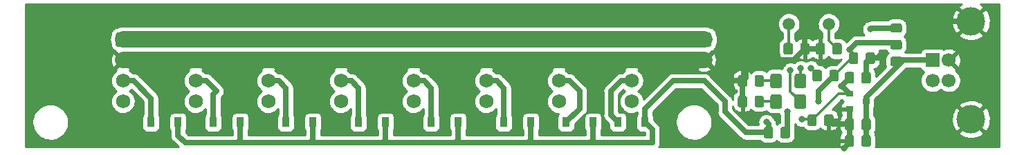
<source format=gbr>
G04 #@! TF.GenerationSoftware,KiCad,Pcbnew,(5.99.0-823-ga085f82be)*
G04 #@! TF.CreationDate,2020-04-11T14:47:26-07:00*
G04 #@! TF.ProjectId,USBtoTTL_Serial,55534274-6f54-4544-9c5f-53657269616c,n/c*
G04 #@! TF.SameCoordinates,Original*
G04 #@! TF.FileFunction,Copper,L2,Bot*
G04 #@! TF.FilePolarity,Positive*
%FSLAX46Y46*%
G04 Gerber Fmt 4.6, Leading zero omitted, Abs format (unit mm)*
G04 Created by KiCad (PCBNEW (5.99.0-823-ga085f82be)) date 2020-04-11 14:47:26*
%MOMM*%
%LPD*%
G04 APERTURE LIST*
%ADD10C,1.740000*%
%ADD11R,0.900000X1.200000*%
%ADD12R,1.700000X1.700000*%
%ADD13C,1.700000*%
%ADD14C,3.500000*%
%ADD15R,0.900000X0.800000*%
%ADD16C,1.500000*%
%ADD17C,0.800000*%
%ADD18C,0.635000*%
%ADD19C,0.304800*%
%ADD20C,2.032000*%
%ADD21C,0.254000*%
G04 APERTURE END LIST*
G04 #@! TA.AperFunction,SMDPad,CuDef*
G36*
X172630671Y-110079030D02*
G01*
X172711777Y-110133223D01*
X172765970Y-110214329D01*
X172785000Y-110309999D01*
X172785000Y-110960001D01*
X172765970Y-111055671D01*
X172711777Y-111136777D01*
X172630671Y-111190970D01*
X172535001Y-111210000D01*
X171634999Y-111210000D01*
X171539329Y-111190970D01*
X171458223Y-111136777D01*
X171404030Y-111055671D01*
X171385000Y-110960001D01*
X171385000Y-110309999D01*
X171404030Y-110214329D01*
X171458223Y-110133223D01*
X171539329Y-110079030D01*
X171634999Y-110060000D01*
X172535001Y-110060000D01*
X172630671Y-110079030D01*
G37*
G04 #@! TD.AperFunction*
G04 #@! TA.AperFunction,SMDPad,CuDef*
G36*
X172630671Y-108029030D02*
G01*
X172711777Y-108083223D01*
X172765970Y-108164329D01*
X172785000Y-108259999D01*
X172785000Y-108910001D01*
X172765970Y-109005671D01*
X172711777Y-109086777D01*
X172630671Y-109140970D01*
X172535001Y-109160000D01*
X171634999Y-109160000D01*
X171539329Y-109140970D01*
X171458223Y-109086777D01*
X171404030Y-109005671D01*
X171385000Y-108910001D01*
X171385000Y-108259999D01*
X171404030Y-108164329D01*
X171458223Y-108083223D01*
X171539329Y-108029030D01*
X171634999Y-108010000D01*
X172535001Y-108010000D01*
X172630671Y-108029030D01*
G37*
G04 #@! TD.AperFunction*
G04 #@! TA.AperFunction,SMDPad,CuDef*
G36*
X172630671Y-108029030D02*
G01*
X172711777Y-108083223D01*
X172765970Y-108164329D01*
X172785000Y-108259999D01*
X172785000Y-108910001D01*
X172765970Y-109005671D01*
X172711777Y-109086777D01*
X172630671Y-109140970D01*
X172535001Y-109160000D01*
X171634999Y-109160000D01*
X171539329Y-109140970D01*
X171458223Y-109086777D01*
X171404030Y-109005671D01*
X171385000Y-108910001D01*
X171385000Y-108259999D01*
X171404030Y-108164329D01*
X171458223Y-108083223D01*
X171539329Y-108029030D01*
X171634999Y-108010000D01*
X172535001Y-108010000D01*
X172630671Y-108029030D01*
G37*
G04 #@! TD.AperFunction*
G04 #@! TA.AperFunction,SMDPad,CuDef*
G36*
X172630671Y-105979030D02*
G01*
X172711777Y-106033223D01*
X172765970Y-106114329D01*
X172785000Y-106209999D01*
X172785000Y-106860001D01*
X172765970Y-106955671D01*
X172711777Y-107036777D01*
X172630671Y-107090970D01*
X172535001Y-107110000D01*
X171634999Y-107110000D01*
X171539329Y-107090970D01*
X171458223Y-107036777D01*
X171404030Y-106955671D01*
X171385000Y-106860001D01*
X171385000Y-106209999D01*
X171404030Y-106114329D01*
X171458223Y-106033223D01*
X171539329Y-105979030D01*
X171634999Y-105960000D01*
X172535001Y-105960000D01*
X172630671Y-105979030D01*
G37*
G04 #@! TD.AperFunction*
G04 #@! TA.AperFunction,SMDPad,CuDef*
G36*
X156875671Y-118699030D02*
G01*
X156956777Y-118753223D01*
X157010970Y-118834329D01*
X157030000Y-118929999D01*
X157030000Y-119830001D01*
X157010970Y-119925671D01*
X156956777Y-120006777D01*
X156875671Y-120060970D01*
X156780001Y-120080000D01*
X156129999Y-120080000D01*
X156034329Y-120060970D01*
X155953223Y-120006777D01*
X155899030Y-119925671D01*
X155880000Y-119830001D01*
X155880000Y-118929999D01*
X155899030Y-118834329D01*
X155953223Y-118753223D01*
X156034329Y-118699030D01*
X156129999Y-118680000D01*
X156780001Y-118680000D01*
X156875671Y-118699030D01*
G37*
G04 #@! TD.AperFunction*
G04 #@! TA.AperFunction,SMDPad,CuDef*
G36*
X158925671Y-118699030D02*
G01*
X159006777Y-118753223D01*
X159060970Y-118834329D01*
X159080000Y-118929999D01*
X159080000Y-119830001D01*
X159060970Y-119925671D01*
X159006777Y-120006777D01*
X158925671Y-120060970D01*
X158830001Y-120080000D01*
X158179999Y-120080000D01*
X158084329Y-120060970D01*
X158003223Y-120006777D01*
X157949030Y-119925671D01*
X157930000Y-119830001D01*
X157930000Y-118929999D01*
X157949030Y-118834329D01*
X158003223Y-118753223D01*
X158084329Y-118699030D01*
X158179999Y-118680000D01*
X158830001Y-118680000D01*
X158925671Y-118699030D01*
G37*
G04 #@! TD.AperFunction*
D10*
X139700000Y-115570000D03*
X139700000Y-113030000D03*
X139700000Y-110490000D03*
G04 #@! TA.AperFunction,ComponentPad*
G36*
X140415671Y-107099030D02*
G01*
X140496777Y-107153223D01*
X140550970Y-107234329D01*
X140570000Y-107329999D01*
X140570000Y-108570001D01*
X140550970Y-108665671D01*
X140496777Y-108746777D01*
X140415671Y-108800970D01*
X140320001Y-108820000D01*
X139079999Y-108820000D01*
X138984329Y-108800970D01*
X138903223Y-108746777D01*
X138849030Y-108665671D01*
X138830000Y-108570001D01*
X138830000Y-107329999D01*
X138849030Y-107234329D01*
X138903223Y-107153223D01*
X138984329Y-107099030D01*
X139079999Y-107080000D01*
X140320001Y-107080000D01*
X140415671Y-107099030D01*
G37*
G04 #@! TD.AperFunction*
X130810000Y-115570000D03*
X130810000Y-113030000D03*
X130810000Y-110490000D03*
G04 #@! TA.AperFunction,ComponentPad*
G36*
X131525671Y-107099030D02*
G01*
X131606777Y-107153223D01*
X131660970Y-107234329D01*
X131680000Y-107329999D01*
X131680000Y-108570001D01*
X131660970Y-108665671D01*
X131606777Y-108746777D01*
X131525671Y-108800970D01*
X131430001Y-108820000D01*
X130189999Y-108820000D01*
X130094329Y-108800970D01*
X130013223Y-108746777D01*
X129959030Y-108665671D01*
X129940000Y-108570001D01*
X129940000Y-107329999D01*
X129959030Y-107234329D01*
X130013223Y-107153223D01*
X130094329Y-107099030D01*
X130189999Y-107080000D01*
X131430001Y-107080000D01*
X131525671Y-107099030D01*
G37*
G04 #@! TD.AperFunction*
X121920000Y-115570000D03*
X121920000Y-113030000D03*
X121920000Y-110490000D03*
G04 #@! TA.AperFunction,ComponentPad*
G36*
X122635671Y-107099030D02*
G01*
X122716777Y-107153223D01*
X122770970Y-107234329D01*
X122790000Y-107329999D01*
X122790000Y-108570001D01*
X122770970Y-108665671D01*
X122716777Y-108746777D01*
X122635671Y-108800970D01*
X122540001Y-108820000D01*
X121299999Y-108820000D01*
X121204329Y-108800970D01*
X121123223Y-108746777D01*
X121069030Y-108665671D01*
X121050000Y-108570001D01*
X121050000Y-107329999D01*
X121069030Y-107234329D01*
X121123223Y-107153223D01*
X121204329Y-107099030D01*
X121299999Y-107080000D01*
X122540001Y-107080000D01*
X122635671Y-107099030D01*
G37*
G04 #@! TD.AperFunction*
X113030000Y-115570000D03*
X113030000Y-113030000D03*
X113030000Y-110490000D03*
G04 #@! TA.AperFunction,ComponentPad*
G36*
X113745671Y-107099030D02*
G01*
X113826777Y-107153223D01*
X113880970Y-107234329D01*
X113900000Y-107329999D01*
X113900000Y-108570001D01*
X113880970Y-108665671D01*
X113826777Y-108746777D01*
X113745671Y-108800970D01*
X113650001Y-108820000D01*
X112409999Y-108820000D01*
X112314329Y-108800970D01*
X112233223Y-108746777D01*
X112179030Y-108665671D01*
X112160000Y-108570001D01*
X112160000Y-107329999D01*
X112179030Y-107234329D01*
X112233223Y-107153223D01*
X112314329Y-107099030D01*
X112409999Y-107080000D01*
X113650001Y-107080000D01*
X113745671Y-107099030D01*
G37*
G04 #@! TD.AperFunction*
X104140000Y-115570000D03*
X104140000Y-113030000D03*
X104140000Y-110490000D03*
G04 #@! TA.AperFunction,ComponentPad*
G36*
X104855671Y-107099030D02*
G01*
X104936777Y-107153223D01*
X104990970Y-107234329D01*
X105010000Y-107329999D01*
X105010000Y-108570001D01*
X104990970Y-108665671D01*
X104936777Y-108746777D01*
X104855671Y-108800970D01*
X104760001Y-108820000D01*
X103519999Y-108820000D01*
X103424329Y-108800970D01*
X103343223Y-108746777D01*
X103289030Y-108665671D01*
X103270000Y-108570001D01*
X103270000Y-107329999D01*
X103289030Y-107234329D01*
X103343223Y-107153223D01*
X103424329Y-107099030D01*
X103519999Y-107080000D01*
X104760001Y-107080000D01*
X104855671Y-107099030D01*
G37*
G04 #@! TD.AperFunction*
X95250000Y-115570000D03*
X95250000Y-113030000D03*
X95250000Y-110490000D03*
G04 #@! TA.AperFunction,ComponentPad*
G36*
X95965671Y-107099030D02*
G01*
X96046777Y-107153223D01*
X96100970Y-107234329D01*
X96120000Y-107329999D01*
X96120000Y-108570001D01*
X96100970Y-108665671D01*
X96046777Y-108746777D01*
X95965671Y-108800970D01*
X95870001Y-108820000D01*
X94629999Y-108820000D01*
X94534329Y-108800970D01*
X94453223Y-108746777D01*
X94399030Y-108665671D01*
X94380000Y-108570001D01*
X94380000Y-107329999D01*
X94399030Y-107234329D01*
X94453223Y-107153223D01*
X94534329Y-107099030D01*
X94629999Y-107080000D01*
X95870001Y-107080000D01*
X95965671Y-107099030D01*
G37*
G04 #@! TD.AperFunction*
X86360000Y-115570000D03*
X86360000Y-113030000D03*
X86360000Y-110490000D03*
G04 #@! TA.AperFunction,ComponentPad*
G36*
X87075671Y-107099030D02*
G01*
X87156777Y-107153223D01*
X87210970Y-107234329D01*
X87230000Y-107329999D01*
X87230000Y-108570001D01*
X87210970Y-108665671D01*
X87156777Y-108746777D01*
X87075671Y-108800970D01*
X86980001Y-108820000D01*
X85739999Y-108820000D01*
X85644329Y-108800970D01*
X85563223Y-108746777D01*
X85509030Y-108665671D01*
X85490000Y-108570001D01*
X85490000Y-107329999D01*
X85509030Y-107234329D01*
X85563223Y-107153223D01*
X85644329Y-107099030D01*
X85739999Y-107080000D01*
X86980001Y-107080000D01*
X87075671Y-107099030D01*
G37*
G04 #@! TD.AperFunction*
X77470000Y-115570000D03*
X77470000Y-113030000D03*
X77470000Y-110490000D03*
G04 #@! TA.AperFunction,ComponentPad*
G36*
X78185671Y-107099030D02*
G01*
X78266777Y-107153223D01*
X78320970Y-107234329D01*
X78340000Y-107329999D01*
X78340000Y-108570001D01*
X78320970Y-108665671D01*
X78266777Y-108746777D01*
X78185671Y-108800970D01*
X78090001Y-108820000D01*
X76849999Y-108820000D01*
X76754329Y-108800970D01*
X76673223Y-108746777D01*
X76619030Y-108665671D01*
X76600000Y-108570001D01*
X76600000Y-107329999D01*
X76619030Y-107234329D01*
X76673223Y-107153223D01*
X76754329Y-107099030D01*
X76849999Y-107080000D01*
X78090001Y-107080000D01*
X78185671Y-107099030D01*
G37*
G04 #@! TD.AperFunction*
X148590000Y-110490000D03*
G04 #@! TA.AperFunction,ComponentPad*
G36*
X149305671Y-107099030D02*
G01*
X149386777Y-107153223D01*
X149440970Y-107234329D01*
X149460000Y-107329999D01*
X149460000Y-108570001D01*
X149440970Y-108665671D01*
X149386777Y-108746777D01*
X149305671Y-108800970D01*
X149210001Y-108820000D01*
X147969999Y-108820000D01*
X147874329Y-108800970D01*
X147793223Y-108746777D01*
X147739030Y-108665671D01*
X147720000Y-108570001D01*
X147720000Y-107329999D01*
X147739030Y-107234329D01*
X147793223Y-107153223D01*
X147874329Y-107099030D01*
X147969999Y-107080000D01*
X149210001Y-107080000D01*
X149305671Y-107099030D01*
G37*
G04 #@! TD.AperFunction*
D11*
X141350000Y-118110000D03*
X138050000Y-118110000D03*
X135000000Y-118110000D03*
X131700000Y-118110000D03*
X127380000Y-118110000D03*
X124080000Y-118110000D03*
X118490000Y-118110000D03*
X115190000Y-118110000D03*
X109600000Y-118110000D03*
X106300000Y-118110000D03*
X100710000Y-118110000D03*
X97410000Y-118110000D03*
X91820000Y-118110000D03*
X88520000Y-118110000D03*
X84200000Y-118110000D03*
X80900000Y-118110000D03*
G04 #@! TA.AperFunction,SMDPad,CuDef*
G36*
X163225671Y-108412030D02*
G01*
X163306777Y-108466223D01*
X163360970Y-108547329D01*
X163380000Y-108642999D01*
X163380000Y-109543001D01*
X163360970Y-109638671D01*
X163306777Y-109719777D01*
X163225671Y-109773970D01*
X163130001Y-109793000D01*
X162479999Y-109793000D01*
X162384329Y-109773970D01*
X162303223Y-109719777D01*
X162249030Y-109638671D01*
X162230000Y-109543001D01*
X162230000Y-108642999D01*
X162249030Y-108547329D01*
X162303223Y-108466223D01*
X162384329Y-108412030D01*
X162479999Y-108393000D01*
X163130001Y-108393000D01*
X163225671Y-108412030D01*
G37*
G04 #@! TD.AperFunction*
G04 #@! TA.AperFunction,SMDPad,CuDef*
G36*
X165275671Y-108412030D02*
G01*
X165356777Y-108466223D01*
X165410970Y-108547329D01*
X165430000Y-108642999D01*
X165430000Y-109543001D01*
X165410970Y-109638671D01*
X165356777Y-109719777D01*
X165275671Y-109773970D01*
X165180001Y-109793000D01*
X164529999Y-109793000D01*
X164434329Y-109773970D01*
X164353223Y-109719777D01*
X164299030Y-109638671D01*
X164280000Y-109543001D01*
X164280000Y-108642999D01*
X164299030Y-108547329D01*
X164353223Y-108466223D01*
X164434329Y-108412030D01*
X164529999Y-108393000D01*
X165180001Y-108393000D01*
X165275671Y-108412030D01*
G37*
G04 #@! TD.AperFunction*
G04 #@! TA.AperFunction,SMDPad,CuDef*
G36*
X166781671Y-119715030D02*
G01*
X166862777Y-119769223D01*
X166916970Y-119850329D01*
X166936000Y-119945999D01*
X166936000Y-120846001D01*
X166916970Y-120941671D01*
X166862777Y-121022777D01*
X166781671Y-121076970D01*
X166686001Y-121096000D01*
X166035999Y-121096000D01*
X165940329Y-121076970D01*
X165859223Y-121022777D01*
X165805030Y-120941671D01*
X165786000Y-120846001D01*
X165786000Y-119945999D01*
X165805030Y-119850329D01*
X165859223Y-119769223D01*
X165940329Y-119715030D01*
X166035999Y-119696000D01*
X166686001Y-119696000D01*
X166781671Y-119715030D01*
G37*
G04 #@! TD.AperFunction*
G04 #@! TA.AperFunction,SMDPad,CuDef*
G36*
X168831671Y-119715030D02*
G01*
X168912777Y-119769223D01*
X168966970Y-119850329D01*
X168986000Y-119945999D01*
X168986000Y-120846001D01*
X168966970Y-120941671D01*
X168912777Y-121022777D01*
X168831671Y-121076970D01*
X168736001Y-121096000D01*
X168085999Y-121096000D01*
X167990329Y-121076970D01*
X167909223Y-121022777D01*
X167855030Y-120941671D01*
X167836000Y-120846001D01*
X167836000Y-119945999D01*
X167855030Y-119850329D01*
X167909223Y-119769223D01*
X167990329Y-119715030D01*
X168085999Y-119696000D01*
X168736001Y-119696000D01*
X168831671Y-119715030D01*
G37*
G04 #@! TD.AperFunction*
G04 #@! TA.AperFunction,SMDPad,CuDef*
G36*
X159288671Y-108412030D02*
G01*
X159369777Y-108466223D01*
X159423970Y-108547329D01*
X159443000Y-108642999D01*
X159443000Y-109543001D01*
X159423970Y-109638671D01*
X159369777Y-109719777D01*
X159288671Y-109773970D01*
X159193001Y-109793000D01*
X158542999Y-109793000D01*
X158447329Y-109773970D01*
X158366223Y-109719777D01*
X158312030Y-109638671D01*
X158293000Y-109543001D01*
X158293000Y-108642999D01*
X158312030Y-108547329D01*
X158366223Y-108466223D01*
X158447329Y-108412030D01*
X158542999Y-108393000D01*
X159193001Y-108393000D01*
X159288671Y-108412030D01*
G37*
G04 #@! TD.AperFunction*
G04 #@! TA.AperFunction,SMDPad,CuDef*
G36*
X161338671Y-108412030D02*
G01*
X161419777Y-108466223D01*
X161473970Y-108547329D01*
X161493000Y-108642999D01*
X161493000Y-109543001D01*
X161473970Y-109638671D01*
X161419777Y-109719777D01*
X161338671Y-109773970D01*
X161243001Y-109793000D01*
X160592999Y-109793000D01*
X160497329Y-109773970D01*
X160416223Y-109719777D01*
X160362030Y-109638671D01*
X160343000Y-109543001D01*
X160343000Y-108642999D01*
X160362030Y-108547329D01*
X160416223Y-108466223D01*
X160497329Y-108412030D01*
X160592999Y-108393000D01*
X161243001Y-108393000D01*
X161338671Y-108412030D01*
G37*
G04 #@! TD.AperFunction*
G04 #@! TA.AperFunction,SMDPad,CuDef*
G36*
X168831671Y-117683030D02*
G01*
X168912777Y-117737223D01*
X168966970Y-117818329D01*
X168986000Y-117913999D01*
X168986000Y-118814001D01*
X168966970Y-118909671D01*
X168912777Y-118990777D01*
X168831671Y-119044970D01*
X168736001Y-119064000D01*
X168085999Y-119064000D01*
X167990329Y-119044970D01*
X167909223Y-118990777D01*
X167855030Y-118909671D01*
X167836000Y-118814001D01*
X167836000Y-117913999D01*
X167855030Y-117818329D01*
X167909223Y-117737223D01*
X167990329Y-117683030D01*
X168085999Y-117664000D01*
X168736001Y-117664000D01*
X168831671Y-117683030D01*
G37*
G04 #@! TD.AperFunction*
G04 #@! TA.AperFunction,SMDPad,CuDef*
G36*
X166781671Y-117683030D02*
G01*
X166862777Y-117737223D01*
X166916970Y-117818329D01*
X166936000Y-117913999D01*
X166936000Y-118814001D01*
X166916970Y-118909671D01*
X166862777Y-118990777D01*
X166781671Y-119044970D01*
X166686001Y-119064000D01*
X166035999Y-119064000D01*
X165940329Y-119044970D01*
X165859223Y-118990777D01*
X165805030Y-118909671D01*
X165786000Y-118814001D01*
X165786000Y-117913999D01*
X165805030Y-117818329D01*
X165859223Y-117737223D01*
X165940329Y-117683030D01*
X166035999Y-117664000D01*
X166686001Y-117664000D01*
X166781671Y-117683030D01*
G37*
G04 #@! TD.AperFunction*
G04 #@! TA.AperFunction,SMDPad,CuDef*
G36*
X164259671Y-117175030D02*
G01*
X164340777Y-117229223D01*
X164394970Y-117310329D01*
X164414000Y-117405999D01*
X164414000Y-118306001D01*
X164394970Y-118401671D01*
X164340777Y-118482777D01*
X164259671Y-118536970D01*
X164164001Y-118556000D01*
X163513999Y-118556000D01*
X163418329Y-118536970D01*
X163337223Y-118482777D01*
X163283030Y-118401671D01*
X163264000Y-118306001D01*
X163264000Y-117405999D01*
X163283030Y-117310329D01*
X163337223Y-117229223D01*
X163418329Y-117175030D01*
X163513999Y-117156000D01*
X164164001Y-117156000D01*
X164259671Y-117175030D01*
G37*
G04 #@! TD.AperFunction*
G04 #@! TA.AperFunction,SMDPad,CuDef*
G36*
X162209671Y-117175030D02*
G01*
X162290777Y-117229223D01*
X162344970Y-117310329D01*
X162364000Y-117405999D01*
X162364000Y-118306001D01*
X162344970Y-118401671D01*
X162290777Y-118482777D01*
X162209671Y-118536970D01*
X162114001Y-118556000D01*
X161463999Y-118556000D01*
X161368329Y-118536970D01*
X161287223Y-118482777D01*
X161233030Y-118401671D01*
X161214000Y-118306001D01*
X161214000Y-117405999D01*
X161233030Y-117310329D01*
X161287223Y-117229223D01*
X161368329Y-117175030D01*
X161463999Y-117156000D01*
X162114001Y-117156000D01*
X162209671Y-117175030D01*
G37*
G04 #@! TD.AperFunction*
G04 #@! TA.AperFunction,SMDPad,CuDef*
G36*
X166781671Y-111968030D02*
G01*
X166862777Y-112022223D01*
X166916970Y-112103329D01*
X166936000Y-112198999D01*
X166936000Y-113099001D01*
X166916970Y-113194671D01*
X166862777Y-113275777D01*
X166781671Y-113329970D01*
X166686001Y-113349000D01*
X166035999Y-113349000D01*
X165940329Y-113329970D01*
X165859223Y-113275777D01*
X165805030Y-113194671D01*
X165786000Y-113099001D01*
X165786000Y-112198999D01*
X165805030Y-112103329D01*
X165859223Y-112022223D01*
X165940329Y-111968030D01*
X166035999Y-111949000D01*
X166686001Y-111949000D01*
X166781671Y-111968030D01*
G37*
G04 #@! TD.AperFunction*
G04 #@! TA.AperFunction,SMDPad,CuDef*
G36*
X168831671Y-111968030D02*
G01*
X168912777Y-112022223D01*
X168966970Y-112103329D01*
X168986000Y-112198999D01*
X168986000Y-113099001D01*
X168966970Y-113194671D01*
X168912777Y-113275777D01*
X168831671Y-113329970D01*
X168736001Y-113349000D01*
X168085999Y-113349000D01*
X167990329Y-113329970D01*
X167909223Y-113275777D01*
X167855030Y-113194671D01*
X167836000Y-113099001D01*
X167836000Y-112198999D01*
X167855030Y-112103329D01*
X167909223Y-112022223D01*
X167990329Y-111968030D01*
X168085999Y-111949000D01*
X168736001Y-111949000D01*
X168831671Y-111968030D01*
G37*
G04 #@! TD.AperFunction*
G04 #@! TA.AperFunction,SMDPad,CuDef*
G36*
X167289671Y-109555030D02*
G01*
X167370777Y-109609223D01*
X167424970Y-109690329D01*
X167444000Y-109785999D01*
X167444000Y-110686001D01*
X167424970Y-110781671D01*
X167370777Y-110862777D01*
X167289671Y-110916970D01*
X167194001Y-110936000D01*
X166543999Y-110936000D01*
X166448329Y-110916970D01*
X166367223Y-110862777D01*
X166313030Y-110781671D01*
X166294000Y-110686001D01*
X166294000Y-109785999D01*
X166313030Y-109690329D01*
X166367223Y-109609223D01*
X166448329Y-109555030D01*
X166543999Y-109536000D01*
X167194001Y-109536000D01*
X167289671Y-109555030D01*
G37*
G04 #@! TD.AperFunction*
G04 #@! TA.AperFunction,SMDPad,CuDef*
G36*
X169339671Y-109555030D02*
G01*
X169420777Y-109609223D01*
X169474970Y-109690329D01*
X169494000Y-109785999D01*
X169494000Y-110686001D01*
X169474970Y-110781671D01*
X169420777Y-110862777D01*
X169339671Y-110916970D01*
X169244001Y-110936000D01*
X168593999Y-110936000D01*
X168498329Y-110916970D01*
X168417223Y-110862777D01*
X168363030Y-110781671D01*
X168344000Y-110686001D01*
X168344000Y-109785999D01*
X168363030Y-109690329D01*
X168417223Y-109609223D01*
X168498329Y-109555030D01*
X168593999Y-109536000D01*
X169244001Y-109536000D01*
X169339671Y-109555030D01*
G37*
G04 #@! TD.AperFunction*
G04 #@! TA.AperFunction,SMDPad,CuDef*
G36*
X157947671Y-114714030D02*
G01*
X158028777Y-114768223D01*
X158082970Y-114849329D01*
X158102000Y-114945000D01*
X158102000Y-116195000D01*
X158082970Y-116290671D01*
X158028777Y-116371777D01*
X157947671Y-116425970D01*
X157852000Y-116445000D01*
X156927000Y-116445000D01*
X156831329Y-116425970D01*
X156750223Y-116371777D01*
X156696030Y-116290671D01*
X156677000Y-116195000D01*
X156677000Y-114945000D01*
X156696030Y-114849329D01*
X156750223Y-114768223D01*
X156831329Y-114714030D01*
X156927000Y-114695000D01*
X157852000Y-114695000D01*
X157947671Y-114714030D01*
G37*
G04 #@! TD.AperFunction*
G04 #@! TA.AperFunction,SMDPad,CuDef*
G36*
X160922671Y-114714030D02*
G01*
X161003777Y-114768223D01*
X161057970Y-114849329D01*
X161077000Y-114945000D01*
X161077000Y-116195000D01*
X161057970Y-116290671D01*
X161003777Y-116371777D01*
X160922671Y-116425970D01*
X160827000Y-116445000D01*
X159902000Y-116445000D01*
X159806329Y-116425970D01*
X159725223Y-116371777D01*
X159671030Y-116290671D01*
X159652000Y-116195000D01*
X159652000Y-114945000D01*
X159671030Y-114849329D01*
X159725223Y-114768223D01*
X159806329Y-114714030D01*
X159902000Y-114695000D01*
X160827000Y-114695000D01*
X160922671Y-114714030D01*
G37*
G04 #@! TD.AperFunction*
G04 #@! TA.AperFunction,SMDPad,CuDef*
G36*
X160922671Y-112174030D02*
G01*
X161003777Y-112228223D01*
X161057970Y-112309329D01*
X161077000Y-112405000D01*
X161077000Y-113655000D01*
X161057970Y-113750671D01*
X161003777Y-113831777D01*
X160922671Y-113885970D01*
X160827000Y-113905000D01*
X159902000Y-113905000D01*
X159806329Y-113885970D01*
X159725223Y-113831777D01*
X159671030Y-113750671D01*
X159652000Y-113655000D01*
X159652000Y-112405000D01*
X159671030Y-112309329D01*
X159725223Y-112228223D01*
X159806329Y-112174030D01*
X159902000Y-112155000D01*
X160827000Y-112155000D01*
X160922671Y-112174030D01*
G37*
G04 #@! TD.AperFunction*
G04 #@! TA.AperFunction,SMDPad,CuDef*
G36*
X157947671Y-112174030D02*
G01*
X158028777Y-112228223D01*
X158082970Y-112309329D01*
X158102000Y-112405000D01*
X158102000Y-113655000D01*
X158082970Y-113750671D01*
X158028777Y-113831777D01*
X157947671Y-113885970D01*
X157852000Y-113905000D01*
X156927000Y-113905000D01*
X156831329Y-113885970D01*
X156750223Y-113831777D01*
X156696030Y-113750671D01*
X156677000Y-113655000D01*
X156677000Y-112405000D01*
X156696030Y-112309329D01*
X156750223Y-112228223D01*
X156831329Y-112174030D01*
X156927000Y-112155000D01*
X157852000Y-112155000D01*
X157947671Y-112174030D01*
G37*
G04 #@! TD.AperFunction*
D12*
X176530000Y-110490000D03*
D13*
X176530000Y-112990000D03*
X178530000Y-112990000D03*
X178530000Y-110490000D03*
D14*
X181240000Y-105720000D03*
X181240000Y-117760000D03*
G04 #@! TA.AperFunction,SMDPad,CuDef*
G36*
X164894671Y-111714030D02*
G01*
X164975777Y-111768223D01*
X165029970Y-111849329D01*
X165049000Y-111944999D01*
X165049000Y-112845001D01*
X165029970Y-112940671D01*
X164975777Y-113021777D01*
X164894671Y-113075970D01*
X164799001Y-113095000D01*
X164148999Y-113095000D01*
X164053329Y-113075970D01*
X163972223Y-113021777D01*
X163918030Y-112940671D01*
X163899000Y-112845001D01*
X163899000Y-111944999D01*
X163918030Y-111849329D01*
X163972223Y-111768223D01*
X164053329Y-111714030D01*
X164148999Y-111695000D01*
X164799001Y-111695000D01*
X164894671Y-111714030D01*
G37*
G04 #@! TD.AperFunction*
G04 #@! TA.AperFunction,SMDPad,CuDef*
G36*
X162844671Y-111714030D02*
G01*
X162925777Y-111768223D01*
X162979970Y-111849329D01*
X162999000Y-111944999D01*
X162999000Y-112845001D01*
X162979970Y-112940671D01*
X162925777Y-113021777D01*
X162844671Y-113075970D01*
X162749001Y-113095000D01*
X162098999Y-113095000D01*
X162003329Y-113075970D01*
X161922223Y-113021777D01*
X161868030Y-112940671D01*
X161849000Y-112845001D01*
X161849000Y-111944999D01*
X161868030Y-111849329D01*
X161922223Y-111768223D01*
X162003329Y-111714030D01*
X162098999Y-111695000D01*
X162749001Y-111695000D01*
X162844671Y-111714030D01*
G37*
G04 #@! TD.AperFunction*
G04 #@! TA.AperFunction,SMDPad,CuDef*
G36*
X153700671Y-112349030D02*
G01*
X153781777Y-112403223D01*
X153835970Y-112484329D01*
X153855000Y-112579999D01*
X153855000Y-113480001D01*
X153835970Y-113575671D01*
X153781777Y-113656777D01*
X153700671Y-113710970D01*
X153605001Y-113730000D01*
X152954999Y-113730000D01*
X152859329Y-113710970D01*
X152778223Y-113656777D01*
X152724030Y-113575671D01*
X152705000Y-113480001D01*
X152705000Y-112579999D01*
X152724030Y-112484329D01*
X152778223Y-112403223D01*
X152859329Y-112349030D01*
X152954999Y-112330000D01*
X153605001Y-112330000D01*
X153700671Y-112349030D01*
G37*
G04 #@! TD.AperFunction*
G04 #@! TA.AperFunction,SMDPad,CuDef*
G36*
X155750671Y-112349030D02*
G01*
X155831777Y-112403223D01*
X155885970Y-112484329D01*
X155905000Y-112579999D01*
X155905000Y-113480001D01*
X155885970Y-113575671D01*
X155831777Y-113656777D01*
X155750671Y-113710970D01*
X155655001Y-113730000D01*
X155004999Y-113730000D01*
X154909329Y-113710970D01*
X154828223Y-113656777D01*
X154774030Y-113575671D01*
X154755000Y-113480001D01*
X154755000Y-112579999D01*
X154774030Y-112484329D01*
X154828223Y-112403223D01*
X154909329Y-112349030D01*
X155004999Y-112330000D01*
X155655001Y-112330000D01*
X155750671Y-112349030D01*
G37*
G04 #@! TD.AperFunction*
G04 #@! TA.AperFunction,SMDPad,CuDef*
G36*
X155750671Y-114889030D02*
G01*
X155831777Y-114943223D01*
X155885970Y-115024329D01*
X155905000Y-115119999D01*
X155905000Y-116020001D01*
X155885970Y-116115671D01*
X155831777Y-116196777D01*
X155750671Y-116250970D01*
X155655001Y-116270000D01*
X155004999Y-116270000D01*
X154909329Y-116250970D01*
X154828223Y-116196777D01*
X154774030Y-116115671D01*
X154755000Y-116020001D01*
X154755000Y-115119999D01*
X154774030Y-115024329D01*
X154828223Y-114943223D01*
X154909329Y-114889030D01*
X155004999Y-114870000D01*
X155655001Y-114870000D01*
X155750671Y-114889030D01*
G37*
G04 #@! TD.AperFunction*
G04 #@! TA.AperFunction,SMDPad,CuDef*
G36*
X153700671Y-114889030D02*
G01*
X153781777Y-114943223D01*
X153835970Y-115024329D01*
X153855000Y-115119999D01*
X153855000Y-116020001D01*
X153835970Y-116115671D01*
X153781777Y-116196777D01*
X153700671Y-116250970D01*
X153605001Y-116270000D01*
X152954999Y-116270000D01*
X152859329Y-116250970D01*
X152778223Y-116196777D01*
X152724030Y-116115671D01*
X152705000Y-116020001D01*
X152705000Y-115119999D01*
X152724030Y-115024329D01*
X152778223Y-114943223D01*
X152859329Y-114889030D01*
X152954999Y-114870000D01*
X153605001Y-114870000D01*
X153700671Y-114889030D01*
G37*
G04 #@! TD.AperFunction*
D15*
X166386000Y-116520000D03*
X166386000Y-114620000D03*
X168386000Y-115570000D03*
D16*
X163830000Y-106045000D03*
X158950000Y-106045000D03*
D17*
X170180000Y-104140000D03*
X170180000Y-109855000D03*
X168910000Y-106680000D03*
X160528000Y-117729000D03*
X165354000Y-113665000D03*
X166370000Y-109220000D03*
X159131000Y-111760000D03*
X160401000Y-111506000D03*
X161671000Y-111506000D03*
X156205761Y-118098790D03*
X162560000Y-115570000D03*
X158750000Y-116840000D03*
X165735000Y-121285000D03*
D18*
X168919000Y-110236000D02*
X169799000Y-110236000D01*
X169799000Y-110236000D02*
X170180000Y-109855000D01*
X172974000Y-110490000D02*
X172230000Y-110490000D01*
X172230000Y-110490000D02*
X172085000Y-110635000D01*
X172085000Y-106535000D02*
X169055000Y-106535000D01*
X169055000Y-106535000D02*
X168910000Y-106680000D01*
X169330001Y-108370001D02*
X167219999Y-108370001D01*
X170854001Y-108370001D02*
X169330001Y-108370001D01*
X169330001Y-108370001D02*
X171870001Y-108370001D01*
X171870001Y-108370001D02*
X172085000Y-108585000D01*
X153280000Y-115570000D02*
X153280000Y-113030000D01*
X160918000Y-109093000D02*
X162805000Y-109093000D01*
D19*
X163830000Y-108068000D02*
X164855000Y-109093000D01*
X163830000Y-106045000D02*
X163830000Y-108068000D01*
D18*
X172974000Y-110490000D02*
X171704000Y-111760000D01*
X176530000Y-110490000D02*
X172974000Y-110490000D01*
X168411000Y-120396000D02*
X168411000Y-118364000D01*
X168411000Y-115595000D02*
X168386000Y-115570000D01*
X168411000Y-118364000D02*
X168411000Y-115595000D01*
X168386000Y-115078000D02*
X171704000Y-111760000D01*
X168386000Y-115570000D02*
X168386000Y-115078000D01*
D19*
X158950000Y-109011000D02*
X158868000Y-109093000D01*
X158950000Y-106045000D02*
X158950000Y-109011000D01*
X166386000Y-112674000D02*
X166361000Y-112649000D01*
X165025000Y-114620000D02*
X161789000Y-117856000D01*
X166386000Y-114620000D02*
X165025000Y-114620000D01*
X161662000Y-117729000D02*
X161789000Y-117856000D01*
X160528000Y-117729000D02*
X161662000Y-117729000D01*
D18*
X165354000Y-113656000D02*
X166361000Y-112649000D01*
X165354000Y-113665000D02*
X165354000Y-113656000D01*
X165431000Y-113665000D02*
X166386000Y-114620000D01*
X165354000Y-113665000D02*
X165431000Y-113665000D01*
D19*
X166869000Y-109719000D02*
X166370000Y-109220000D01*
X166869000Y-110236000D02*
X166869000Y-109719000D01*
X166633000Y-110236000D02*
X166869000Y-110236000D01*
X164474000Y-112395000D02*
X166633000Y-110236000D01*
D18*
X166769999Y-108820001D02*
X166370000Y-109220000D01*
X167219999Y-108370001D02*
X166769999Y-108820001D01*
D19*
X157389500Y-115570000D02*
X155330000Y-115570000D01*
X159131000Y-114336500D02*
X159131000Y-111760000D01*
X160364500Y-115570000D02*
X159131000Y-114336500D01*
X160364500Y-111542500D02*
X160401000Y-111506000D01*
X160364500Y-113030000D02*
X160364500Y-111542500D01*
X157389500Y-113030000D02*
X155330000Y-113030000D01*
X162424000Y-112259000D02*
X161671000Y-111506000D01*
X162424000Y-112395000D02*
X162424000Y-112259000D01*
D20*
X77470000Y-107950000D02*
X86360000Y-107950000D01*
X86360000Y-107950000D02*
X95250000Y-107950000D01*
X95250000Y-107950000D02*
X104140000Y-107950000D01*
X104140000Y-107950000D02*
X113030000Y-107950000D01*
X113030000Y-107950000D02*
X121920000Y-107950000D01*
X121920000Y-107950000D02*
X130810000Y-107950000D01*
X130810000Y-107950000D02*
X139700000Y-107950000D01*
X139700000Y-107950000D02*
X148590000Y-107950000D01*
X148590000Y-110490000D02*
X139700000Y-110490000D01*
X139700000Y-110490000D02*
X130810000Y-110490000D01*
X130810000Y-110490000D02*
X121920000Y-110490000D01*
X121920000Y-110490000D02*
X113030000Y-110490000D01*
X113030000Y-110490000D02*
X104140000Y-110490000D01*
X104140000Y-110490000D02*
X95250000Y-110490000D01*
X95250000Y-110490000D02*
X86360000Y-110490000D01*
X86360000Y-110490000D02*
X77470000Y-110490000D01*
D18*
X77470000Y-113030000D02*
X78740000Y-113030000D01*
X80900000Y-115190000D02*
X80900000Y-118110000D01*
X78740000Y-113030000D02*
X80900000Y-115190000D01*
X86360000Y-113030000D02*
X87630000Y-113030000D01*
X87630000Y-113030000D02*
X88900000Y-114300000D01*
X88520000Y-114680000D02*
X88520000Y-118110000D01*
X88900000Y-114300000D02*
X88520000Y-114680000D01*
X95250000Y-113030000D02*
X96520000Y-113030000D01*
X97410000Y-113920000D02*
X97410000Y-118110000D01*
X96520000Y-113030000D02*
X97410000Y-113920000D01*
X104140000Y-113030000D02*
X105410000Y-113030000D01*
X106300000Y-113920000D02*
X106300000Y-118110000D01*
X105410000Y-113030000D02*
X106300000Y-113920000D01*
X113030000Y-113030000D02*
X114300000Y-113030000D01*
X115190000Y-113920000D02*
X115190000Y-118110000D01*
X114300000Y-113030000D02*
X115190000Y-113920000D01*
X121920000Y-113030000D02*
X123190000Y-113030000D01*
X124080000Y-113920000D02*
X124080000Y-118110000D01*
X123190000Y-113030000D02*
X124080000Y-113920000D01*
X133350000Y-114300000D02*
X133350000Y-116460000D01*
X133350000Y-116460000D02*
X131700000Y-118110000D01*
X132080000Y-113030000D02*
X133350000Y-114300000D01*
X130810000Y-113030000D02*
X132080000Y-113030000D01*
X139700000Y-113030000D02*
X138430000Y-113030000D01*
X138430000Y-113030000D02*
X137160000Y-114300000D01*
X137160000Y-117220000D02*
X138050000Y-118110000D01*
X137160000Y-114300000D02*
X137160000Y-117220000D01*
X84200000Y-118110000D02*
X84200000Y-119760000D01*
X84200000Y-119760000D02*
X85090000Y-120650000D01*
X142240000Y-119000000D02*
X141350000Y-118110000D01*
X142240000Y-120650000D02*
X142240000Y-119000000D01*
X135000000Y-120270000D02*
X134620000Y-120650000D01*
X135000000Y-118110000D02*
X135000000Y-120270000D01*
X134620000Y-120650000D02*
X142240000Y-120650000D01*
X127380000Y-120270000D02*
X127000000Y-120650000D01*
X127380000Y-118110000D02*
X127380000Y-120270000D01*
X127000000Y-120650000D02*
X134620000Y-120650000D01*
X118490000Y-120270000D02*
X118110000Y-120650000D01*
X118110000Y-120650000D02*
X127000000Y-120650000D01*
X118490000Y-118110000D02*
X118490000Y-120270000D01*
X109600000Y-120270000D02*
X109220000Y-120650000D01*
X109600000Y-118110000D02*
X109600000Y-120270000D01*
X109220000Y-120650000D02*
X118110000Y-120650000D01*
X100710000Y-120270000D02*
X100330000Y-120650000D01*
X100330000Y-120650000D02*
X109220000Y-120650000D01*
X100710000Y-118110000D02*
X100710000Y-120270000D01*
X91820000Y-118110000D02*
X91820000Y-120270000D01*
X91440000Y-120650000D02*
X100330000Y-120650000D01*
X91820000Y-120270000D02*
X91440000Y-120650000D01*
X85090000Y-120650000D02*
X91440000Y-120650000D01*
X151130000Y-113030000D02*
X148590000Y-110490000D01*
X153280000Y-113030000D02*
X151130000Y-113030000D01*
X151130000Y-115570000D02*
X151130000Y-116840000D01*
X148590000Y-113030000D02*
X151130000Y-115570000D01*
X144780000Y-113030000D02*
X148590000Y-113030000D01*
X141350000Y-116460000D02*
X144780000Y-113030000D01*
X153670000Y-119380000D02*
X156455000Y-119380000D01*
X151130000Y-116840000D02*
X153670000Y-119380000D01*
X141350000Y-118110000D02*
X141350000Y-116460000D01*
X166361000Y-120396000D02*
X166361000Y-118364000D01*
X164347000Y-118364000D02*
X163839000Y-117856000D01*
X166361000Y-118364000D02*
X164347000Y-118364000D01*
X166386000Y-118339000D02*
X166361000Y-118364000D01*
X166386000Y-116520000D02*
X166386000Y-118339000D01*
X156455000Y-118348029D02*
X156205761Y-118098790D01*
X156455000Y-119380000D02*
X156455000Y-118348029D01*
X168411000Y-110744000D02*
X168919000Y-110236000D01*
X168411000Y-112649000D02*
X168411000Y-110744000D01*
X160918000Y-109093000D02*
X159521000Y-110490000D01*
X159521000Y-110490000D02*
X153670000Y-110490000D01*
X153670000Y-112640000D02*
X153280000Y-113030000D01*
X153670000Y-110490000D02*
X153670000Y-112640000D01*
X162560000Y-114309000D02*
X162560000Y-115570000D01*
X164474000Y-112395000D02*
X162560000Y-114309000D01*
X158750000Y-119135000D02*
X158505000Y-119380000D01*
X158750000Y-116840000D02*
X158750000Y-119135000D01*
X160918000Y-105782000D02*
X160918000Y-109093000D01*
X162560000Y-104140000D02*
X160918000Y-105782000D01*
X175570000Y-105720000D02*
X173990000Y-104140000D01*
X173990000Y-104140000D02*
X162560000Y-104140000D01*
X181240000Y-105720000D02*
X175570000Y-105720000D01*
X166361000Y-120659000D02*
X165735000Y-121285000D01*
X166361000Y-120396000D02*
X166361000Y-120659000D01*
G36*
X150176500Y-115964952D02*
G01*
X150176501Y-116777501D01*
X150169360Y-116831741D01*
X150169360Y-116848259D01*
X150199956Y-117080654D01*
X150204231Y-117096608D01*
X150293933Y-117313167D01*
X150302191Y-117327471D01*
X150342884Y-117380504D01*
X150444886Y-117513436D01*
X150456565Y-117525115D01*
X150499970Y-117558421D01*
X152951579Y-120010031D01*
X152984885Y-120053436D01*
X152996564Y-120065115D01*
X153182528Y-120207809D01*
X153196832Y-120216067D01*
X153413391Y-120305769D01*
X153429345Y-120310044D01*
X153599321Y-120332422D01*
X153661740Y-120340640D01*
X153678258Y-120340640D01*
X153732489Y-120333500D01*
X155406990Y-120333500D01*
X155452696Y-120404620D01*
X155464499Y-120418241D01*
X155642849Y-120572783D01*
X155658011Y-120582527D01*
X155872676Y-120680561D01*
X155889969Y-120685639D01*
X156119093Y-120718582D01*
X156128070Y-120719224D01*
X156784184Y-120719224D01*
X156797614Y-120717780D01*
X157133353Y-120644745D01*
X157154188Y-120636115D01*
X157354620Y-120507304D01*
X157368241Y-120495501D01*
X157478974Y-120367709D01*
X157502696Y-120404620D01*
X157514499Y-120418241D01*
X157692849Y-120572783D01*
X157708011Y-120582527D01*
X157922676Y-120680561D01*
X157939969Y-120685639D01*
X158169093Y-120718582D01*
X158178070Y-120719224D01*
X158834184Y-120719224D01*
X158847614Y-120717780D01*
X159183353Y-120644745D01*
X159204188Y-120636115D01*
X159404620Y-120507304D01*
X159418241Y-120495501D01*
X159572783Y-120317151D01*
X159582527Y-120301989D01*
X159680561Y-120087324D01*
X159685639Y-120070031D01*
X159718582Y-119840907D01*
X159719224Y-119831930D01*
X159719224Y-118925816D01*
X159717780Y-118912386D01*
X159703500Y-118846740D01*
X159703500Y-118369205D01*
X159704884Y-118371009D01*
X159885991Y-118552116D01*
X159899095Y-118562171D01*
X160120905Y-118690233D01*
X160136165Y-118696554D01*
X160383562Y-118762844D01*
X160399938Y-118765000D01*
X160656063Y-118765000D01*
X160672438Y-118762844D01*
X160705340Y-118754028D01*
X160786696Y-118880620D01*
X160798499Y-118894241D01*
X160976849Y-119048783D01*
X160992011Y-119058527D01*
X161206676Y-119156561D01*
X161223969Y-119161639D01*
X161453093Y-119194582D01*
X161462070Y-119195224D01*
X162118184Y-119195224D01*
X162131614Y-119193780D01*
X162467353Y-119120745D01*
X162488188Y-119112115D01*
X162688620Y-118983304D01*
X162702241Y-118971501D01*
X162812974Y-118843709D01*
X162836696Y-118880620D01*
X162848499Y-118894241D01*
X163026849Y-119048783D01*
X163042011Y-119058527D01*
X163256676Y-119156561D01*
X163273969Y-119161639D01*
X163503093Y-119194582D01*
X163512070Y-119195224D01*
X163637191Y-119195224D01*
X163711000Y-119121415D01*
X163711000Y-118057809D01*
X163967000Y-118057809D01*
X163967000Y-119121415D01*
X164040809Y-119195224D01*
X164168184Y-119195224D01*
X164181614Y-119193780D01*
X164517353Y-119120745D01*
X164538188Y-119112115D01*
X164738620Y-118983304D01*
X164752241Y-118971501D01*
X164906783Y-118793151D01*
X164916527Y-118777989D01*
X165014561Y-118563324D01*
X165019639Y-118546031D01*
X165052582Y-118316907D01*
X165053224Y-118307930D01*
X165053224Y-118057809D01*
X164979415Y-117984000D01*
X164040809Y-117984000D01*
X163967000Y-118057809D01*
X163711000Y-118057809D01*
X163711000Y-117728000D01*
X164979415Y-117728000D01*
X165053224Y-117654191D01*
X165053224Y-117401816D01*
X165051780Y-117388386D01*
X164978745Y-117052647D01*
X164970115Y-117031812D01*
X164841304Y-116831380D01*
X164829501Y-116817759D01*
X164651151Y-116663217D01*
X164635989Y-116653473D01*
X164421324Y-116555439D01*
X164404031Y-116550361D01*
X164234044Y-116525921D01*
X165351566Y-115408400D01*
X165434277Y-115408400D01*
X165514990Y-115504590D01*
X165531879Y-115518761D01*
X165612549Y-115565336D01*
X165607662Y-115567880D01*
X165451410Y-115698990D01*
X165437239Y-115715879D01*
X165336641Y-115890120D01*
X165329100Y-115910837D01*
X165295122Y-116103538D01*
X165294163Y-116114499D01*
X165294163Y-116318191D01*
X165367972Y-116392000D01*
X166514000Y-116392000D01*
X166514000Y-116648000D01*
X165367972Y-116648000D01*
X165294163Y-116721809D01*
X165294163Y-116928258D01*
X165296319Y-116944634D01*
X165371137Y-117223859D01*
X165383881Y-117248340D01*
X165415375Y-117285872D01*
X165293217Y-117426849D01*
X165283473Y-117442011D01*
X165185439Y-117656676D01*
X165180361Y-117673969D01*
X165147418Y-117903093D01*
X165146776Y-117912070D01*
X165146776Y-118162191D01*
X165220585Y-118236000D01*
X166489000Y-118236001D01*
X166488999Y-118492000D01*
X165220585Y-118491999D01*
X165146776Y-118565808D01*
X165146776Y-118818184D01*
X165148220Y-118831614D01*
X165221255Y-119167353D01*
X165229885Y-119188188D01*
X165356727Y-119385556D01*
X165293217Y-119458849D01*
X165283473Y-119474011D01*
X165185439Y-119688676D01*
X165180361Y-119705969D01*
X165147418Y-119935093D01*
X165146776Y-119944070D01*
X165146776Y-120194191D01*
X165220585Y-120268000D01*
X166489000Y-120268001D01*
X166488999Y-120524000D01*
X165220585Y-120523999D01*
X165146776Y-120597808D01*
X165146776Y-120850184D01*
X165148220Y-120863614D01*
X165212477Y-121159000D01*
X143051290Y-121159000D01*
X143067809Y-121137472D01*
X143076067Y-121123168D01*
X143165769Y-120906609D01*
X143170044Y-120890655D01*
X143200640Y-120658259D01*
X143200640Y-120641741D01*
X143193500Y-120587508D01*
X143193500Y-119062489D01*
X143200640Y-119008258D01*
X143200640Y-118991740D01*
X143192422Y-118929320D01*
X143170044Y-118759344D01*
X143165769Y-118743391D01*
X143076067Y-118526832D01*
X143067809Y-118512528D01*
X142925115Y-118326564D01*
X142913436Y-118314885D01*
X142870035Y-118281582D01*
X142823051Y-118234598D01*
X145084541Y-118234598D01*
X145085035Y-118243164D01*
X145122133Y-118536832D01*
X145123785Y-118545252D01*
X145200397Y-118831168D01*
X145203176Y-118839285D01*
X145317881Y-119112159D01*
X145321736Y-119119824D01*
X145472413Y-119374606D01*
X145477273Y-119381677D01*
X145661134Y-119613652D01*
X145666909Y-119619998D01*
X145880551Y-119824873D01*
X145887133Y-119830377D01*
X146126605Y-120004363D01*
X146133873Y-120008922D01*
X146394740Y-120148798D01*
X146402560Y-120152329D01*
X146679998Y-120255507D01*
X146688224Y-120257944D01*
X146977098Y-120322514D01*
X146985579Y-120323812D01*
X147280543Y-120348581D01*
X147289122Y-120348716D01*
X147584718Y-120333225D01*
X147593236Y-120332194D01*
X147883996Y-120276728D01*
X147892295Y-120274551D01*
X148172836Y-120180138D01*
X148180762Y-120176855D01*
X148445895Y-120045242D01*
X148453303Y-120040914D01*
X148698121Y-119874536D01*
X148704873Y-119869242D01*
X148924846Y-119671178D01*
X148930816Y-119665016D01*
X149121873Y-119438930D01*
X149126953Y-119432015D01*
X149285559Y-119182093D01*
X149289653Y-119174553D01*
X149412873Y-118905417D01*
X149415905Y-118897391D01*
X149501459Y-118614022D01*
X149503375Y-118605659D01*
X149549731Y-118312974D01*
X149550505Y-118303766D01*
X149554073Y-117962988D01*
X149553493Y-117953766D01*
X149513276Y-117660176D01*
X149511536Y-117651774D01*
X149431936Y-117366675D01*
X149429072Y-117358588D01*
X149311515Y-117086930D01*
X149307580Y-117079306D01*
X149154243Y-116826116D01*
X149149309Y-116819096D01*
X148963029Y-116589060D01*
X148957188Y-116582775D01*
X148741412Y-116380147D01*
X148734772Y-116374713D01*
X148493493Y-116203244D01*
X148486177Y-116198761D01*
X148223859Y-116061625D01*
X148216003Y-116058176D01*
X147937500Y-115957909D01*
X147929248Y-115955558D01*
X147639715Y-115894016D01*
X147631220Y-115892807D01*
X147336013Y-115871128D01*
X147327433Y-115871083D01*
X147032015Y-115889669D01*
X147023508Y-115890789D01*
X146733346Y-115949297D01*
X146725070Y-115951561D01*
X146445533Y-116048905D01*
X146437641Y-116052272D01*
X146173901Y-116186654D01*
X146166539Y-116191060D01*
X145923476Y-116359992D01*
X145916781Y-116365357D01*
X145698894Y-116565713D01*
X145692988Y-116571937D01*
X145504309Y-116800011D01*
X145499302Y-116806979D01*
X145343323Y-117058549D01*
X145339308Y-117066131D01*
X145218912Y-117336543D01*
X145215964Y-117344601D01*
X145133382Y-117628850D01*
X145131554Y-117637233D01*
X145088313Y-117930059D01*
X145087640Y-117938613D01*
X145084541Y-118234598D01*
X142823051Y-118234598D01*
X142441837Y-117853385D01*
X142441837Y-117501742D01*
X142439681Y-117485366D01*
X142364863Y-117206142D01*
X142352120Y-117181662D01*
X142303500Y-117123719D01*
X142303500Y-116854951D01*
X145174951Y-113983500D01*
X148195049Y-113983500D01*
X150176500Y-115964952D01*
G37*
D21*
X150176500Y-115964952D02*
X150176501Y-116777501D01*
X150169360Y-116831741D01*
X150169360Y-116848259D01*
X150199956Y-117080654D01*
X150204231Y-117096608D01*
X150293933Y-117313167D01*
X150302191Y-117327471D01*
X150342884Y-117380504D01*
X150444886Y-117513436D01*
X150456565Y-117525115D01*
X150499970Y-117558421D01*
X152951579Y-120010031D01*
X152984885Y-120053436D01*
X152996564Y-120065115D01*
X153182528Y-120207809D01*
X153196832Y-120216067D01*
X153413391Y-120305769D01*
X153429345Y-120310044D01*
X153599321Y-120332422D01*
X153661740Y-120340640D01*
X153678258Y-120340640D01*
X153732489Y-120333500D01*
X155406990Y-120333500D01*
X155452696Y-120404620D01*
X155464499Y-120418241D01*
X155642849Y-120572783D01*
X155658011Y-120582527D01*
X155872676Y-120680561D01*
X155889969Y-120685639D01*
X156119093Y-120718582D01*
X156128070Y-120719224D01*
X156784184Y-120719224D01*
X156797614Y-120717780D01*
X157133353Y-120644745D01*
X157154188Y-120636115D01*
X157354620Y-120507304D01*
X157368241Y-120495501D01*
X157478974Y-120367709D01*
X157502696Y-120404620D01*
X157514499Y-120418241D01*
X157692849Y-120572783D01*
X157708011Y-120582527D01*
X157922676Y-120680561D01*
X157939969Y-120685639D01*
X158169093Y-120718582D01*
X158178070Y-120719224D01*
X158834184Y-120719224D01*
X158847614Y-120717780D01*
X159183353Y-120644745D01*
X159204188Y-120636115D01*
X159404620Y-120507304D01*
X159418241Y-120495501D01*
X159572783Y-120317151D01*
X159582527Y-120301989D01*
X159680561Y-120087324D01*
X159685639Y-120070031D01*
X159718582Y-119840907D01*
X159719224Y-119831930D01*
X159719224Y-118925816D01*
X159717780Y-118912386D01*
X159703500Y-118846740D01*
X159703500Y-118369205D01*
X159704884Y-118371009D01*
X159885991Y-118552116D01*
X159899095Y-118562171D01*
X160120905Y-118690233D01*
X160136165Y-118696554D01*
X160383562Y-118762844D01*
X160399938Y-118765000D01*
X160656063Y-118765000D01*
X160672438Y-118762844D01*
X160705340Y-118754028D01*
X160786696Y-118880620D01*
X160798499Y-118894241D01*
X160976849Y-119048783D01*
X160992011Y-119058527D01*
X161206676Y-119156561D01*
X161223969Y-119161639D01*
X161453093Y-119194582D01*
X161462070Y-119195224D01*
X162118184Y-119195224D01*
X162131614Y-119193780D01*
X162467353Y-119120745D01*
X162488188Y-119112115D01*
X162688620Y-118983304D01*
X162702241Y-118971501D01*
X162812974Y-118843709D01*
X162836696Y-118880620D01*
X162848499Y-118894241D01*
X163026849Y-119048783D01*
X163042011Y-119058527D01*
X163256676Y-119156561D01*
X163273969Y-119161639D01*
X163503093Y-119194582D01*
X163512070Y-119195224D01*
X163637191Y-119195224D01*
X163711000Y-119121415D01*
X163711000Y-118057809D01*
X163967000Y-118057809D01*
X163967000Y-119121415D01*
X164040809Y-119195224D01*
X164168184Y-119195224D01*
X164181614Y-119193780D01*
X164517353Y-119120745D01*
X164538188Y-119112115D01*
X164738620Y-118983304D01*
X164752241Y-118971501D01*
X164906783Y-118793151D01*
X164916527Y-118777989D01*
X165014561Y-118563324D01*
X165019639Y-118546031D01*
X165052582Y-118316907D01*
X165053224Y-118307930D01*
X165053224Y-118057809D01*
X164979415Y-117984000D01*
X164040809Y-117984000D01*
X163967000Y-118057809D01*
X163711000Y-118057809D01*
X163711000Y-117728000D01*
X164979415Y-117728000D01*
X165053224Y-117654191D01*
X165053224Y-117401816D01*
X165051780Y-117388386D01*
X164978745Y-117052647D01*
X164970115Y-117031812D01*
X164841304Y-116831380D01*
X164829501Y-116817759D01*
X164651151Y-116663217D01*
X164635989Y-116653473D01*
X164421324Y-116555439D01*
X164404031Y-116550361D01*
X164234044Y-116525921D01*
X165351566Y-115408400D01*
X165434277Y-115408400D01*
X165514990Y-115504590D01*
X165531879Y-115518761D01*
X165612549Y-115565336D01*
X165607662Y-115567880D01*
X165451410Y-115698990D01*
X165437239Y-115715879D01*
X165336641Y-115890120D01*
X165329100Y-115910837D01*
X165295122Y-116103538D01*
X165294163Y-116114499D01*
X165294163Y-116318191D01*
X165367972Y-116392000D01*
X166514000Y-116392000D01*
X166514000Y-116648000D01*
X165367972Y-116648000D01*
X165294163Y-116721809D01*
X165294163Y-116928258D01*
X165296319Y-116944634D01*
X165371137Y-117223859D01*
X165383881Y-117248340D01*
X165415375Y-117285872D01*
X165293217Y-117426849D01*
X165283473Y-117442011D01*
X165185439Y-117656676D01*
X165180361Y-117673969D01*
X165147418Y-117903093D01*
X165146776Y-117912070D01*
X165146776Y-118162191D01*
X165220585Y-118236000D01*
X166489000Y-118236001D01*
X166488999Y-118492000D01*
X165220585Y-118491999D01*
X165146776Y-118565808D01*
X165146776Y-118818184D01*
X165148220Y-118831614D01*
X165221255Y-119167353D01*
X165229885Y-119188188D01*
X165356727Y-119385556D01*
X165293217Y-119458849D01*
X165283473Y-119474011D01*
X165185439Y-119688676D01*
X165180361Y-119705969D01*
X165147418Y-119935093D01*
X165146776Y-119944070D01*
X165146776Y-120194191D01*
X165220585Y-120268000D01*
X166489000Y-120268001D01*
X166488999Y-120524000D01*
X165220585Y-120523999D01*
X165146776Y-120597808D01*
X165146776Y-120850184D01*
X165148220Y-120863614D01*
X165212477Y-121159000D01*
X143051290Y-121159000D01*
X143067809Y-121137472D01*
X143076067Y-121123168D01*
X143165769Y-120906609D01*
X143170044Y-120890655D01*
X143200640Y-120658259D01*
X143200640Y-120641741D01*
X143193500Y-120587508D01*
X143193500Y-119062489D01*
X143200640Y-119008258D01*
X143200640Y-118991740D01*
X143192422Y-118929320D01*
X143170044Y-118759344D01*
X143165769Y-118743391D01*
X143076067Y-118526832D01*
X143067809Y-118512528D01*
X142925115Y-118326564D01*
X142913436Y-118314885D01*
X142870035Y-118281582D01*
X142823051Y-118234598D01*
X145084541Y-118234598D01*
X145085035Y-118243164D01*
X145122133Y-118536832D01*
X145123785Y-118545252D01*
X145200397Y-118831168D01*
X145203176Y-118839285D01*
X145317881Y-119112159D01*
X145321736Y-119119824D01*
X145472413Y-119374606D01*
X145477273Y-119381677D01*
X145661134Y-119613652D01*
X145666909Y-119619998D01*
X145880551Y-119824873D01*
X145887133Y-119830377D01*
X146126605Y-120004363D01*
X146133873Y-120008922D01*
X146394740Y-120148798D01*
X146402560Y-120152329D01*
X146679998Y-120255507D01*
X146688224Y-120257944D01*
X146977098Y-120322514D01*
X146985579Y-120323812D01*
X147280543Y-120348581D01*
X147289122Y-120348716D01*
X147584718Y-120333225D01*
X147593236Y-120332194D01*
X147883996Y-120276728D01*
X147892295Y-120274551D01*
X148172836Y-120180138D01*
X148180762Y-120176855D01*
X148445895Y-120045242D01*
X148453303Y-120040914D01*
X148698121Y-119874536D01*
X148704873Y-119869242D01*
X148924846Y-119671178D01*
X148930816Y-119665016D01*
X149121873Y-119438930D01*
X149126953Y-119432015D01*
X149285559Y-119182093D01*
X149289653Y-119174553D01*
X149412873Y-118905417D01*
X149415905Y-118897391D01*
X149501459Y-118614022D01*
X149503375Y-118605659D01*
X149549731Y-118312974D01*
X149550505Y-118303766D01*
X149554073Y-117962988D01*
X149553493Y-117953766D01*
X149513276Y-117660176D01*
X149511536Y-117651774D01*
X149431936Y-117366675D01*
X149429072Y-117358588D01*
X149311515Y-117086930D01*
X149307580Y-117079306D01*
X149154243Y-116826116D01*
X149149309Y-116819096D01*
X148963029Y-116589060D01*
X148957188Y-116582775D01*
X148741412Y-116380147D01*
X148734772Y-116374713D01*
X148493493Y-116203244D01*
X148486177Y-116198761D01*
X148223859Y-116061625D01*
X148216003Y-116058176D01*
X147937500Y-115957909D01*
X147929248Y-115955558D01*
X147639715Y-115894016D01*
X147631220Y-115892807D01*
X147336013Y-115871128D01*
X147327433Y-115871083D01*
X147032015Y-115889669D01*
X147023508Y-115890789D01*
X146733346Y-115949297D01*
X146725070Y-115951561D01*
X146445533Y-116048905D01*
X146437641Y-116052272D01*
X146173901Y-116186654D01*
X146166539Y-116191060D01*
X145923476Y-116359992D01*
X145916781Y-116365357D01*
X145698894Y-116565713D01*
X145692988Y-116571937D01*
X145504309Y-116800011D01*
X145499302Y-116806979D01*
X145343323Y-117058549D01*
X145339308Y-117066131D01*
X145218912Y-117336543D01*
X145215964Y-117344601D01*
X145133382Y-117628850D01*
X145131554Y-117637233D01*
X145088313Y-117930059D01*
X145087640Y-117938613D01*
X145084541Y-118234598D01*
X142823051Y-118234598D01*
X142441837Y-117853385D01*
X142441837Y-117501742D01*
X142439681Y-117485366D01*
X142364863Y-117206142D01*
X142352120Y-117181662D01*
X142303500Y-117123719D01*
X142303500Y-116854951D01*
X145174951Y-113983500D01*
X148195049Y-113983500D01*
X150176500Y-115964952D01*
G36*
X179859473Y-103770196D02*
G01*
X179852659Y-103775038D01*
X179709924Y-103891451D01*
X179704261Y-104003242D01*
X181187809Y-105486790D01*
X181292191Y-105486790D01*
X182777502Y-104001479D01*
X182769271Y-103886665D01*
X182544677Y-103718648D01*
X182537666Y-103714095D01*
X182388985Y-103631000D01*
X184659000Y-103631000D01*
X184659000Y-121159000D01*
X169561135Y-121159000D01*
X169586561Y-121103324D01*
X169591639Y-121086031D01*
X169624582Y-120856907D01*
X169625224Y-120847930D01*
X169625224Y-119941816D01*
X169623780Y-119928386D01*
X169550745Y-119592647D01*
X169542115Y-119571812D01*
X169481999Y-119478270D01*
X179702749Y-119478270D01*
X179705585Y-119586503D01*
X179759307Y-119634871D01*
X179765875Y-119640039D01*
X180020275Y-119814231D01*
X180027471Y-119818486D01*
X180302675Y-119957501D01*
X180310370Y-119960768D01*
X180601542Y-120062165D01*
X180609602Y-120064385D01*
X180911627Y-120126382D01*
X180919909Y-120127517D01*
X181227480Y-120149024D01*
X181235840Y-120149053D01*
X181543554Y-120129693D01*
X181551844Y-120128616D01*
X181854295Y-120068730D01*
X181862369Y-120066566D01*
X182154243Y-119967205D01*
X182161961Y-119963992D01*
X182438129Y-119826901D01*
X182445354Y-119822696D01*
X182700965Y-119650284D01*
X182707570Y-119645161D01*
X182773573Y-119586561D01*
X182776800Y-119477819D01*
X181292191Y-117993210D01*
X181187809Y-117993210D01*
X179702749Y-119478270D01*
X169481999Y-119478270D01*
X169415273Y-119374444D01*
X169478783Y-119301151D01*
X169488527Y-119285989D01*
X169586561Y-119071324D01*
X169591639Y-119054031D01*
X169624582Y-118824907D01*
X169625224Y-118815930D01*
X169625224Y-117909816D01*
X169623780Y-117896386D01*
X169582323Y-117705809D01*
X178851558Y-117705809D01*
X178864470Y-118013860D01*
X178865372Y-118022171D01*
X178918912Y-118325810D01*
X178920906Y-118333928D01*
X179014133Y-118627819D01*
X179017183Y-118635602D01*
X179148461Y-118914580D01*
X179152514Y-118921892D01*
X179319535Y-119181057D01*
X179324519Y-119187768D01*
X179412792Y-119291490D01*
X179523062Y-119295919D01*
X181006790Y-117812191D01*
X181006790Y-117707809D01*
X181473210Y-117707809D01*
X181473210Y-117812191D01*
X182957154Y-119296135D01*
X183066915Y-119292110D01*
X183145467Y-119201105D01*
X183150498Y-119194429D01*
X183319324Y-118936437D01*
X183323428Y-118929153D01*
X183456650Y-118651098D01*
X183459755Y-118643336D01*
X183555031Y-118350105D01*
X183557081Y-118342001D01*
X183612879Y-118037985D01*
X183613896Y-118028137D01*
X183624161Y-117608149D01*
X183623626Y-117598262D01*
X183582746Y-117291884D01*
X183581094Y-117283689D01*
X183500255Y-116986152D01*
X183497533Y-116978248D01*
X183378053Y-116694017D01*
X183374310Y-116686542D01*
X183218289Y-116420611D01*
X183213590Y-116413696D01*
X183070590Y-116230665D01*
X182957284Y-116223735D01*
X181473210Y-117707809D01*
X181006790Y-117707809D01*
X179519527Y-116220546D01*
X179403212Y-116230109D01*
X179211764Y-116497522D01*
X179207359Y-116504627D01*
X179062610Y-116776859D01*
X179059183Y-116784484D01*
X178951710Y-117073470D01*
X178949322Y-117081481D01*
X178881014Y-117382142D01*
X178879706Y-117390399D01*
X178851763Y-117697452D01*
X178851558Y-117705809D01*
X169582323Y-117705809D01*
X169550745Y-117560647D01*
X169542115Y-117539812D01*
X169413304Y-117339380D01*
X169401501Y-117325759D01*
X169364500Y-117293697D01*
X169364500Y-116322611D01*
X169435359Y-116199880D01*
X169442900Y-116179163D01*
X169466866Y-116043242D01*
X179704261Y-116043242D01*
X181187809Y-117526790D01*
X181292191Y-117526790D01*
X182777502Y-116041479D01*
X182769271Y-115926665D01*
X182544677Y-115758648D01*
X182537666Y-115754095D01*
X182268525Y-115603677D01*
X182260973Y-115600091D01*
X181974302Y-115486590D01*
X181966343Y-115484035D01*
X181667179Y-115409445D01*
X181658951Y-115407964D01*
X181352550Y-115373596D01*
X181344199Y-115373217D01*
X181035944Y-115379674D01*
X181027616Y-115380403D01*
X180722923Y-115427572D01*
X180714765Y-115429395D01*
X180418987Y-115516448D01*
X180411142Y-115519334D01*
X180129475Y-115644739D01*
X180122080Y-115648638D01*
X179859473Y-115810196D01*
X179852659Y-115815038D01*
X179709924Y-115931451D01*
X179704261Y-116043242D01*
X169466866Y-116043242D01*
X169476878Y-115986462D01*
X169477837Y-115975501D01*
X169477837Y-115334614D01*
X172419736Y-112392717D01*
X172419749Y-112392702D01*
X173368952Y-111443500D01*
X175061451Y-111443500D01*
X175115137Y-111643859D01*
X175127880Y-111668339D01*
X175258990Y-111824590D01*
X175275879Y-111838761D01*
X175450120Y-111939359D01*
X175470837Y-111946900D01*
X175473824Y-111947427D01*
X175382029Y-112041822D01*
X175375263Y-112050074D01*
X175238683Y-112248798D01*
X175233403Y-112258073D01*
X175132260Y-112476968D01*
X175128618Y-112487000D01*
X175065802Y-112719807D01*
X175063903Y-112730309D01*
X175041211Y-112970372D01*
X175041109Y-112981043D01*
X175059188Y-113221497D01*
X175060885Y-113232034D01*
X175119221Y-113466005D01*
X175122669Y-113476104D01*
X175219591Y-113696900D01*
X175224692Y-113706275D01*
X175357430Y-113907584D01*
X175364038Y-113915965D01*
X175528798Y-114092032D01*
X175536722Y-114099180D01*
X175728792Y-114244968D01*
X175737808Y-114250679D01*
X175951696Y-114362021D01*
X175961545Y-114366131D01*
X176191134Y-114439844D01*
X176201535Y-114442236D01*
X176440262Y-114476212D01*
X176450917Y-114476817D01*
X176691956Y-114470084D01*
X176702561Y-114468885D01*
X176939019Y-114421636D01*
X176949270Y-114418667D01*
X177174387Y-114332253D01*
X177183991Y-114327600D01*
X177391330Y-114204491D01*
X177400012Y-114198286D01*
X177527053Y-114090167D01*
X177528798Y-114092032D01*
X177536722Y-114099180D01*
X177728792Y-114244968D01*
X177737808Y-114250679D01*
X177951696Y-114362021D01*
X177961545Y-114366131D01*
X178191134Y-114439844D01*
X178201535Y-114442236D01*
X178440262Y-114476212D01*
X178450917Y-114476817D01*
X178691956Y-114470084D01*
X178702561Y-114468885D01*
X178939019Y-114421636D01*
X178949270Y-114418667D01*
X179174387Y-114332253D01*
X179183991Y-114327600D01*
X179391330Y-114204491D01*
X179400012Y-114198286D01*
X179583645Y-114042004D01*
X179591158Y-114034424D01*
X179745833Y-113849435D01*
X179751962Y-113840698D01*
X179873256Y-113632294D01*
X179877825Y-113622650D01*
X179962272Y-113396787D01*
X179965151Y-113386511D01*
X180010392Y-113149351D01*
X180011507Y-113138128D01*
X180014077Y-112870341D01*
X180013178Y-112859099D01*
X179972499Y-112621114D01*
X179969817Y-112610784D01*
X179889723Y-112383343D01*
X179885339Y-112373612D01*
X179768067Y-112162916D01*
X179762107Y-112154064D01*
X179611013Y-111966140D01*
X179603647Y-111958417D01*
X179423049Y-111798638D01*
X179414486Y-111792267D01*
X179330842Y-111740406D01*
X179412936Y-111691662D01*
X179428285Y-111569304D01*
X178348980Y-110490000D01*
X178401171Y-110437809D01*
X178763210Y-110437809D01*
X178763210Y-110542191D01*
X179610119Y-111389100D01*
X179733085Y-111373129D01*
X179873256Y-111132294D01*
X179877825Y-111122650D01*
X179962272Y-110896787D01*
X179965151Y-110886511D01*
X180010392Y-110649351D01*
X180011507Y-110638128D01*
X180014077Y-110370341D01*
X180013178Y-110359099D01*
X179972499Y-110121114D01*
X179969817Y-110110784D01*
X179889723Y-109883343D01*
X179885339Y-109873612D01*
X179768068Y-109662917D01*
X179762109Y-109654066D01*
X179718981Y-109600422D01*
X179606682Y-109594337D01*
X178763210Y-110437809D01*
X178401171Y-110437809D01*
X179426767Y-109412214D01*
X179412765Y-109291199D01*
X179209549Y-109165201D01*
X179200036Y-109160365D01*
X178976619Y-109069645D01*
X178966427Y-109066480D01*
X178730919Y-109014700D01*
X178720340Y-109013298D01*
X178479475Y-109001939D01*
X178468809Y-109002339D01*
X178229474Y-109031727D01*
X178219030Y-109033918D01*
X177988068Y-109103210D01*
X177978142Y-109107130D01*
X177824496Y-109183400D01*
X177801010Y-109155410D01*
X177784121Y-109141239D01*
X177609880Y-109040641D01*
X177589163Y-109033100D01*
X177396462Y-108999122D01*
X177385501Y-108998163D01*
X175671742Y-108998163D01*
X175655366Y-109000319D01*
X175376142Y-109075137D01*
X175351662Y-109087880D01*
X175195410Y-109218990D01*
X175181239Y-109235879D01*
X175080641Y-109410120D01*
X175073100Y-109430837D01*
X175054469Y-109536500D01*
X173157036Y-109536500D01*
X173277783Y-109397151D01*
X173287527Y-109381989D01*
X173385561Y-109167324D01*
X173390639Y-109150031D01*
X173423582Y-108920907D01*
X173424224Y-108911930D01*
X173424224Y-108255816D01*
X173422780Y-108242386D01*
X173349745Y-107906647D01*
X173341115Y-107885812D01*
X173212304Y-107685380D01*
X173200501Y-107671759D01*
X173072709Y-107561026D01*
X173109620Y-107537304D01*
X173123241Y-107525501D01*
X173198827Y-107438270D01*
X179702749Y-107438270D01*
X179705585Y-107546503D01*
X179759307Y-107594871D01*
X179765875Y-107600039D01*
X180020275Y-107774231D01*
X180027471Y-107778486D01*
X180302675Y-107917501D01*
X180310370Y-107920768D01*
X180601542Y-108022165D01*
X180609602Y-108024385D01*
X180911627Y-108086382D01*
X180919909Y-108087517D01*
X181227480Y-108109024D01*
X181235840Y-108109053D01*
X181543554Y-108089693D01*
X181551844Y-108088616D01*
X181854295Y-108028730D01*
X181862369Y-108026566D01*
X182154243Y-107927205D01*
X182161961Y-107923992D01*
X182438129Y-107786901D01*
X182445354Y-107782696D01*
X182700965Y-107610284D01*
X182707570Y-107605161D01*
X182773573Y-107546561D01*
X182776800Y-107437819D01*
X181292191Y-105953210D01*
X181187809Y-105953210D01*
X179702749Y-107438270D01*
X173198827Y-107438270D01*
X173277783Y-107347151D01*
X173287527Y-107331989D01*
X173385561Y-107117324D01*
X173390639Y-107100031D01*
X173423582Y-106870907D01*
X173424224Y-106861930D01*
X173424224Y-106205816D01*
X173422780Y-106192386D01*
X173349745Y-105856647D01*
X173341115Y-105835812D01*
X173231860Y-105665809D01*
X178851558Y-105665809D01*
X178864470Y-105973860D01*
X178865372Y-105982171D01*
X178918912Y-106285810D01*
X178920906Y-106293928D01*
X179014133Y-106587819D01*
X179017183Y-106595602D01*
X179148461Y-106874580D01*
X179152514Y-106881892D01*
X179319535Y-107141057D01*
X179324519Y-107147768D01*
X179412792Y-107251490D01*
X179523062Y-107255919D01*
X181006790Y-105772191D01*
X181006790Y-105667809D01*
X181473210Y-105667809D01*
X181473210Y-105772191D01*
X182957154Y-107256135D01*
X183066915Y-107252110D01*
X183145467Y-107161105D01*
X183150498Y-107154429D01*
X183319324Y-106896437D01*
X183323428Y-106889153D01*
X183456650Y-106611098D01*
X183459755Y-106603336D01*
X183555031Y-106310105D01*
X183557081Y-106302001D01*
X183612879Y-105997985D01*
X183613896Y-105988137D01*
X183624161Y-105568149D01*
X183623626Y-105558262D01*
X183582746Y-105251884D01*
X183581094Y-105243689D01*
X183500255Y-104946152D01*
X183497533Y-104938248D01*
X183378053Y-104654017D01*
X183374310Y-104646542D01*
X183218289Y-104380611D01*
X183213590Y-104373696D01*
X183070590Y-104190665D01*
X182957284Y-104183735D01*
X181473210Y-105667809D01*
X181006790Y-105667809D01*
X179519527Y-104180546D01*
X179403212Y-104190109D01*
X179211764Y-104457522D01*
X179207359Y-104464627D01*
X179062610Y-104736859D01*
X179059183Y-104744484D01*
X178951710Y-105033470D01*
X178949322Y-105041481D01*
X178881014Y-105342142D01*
X178879706Y-105350399D01*
X178851763Y-105657452D01*
X178851558Y-105665809D01*
X173231860Y-105665809D01*
X173212304Y-105635380D01*
X173200501Y-105621759D01*
X173022151Y-105467217D01*
X173006989Y-105457473D01*
X172792324Y-105359439D01*
X172775031Y-105354361D01*
X172545907Y-105321418D01*
X172536930Y-105320776D01*
X171630816Y-105320776D01*
X171617386Y-105322220D01*
X171281647Y-105395255D01*
X171260812Y-105403885D01*
X171060380Y-105532696D01*
X171046759Y-105544499D01*
X171014697Y-105581500D01*
X169117492Y-105581500D01*
X169063259Y-105574360D01*
X169046741Y-105574360D01*
X168984320Y-105582578D01*
X168814345Y-105604956D01*
X168798390Y-105609231D01*
X168606077Y-105688890D01*
X168518165Y-105712446D01*
X168502905Y-105718767D01*
X168281095Y-105846829D01*
X168267991Y-105856884D01*
X168086884Y-106037991D01*
X168076829Y-106051095D01*
X167948767Y-106272905D01*
X167942446Y-106288165D01*
X167876156Y-106535562D01*
X167874000Y-106551938D01*
X167874000Y-106808062D01*
X167876156Y-106824438D01*
X167942446Y-107071835D01*
X167948767Y-107087095D01*
X168076829Y-107308905D01*
X168086884Y-107322009D01*
X168181376Y-107416501D01*
X167282488Y-107416501D01*
X167228257Y-107409361D01*
X167211739Y-107409361D01*
X167149320Y-107417579D01*
X166979344Y-107439957D01*
X166963390Y-107444232D01*
X166746831Y-107533934D01*
X166732527Y-107542192D01*
X166546563Y-107684886D01*
X166534884Y-107696565D01*
X166501575Y-107739974D01*
X165993107Y-108248442D01*
X165978165Y-108252446D01*
X165976137Y-108253286D01*
X165857304Y-108068380D01*
X165845501Y-108054759D01*
X165667151Y-107900217D01*
X165651989Y-107890473D01*
X165437324Y-107792439D01*
X165420031Y-107787361D01*
X165190907Y-107754418D01*
X165181930Y-107753776D01*
X164630740Y-107753776D01*
X164618400Y-107741436D01*
X164618400Y-107183015D01*
X164738921Y-107095452D01*
X164747378Y-107088074D01*
X164910575Y-106917894D01*
X164917592Y-106909135D01*
X165048073Y-106712746D01*
X165053429Y-106702882D01*
X165147070Y-106486490D01*
X165150594Y-106475834D01*
X165204624Y-106245474D01*
X165206271Y-106232704D01*
X165214209Y-105929582D01*
X165213233Y-105916742D01*
X165171332Y-105683870D01*
X165168371Y-105673045D01*
X165086183Y-105452048D01*
X165081351Y-105441919D01*
X164961327Y-105238969D01*
X164954778Y-105229855D01*
X164800711Y-105051367D01*
X164792651Y-105043557D01*
X164609412Y-104895173D01*
X164600097Y-104888914D01*
X164393478Y-104775323D01*
X164383201Y-104770812D01*
X164159731Y-104695606D01*
X164148819Y-104692986D01*
X163915563Y-104658542D01*
X163904359Y-104657896D01*
X163668690Y-104665302D01*
X163657549Y-104666651D01*
X163426916Y-104715673D01*
X163416189Y-104718973D01*
X163197883Y-104808063D01*
X163187911Y-104813210D01*
X162988831Y-104939549D01*
X162979927Y-104946382D01*
X162806367Y-105105979D01*
X162798814Y-105114280D01*
X162656259Y-105302089D01*
X162650295Y-105311596D01*
X162543251Y-105521682D01*
X162539065Y-105532095D01*
X162470915Y-105757817D01*
X162468639Y-105768807D01*
X162441539Y-106003028D01*
X162441245Y-106014247D01*
X162456050Y-106249567D01*
X162457748Y-106260661D01*
X162513991Y-106489640D01*
X162517626Y-106500257D01*
X162613528Y-106715657D01*
X162618986Y-106725463D01*
X162751517Y-106920477D01*
X162758625Y-106929161D01*
X162923596Y-107097624D01*
X162932130Y-107104913D01*
X163041601Y-107182709D01*
X163041601Y-107753776D01*
X163006809Y-107753776D01*
X162933000Y-107827585D01*
X162932999Y-108891192D01*
X162933000Y-108891193D01*
X162932999Y-110358415D01*
X163006808Y-110432224D01*
X163134184Y-110432224D01*
X163147614Y-110430780D01*
X163483353Y-110357745D01*
X163504188Y-110349115D01*
X163704620Y-110220304D01*
X163718241Y-110208501D01*
X163828974Y-110080709D01*
X163852696Y-110117620D01*
X163864499Y-110131241D01*
X164042849Y-110285783D01*
X164058011Y-110295527D01*
X164272676Y-110393561D01*
X164289969Y-110398639D01*
X164519093Y-110431582D01*
X164528070Y-110432224D01*
X165184184Y-110432224D01*
X165197614Y-110430780D01*
X165358185Y-110395850D01*
X164698260Y-111055776D01*
X164144816Y-111055776D01*
X164131386Y-111057220D01*
X163795647Y-111130255D01*
X163774812Y-111138885D01*
X163574380Y-111267696D01*
X163560759Y-111279499D01*
X163450026Y-111407291D01*
X163426304Y-111370380D01*
X163414501Y-111356759D01*
X163236151Y-111202217D01*
X163220989Y-111192473D01*
X163006324Y-111094439D01*
X162989031Y-111089361D01*
X162759907Y-111056418D01*
X162750930Y-111055776D01*
X162607332Y-111055776D01*
X162504171Y-110877095D01*
X162494116Y-110863991D01*
X162313009Y-110682884D01*
X162299905Y-110672829D01*
X162078095Y-110544767D01*
X162062835Y-110538446D01*
X161815438Y-110472156D01*
X161799062Y-110470000D01*
X161542938Y-110470000D01*
X161526562Y-110472156D01*
X161279165Y-110538446D01*
X161263905Y-110544767D01*
X161042095Y-110672829D01*
X161036000Y-110677506D01*
X161029905Y-110672829D01*
X160808095Y-110544767D01*
X160792835Y-110538446D01*
X160545438Y-110472156D01*
X160529062Y-110470000D01*
X160272938Y-110470000D01*
X160256562Y-110472156D01*
X160009165Y-110538446D01*
X159993905Y-110544767D01*
X159772095Y-110672829D01*
X159758991Y-110682884D01*
X159604671Y-110837204D01*
X159538095Y-110798767D01*
X159522835Y-110792446D01*
X159275438Y-110726156D01*
X159259062Y-110724000D01*
X159002938Y-110724000D01*
X158986562Y-110726156D01*
X158739165Y-110792446D01*
X158723905Y-110798767D01*
X158502095Y-110926829D01*
X158488991Y-110936884D01*
X158307884Y-111117991D01*
X158297829Y-111131095D01*
X158169767Y-111352905D01*
X158163446Y-111368165D01*
X158113075Y-111556152D01*
X158109323Y-111554439D01*
X158092030Y-111549361D01*
X157862906Y-111516418D01*
X157853929Y-111515776D01*
X156922817Y-111515776D01*
X156909387Y-111517220D01*
X156573647Y-111590255D01*
X156552813Y-111598885D01*
X156352380Y-111727696D01*
X156338759Y-111739499D01*
X156206083Y-111892615D01*
X156142151Y-111837217D01*
X156126989Y-111827473D01*
X155912324Y-111729439D01*
X155895031Y-111724361D01*
X155665907Y-111691418D01*
X155656930Y-111690776D01*
X155000816Y-111690776D01*
X154987386Y-111692220D01*
X154651647Y-111765255D01*
X154630812Y-111773885D01*
X154430380Y-111902696D01*
X154416759Y-111914499D01*
X154306026Y-112042291D01*
X154282304Y-112005380D01*
X154270501Y-111991759D01*
X154092151Y-111837217D01*
X154076989Y-111827473D01*
X153862324Y-111729439D01*
X153845031Y-111724361D01*
X153615907Y-111691418D01*
X153606930Y-111690776D01*
X153481809Y-111690776D01*
X153408000Y-111764585D01*
X153407999Y-112828192D01*
X153408000Y-112828193D01*
X153407999Y-113158000D01*
X152139585Y-113157999D01*
X152065776Y-113231808D01*
X152065776Y-113484184D01*
X152067220Y-113497614D01*
X152140255Y-113833353D01*
X152148885Y-113854188D01*
X152277696Y-114054620D01*
X152289499Y-114068241D01*
X152467849Y-114222783D01*
X152483011Y-114232527D01*
X152629159Y-114299270D01*
X152601647Y-114305255D01*
X152580812Y-114313885D01*
X152380380Y-114442696D01*
X152366759Y-114454499D01*
X152212217Y-114632849D01*
X152202473Y-114648011D01*
X152104439Y-114862676D01*
X152099361Y-114879969D01*
X152066418Y-115109093D01*
X152065776Y-115118070D01*
X152065776Y-115372882D01*
X152060044Y-115329344D01*
X152055769Y-115313391D01*
X151966067Y-115096832D01*
X151957809Y-115082528D01*
X151815115Y-114896564D01*
X151803435Y-114884885D01*
X151760035Y-114851583D01*
X149486522Y-112578070D01*
X152065776Y-112578070D01*
X152065776Y-112828191D01*
X152139585Y-112902000D01*
X153078191Y-112902001D01*
X153152000Y-112828192D01*
X153152001Y-111764585D01*
X153078192Y-111690776D01*
X152950816Y-111690776D01*
X152937386Y-111692220D01*
X152601647Y-111765255D01*
X152580812Y-111773885D01*
X152380380Y-111902696D01*
X152366759Y-111914499D01*
X152212217Y-112092849D01*
X152202473Y-112108011D01*
X152104439Y-112322676D01*
X152099361Y-112339969D01*
X152066418Y-112569093D01*
X152065776Y-112578070D01*
X149486522Y-112578070D01*
X149308424Y-112399973D01*
X149275115Y-112356564D01*
X149263436Y-112344885D01*
X149077472Y-112202191D01*
X149063168Y-112193933D01*
X148846609Y-112104231D01*
X148830655Y-112099956D01*
X148660679Y-112077578D01*
X148598259Y-112069360D01*
X148581741Y-112069360D01*
X148527508Y-112076500D01*
X144842492Y-112076500D01*
X144788259Y-112069360D01*
X144771741Y-112069360D01*
X144709320Y-112077578D01*
X144539345Y-112099956D01*
X144523391Y-112104231D01*
X144306832Y-112193933D01*
X144292528Y-112202191D01*
X144106564Y-112344885D01*
X144094885Y-112356564D01*
X144061576Y-112399973D01*
X141177044Y-115284505D01*
X141161928Y-115196072D01*
X141159246Y-115185742D01*
X141078024Y-114955098D01*
X141073640Y-114945367D01*
X140954718Y-114731706D01*
X140948758Y-114722854D01*
X140795537Y-114532284D01*
X140788171Y-114524562D01*
X140605031Y-114362534D01*
X140596468Y-114356163D01*
X140506440Y-114300344D01*
X140573001Y-114260823D01*
X140581683Y-114254618D01*
X140767901Y-114096135D01*
X140775414Y-114088556D01*
X140932266Y-113900963D01*
X140938394Y-113892226D01*
X141061397Y-113680888D01*
X141065966Y-113671243D01*
X141151600Y-113442202D01*
X141154479Y-113431926D01*
X141200357Y-113191432D01*
X141201472Y-113180209D01*
X141204078Y-112908643D01*
X141203179Y-112897401D01*
X141161928Y-112656072D01*
X141159246Y-112645742D01*
X141078024Y-112415098D01*
X141073640Y-112405367D01*
X140954718Y-112191706D01*
X140948758Y-112182854D01*
X140795537Y-111992284D01*
X140788171Y-111984562D01*
X140605031Y-111822534D01*
X140596468Y-111816163D01*
X140506440Y-111760344D01*
X140597532Y-111706258D01*
X140612881Y-111583900D01*
X140608912Y-111579931D01*
X147681088Y-111579931D01*
X147688882Y-111694244D01*
X147778051Y-111761926D01*
X147787067Y-111767637D01*
X148003965Y-111880546D01*
X148013814Y-111884656D01*
X148246636Y-111959407D01*
X148257037Y-111961798D01*
X148499124Y-111996253D01*
X148509779Y-111996858D01*
X148754211Y-111990030D01*
X148764816Y-111988831D01*
X149004603Y-111940917D01*
X149014854Y-111937948D01*
X149243139Y-111850318D01*
X149252743Y-111845665D01*
X149487532Y-111706258D01*
X149502881Y-111583900D01*
X148642191Y-110723210D01*
X148537809Y-110723210D01*
X147681088Y-111579931D01*
X140608912Y-111579931D01*
X139752191Y-110723210D01*
X139647809Y-110723210D01*
X138791088Y-111579931D01*
X138798882Y-111694244D01*
X138887184Y-111761268D01*
X138715043Y-111886796D01*
X138706982Y-111893791D01*
X138536507Y-112069095D01*
X138530435Y-112076500D01*
X138492489Y-112076500D01*
X138438258Y-112069360D01*
X138421740Y-112069360D01*
X138359321Y-112077578D01*
X138189345Y-112099956D01*
X138173391Y-112104231D01*
X137956832Y-112193933D01*
X137942528Y-112202191D01*
X137756564Y-112344885D01*
X137744885Y-112356564D01*
X137711579Y-112399969D01*
X136529973Y-113581576D01*
X136486564Y-113614885D01*
X136474884Y-113626565D01*
X136350197Y-113789063D01*
X136332191Y-113812528D01*
X136323933Y-113826833D01*
X136234231Y-114043392D01*
X136229956Y-114059346D01*
X136199360Y-114291741D01*
X136199360Y-114308259D01*
X136206500Y-114362492D01*
X136206501Y-117157501D01*
X136199360Y-117211741D01*
X136199360Y-117228259D01*
X136229956Y-117460654D01*
X136234231Y-117476608D01*
X136323933Y-117693168D01*
X136332192Y-117707473D01*
X136344035Y-117722907D01*
X136344036Y-117722906D01*
X136474886Y-117893436D01*
X136486566Y-117905115D01*
X136529962Y-117938414D01*
X136958163Y-118366616D01*
X136958163Y-118718258D01*
X136960319Y-118734634D01*
X137035137Y-119013859D01*
X137047880Y-119038339D01*
X137178990Y-119194590D01*
X137195879Y-119208761D01*
X137370120Y-119309359D01*
X137390837Y-119316900D01*
X137583538Y-119350878D01*
X137594499Y-119351837D01*
X138508258Y-119351837D01*
X138524634Y-119349681D01*
X138803859Y-119274863D01*
X138828339Y-119262120D01*
X138984590Y-119131010D01*
X138998761Y-119114121D01*
X139099359Y-118939880D01*
X139106900Y-118919163D01*
X139140878Y-118726462D01*
X139141837Y-118715501D01*
X139141837Y-117501742D01*
X139139681Y-117485366D01*
X139064863Y-117206142D01*
X139052120Y-117181662D01*
X138921010Y-117025410D01*
X138904121Y-117011239D01*
X138729880Y-116910641D01*
X138709163Y-116903100D01*
X138516462Y-116869122D01*
X138505501Y-116868163D01*
X138156614Y-116868163D01*
X138113500Y-116825049D01*
X138113500Y-114694952D01*
X138673830Y-114134623D01*
X138685353Y-114146937D01*
X138693278Y-114154084D01*
X138887184Y-114301268D01*
X138715043Y-114426796D01*
X138706982Y-114433791D01*
X138536507Y-114609095D01*
X138529740Y-114617347D01*
X138391239Y-114818868D01*
X138385959Y-114828143D01*
X138283392Y-115050120D01*
X138279751Y-115060151D01*
X138216049Y-115296235D01*
X138214150Y-115306737D01*
X138191139Y-115550180D01*
X138191037Y-115560851D01*
X138209371Y-115804689D01*
X138211068Y-115815226D01*
X138270225Y-116052490D01*
X138273673Y-116062589D01*
X138371959Y-116286493D01*
X138377060Y-116295868D01*
X138511668Y-116500011D01*
X138518275Y-116508392D01*
X138685353Y-116686937D01*
X138693278Y-116694084D01*
X138888051Y-116841926D01*
X138897067Y-116847636D01*
X139113965Y-116960546D01*
X139123814Y-116964656D01*
X139356636Y-117039407D01*
X139367037Y-117041798D01*
X139609124Y-117076253D01*
X139619779Y-117076858D01*
X139864211Y-117070030D01*
X139874816Y-117068831D01*
X140114603Y-117020917D01*
X140124854Y-117017948D01*
X140353139Y-116930318D01*
X140362743Y-116925665D01*
X140396501Y-116905621D01*
X140396501Y-117114085D01*
X140300641Y-117280120D01*
X140293100Y-117300837D01*
X140259122Y-117493538D01*
X140258163Y-117504499D01*
X140258163Y-118718258D01*
X140260319Y-118734634D01*
X140335137Y-119013859D01*
X140347880Y-119038339D01*
X140478990Y-119194590D01*
X140495879Y-119208761D01*
X140670120Y-119309359D01*
X140690837Y-119316900D01*
X140883538Y-119350878D01*
X140894499Y-119351837D01*
X141243384Y-119351837D01*
X141286501Y-119394953D01*
X141286501Y-119696500D01*
X135953500Y-119696500D01*
X135953500Y-119105913D01*
X136049359Y-118939880D01*
X136056900Y-118919163D01*
X136090878Y-118726462D01*
X136091837Y-118715501D01*
X136091837Y-117501742D01*
X136089681Y-117485366D01*
X136014863Y-117206142D01*
X136002120Y-117181662D01*
X135871010Y-117025410D01*
X135854121Y-117011239D01*
X135679880Y-116910641D01*
X135659163Y-116903100D01*
X135466462Y-116869122D01*
X135455501Y-116868163D01*
X134541742Y-116868163D01*
X134525366Y-116870319D01*
X134246142Y-116945137D01*
X134221662Y-116957880D01*
X134076106Y-117080015D01*
X134177809Y-116947472D01*
X134186067Y-116933168D01*
X134275769Y-116716609D01*
X134280044Y-116700655D01*
X134302422Y-116530679D01*
X134310640Y-116468260D01*
X134310640Y-116451743D01*
X134303500Y-116397509D01*
X134303500Y-114362489D01*
X134310640Y-114308258D01*
X134310640Y-114291740D01*
X134299285Y-114205492D01*
X134280044Y-114059345D01*
X134275769Y-114043391D01*
X134186067Y-113826832D01*
X134177809Y-113812528D01*
X134035115Y-113626564D01*
X134023435Y-113614885D01*
X133980035Y-113581583D01*
X132798424Y-112399973D01*
X132765115Y-112356564D01*
X132753436Y-112344885D01*
X132567472Y-112202191D01*
X132553168Y-112193933D01*
X132336609Y-112104231D01*
X132320655Y-112099956D01*
X132150679Y-112077578D01*
X132088259Y-112069360D01*
X132071741Y-112069360D01*
X132017508Y-112076500D01*
X131973248Y-112076500D01*
X131905537Y-111992284D01*
X131898171Y-111984562D01*
X131715031Y-111822534D01*
X131706468Y-111816163D01*
X131616440Y-111760344D01*
X131707532Y-111706258D01*
X131722881Y-111583900D01*
X130862191Y-110723210D01*
X130757809Y-110723210D01*
X129901088Y-111579931D01*
X129908882Y-111694244D01*
X129997184Y-111761268D01*
X129825043Y-111886796D01*
X129816982Y-111893791D01*
X129646507Y-112069095D01*
X129639740Y-112077347D01*
X129501239Y-112278868D01*
X129495959Y-112288143D01*
X129393392Y-112510120D01*
X129389751Y-112520151D01*
X129326049Y-112756235D01*
X129324150Y-112766737D01*
X129301139Y-113010180D01*
X129301037Y-113020851D01*
X129319371Y-113264689D01*
X129321068Y-113275226D01*
X129380225Y-113512490D01*
X129383673Y-113522589D01*
X129481959Y-113746493D01*
X129487060Y-113755868D01*
X129621668Y-113960011D01*
X129628275Y-113968392D01*
X129795353Y-114146937D01*
X129803278Y-114154084D01*
X129997184Y-114301268D01*
X129825043Y-114426796D01*
X129816982Y-114433791D01*
X129646507Y-114609095D01*
X129639740Y-114617347D01*
X129501239Y-114818868D01*
X129495959Y-114828143D01*
X129393392Y-115050120D01*
X129389751Y-115060151D01*
X129326049Y-115296235D01*
X129324150Y-115306737D01*
X129301139Y-115550180D01*
X129301037Y-115560851D01*
X129319371Y-115804689D01*
X129321068Y-115815226D01*
X129380225Y-116052490D01*
X129383673Y-116062589D01*
X129481959Y-116286493D01*
X129487060Y-116295868D01*
X129621668Y-116500011D01*
X129628275Y-116508392D01*
X129795353Y-116686937D01*
X129803278Y-116694084D01*
X129998051Y-116841926D01*
X130007067Y-116847636D01*
X130223965Y-116960546D01*
X130233814Y-116964656D01*
X130466636Y-117039407D01*
X130477037Y-117041798D01*
X130719124Y-117076253D01*
X130729779Y-117076858D01*
X130781593Y-117075411D01*
X130765410Y-117088990D01*
X130751239Y-117105879D01*
X130650641Y-117280120D01*
X130643100Y-117300837D01*
X130609122Y-117493538D01*
X130608163Y-117504499D01*
X130608163Y-118718258D01*
X130610319Y-118734634D01*
X130685137Y-119013859D01*
X130697880Y-119038339D01*
X130828990Y-119194590D01*
X130845879Y-119208761D01*
X131020120Y-119309359D01*
X131040837Y-119316900D01*
X131233538Y-119350878D01*
X131244499Y-119351837D01*
X132158258Y-119351837D01*
X132174634Y-119349681D01*
X132453859Y-119274863D01*
X132478339Y-119262120D01*
X132634590Y-119131010D01*
X132648761Y-119114121D01*
X132749359Y-118939880D01*
X132756900Y-118919163D01*
X132790878Y-118726462D01*
X132791837Y-118715501D01*
X132791837Y-118366614D01*
X133980031Y-117178421D01*
X134023436Y-117145115D01*
X134035115Y-117133436D01*
X134035979Y-117132310D01*
X133950641Y-117280120D01*
X133943100Y-117300837D01*
X133909122Y-117493538D01*
X133908163Y-117504499D01*
X133908163Y-118718258D01*
X133910319Y-118734634D01*
X133985137Y-119013859D01*
X133997880Y-119038339D01*
X134046500Y-119096282D01*
X134046501Y-119696500D01*
X128333500Y-119696500D01*
X128333500Y-119105913D01*
X128429359Y-118939880D01*
X128436900Y-118919163D01*
X128470878Y-118726462D01*
X128471837Y-118715501D01*
X128471837Y-117501742D01*
X128469681Y-117485366D01*
X128394863Y-117206142D01*
X128382120Y-117181662D01*
X128251010Y-117025410D01*
X128234121Y-117011239D01*
X128059880Y-116910641D01*
X128039163Y-116903100D01*
X127846462Y-116869122D01*
X127835501Y-116868163D01*
X126921742Y-116868163D01*
X126905366Y-116870319D01*
X126626142Y-116945137D01*
X126601662Y-116957880D01*
X126445410Y-117088990D01*
X126431239Y-117105879D01*
X126330641Y-117280120D01*
X126323100Y-117300837D01*
X126289122Y-117493538D01*
X126288163Y-117504499D01*
X126288163Y-118718258D01*
X126290319Y-118734634D01*
X126365137Y-119013859D01*
X126377880Y-119038339D01*
X126426500Y-119096282D01*
X126426501Y-119696500D01*
X119443500Y-119696500D01*
X119443500Y-119105913D01*
X119539359Y-118939880D01*
X119546900Y-118919163D01*
X119580878Y-118726462D01*
X119581837Y-118715501D01*
X119581837Y-117501742D01*
X119579681Y-117485366D01*
X119504863Y-117206142D01*
X119492120Y-117181662D01*
X119361010Y-117025410D01*
X119344121Y-117011239D01*
X119169880Y-116910641D01*
X119149163Y-116903100D01*
X118956462Y-116869122D01*
X118945501Y-116868163D01*
X118031742Y-116868163D01*
X118015366Y-116870319D01*
X117736142Y-116945137D01*
X117711662Y-116957880D01*
X117555410Y-117088990D01*
X117541239Y-117105879D01*
X117440641Y-117280120D01*
X117433100Y-117300837D01*
X117399122Y-117493538D01*
X117398163Y-117504499D01*
X117398163Y-118718258D01*
X117400319Y-118734634D01*
X117475137Y-119013859D01*
X117487880Y-119038339D01*
X117536500Y-119096282D01*
X117536501Y-119696500D01*
X110553500Y-119696500D01*
X110553500Y-119105913D01*
X110649359Y-118939880D01*
X110656900Y-118919163D01*
X110690878Y-118726462D01*
X110691837Y-118715501D01*
X110691837Y-117501742D01*
X110689681Y-117485366D01*
X110614863Y-117206142D01*
X110602120Y-117181662D01*
X110471010Y-117025410D01*
X110454121Y-117011239D01*
X110279880Y-116910641D01*
X110259163Y-116903100D01*
X110066462Y-116869122D01*
X110055501Y-116868163D01*
X109141742Y-116868163D01*
X109125366Y-116870319D01*
X108846142Y-116945137D01*
X108821662Y-116957880D01*
X108665410Y-117088990D01*
X108651239Y-117105879D01*
X108550641Y-117280120D01*
X108543100Y-117300837D01*
X108509122Y-117493538D01*
X108508163Y-117504499D01*
X108508163Y-118718258D01*
X108510319Y-118734634D01*
X108585137Y-119013859D01*
X108597880Y-119038339D01*
X108646500Y-119096282D01*
X108646501Y-119696500D01*
X101663500Y-119696500D01*
X101663500Y-119105913D01*
X101759359Y-118939880D01*
X101766900Y-118919163D01*
X101800878Y-118726462D01*
X101801837Y-118715501D01*
X101801837Y-117501742D01*
X101799681Y-117485366D01*
X101724863Y-117206142D01*
X101712120Y-117181662D01*
X101581010Y-117025410D01*
X101564121Y-117011239D01*
X101389880Y-116910641D01*
X101369163Y-116903100D01*
X101176462Y-116869122D01*
X101165501Y-116868163D01*
X100251742Y-116868163D01*
X100235366Y-116870319D01*
X99956142Y-116945137D01*
X99931662Y-116957880D01*
X99775410Y-117088990D01*
X99761239Y-117105879D01*
X99660641Y-117280120D01*
X99653100Y-117300837D01*
X99619122Y-117493538D01*
X99618163Y-117504499D01*
X99618163Y-118718258D01*
X99620319Y-118734634D01*
X99695137Y-119013859D01*
X99707880Y-119038339D01*
X99756500Y-119096282D01*
X99756501Y-119696500D01*
X92773500Y-119696500D01*
X92773500Y-119105913D01*
X92869359Y-118939880D01*
X92876900Y-118919163D01*
X92910878Y-118726462D01*
X92911837Y-118715501D01*
X92911837Y-117501742D01*
X92909681Y-117485366D01*
X92834863Y-117206142D01*
X92822120Y-117181662D01*
X92691010Y-117025410D01*
X92674121Y-117011239D01*
X92499880Y-116910641D01*
X92479163Y-116903100D01*
X92286462Y-116869122D01*
X92275501Y-116868163D01*
X91361742Y-116868163D01*
X91345366Y-116870319D01*
X91066142Y-116945137D01*
X91041662Y-116957880D01*
X90885410Y-117088990D01*
X90871239Y-117105879D01*
X90770641Y-117280120D01*
X90763100Y-117300837D01*
X90729122Y-117493538D01*
X90728163Y-117504499D01*
X90728163Y-118718258D01*
X90730319Y-118734634D01*
X90805137Y-119013859D01*
X90817880Y-119038339D01*
X90866500Y-119096282D01*
X90866501Y-119696500D01*
X85484953Y-119696500D01*
X85153500Y-119365048D01*
X85153500Y-119105913D01*
X85249359Y-118939880D01*
X85256900Y-118919163D01*
X85290878Y-118726462D01*
X85291837Y-118715501D01*
X85291837Y-117501742D01*
X85289681Y-117485366D01*
X85214863Y-117206142D01*
X85202120Y-117181662D01*
X85071010Y-117025410D01*
X85054121Y-117011239D01*
X84879880Y-116910641D01*
X84859163Y-116903100D01*
X84666462Y-116869122D01*
X84655501Y-116868163D01*
X83741742Y-116868163D01*
X83725366Y-116870319D01*
X83446142Y-116945137D01*
X83421662Y-116957880D01*
X83265410Y-117088990D01*
X83251239Y-117105879D01*
X83150641Y-117280120D01*
X83143100Y-117300837D01*
X83109122Y-117493538D01*
X83108163Y-117504499D01*
X83108163Y-118718258D01*
X83110319Y-118734634D01*
X83185137Y-119013859D01*
X83197881Y-119038340D01*
X83246501Y-119096283D01*
X83246501Y-119697501D01*
X83239360Y-119751741D01*
X83239360Y-119768259D01*
X83269956Y-120000654D01*
X83274231Y-120016608D01*
X83363933Y-120233167D01*
X83372191Y-120247472D01*
X83400378Y-120284205D01*
X83514886Y-120433436D01*
X83526565Y-120445115D01*
X83569962Y-120478414D01*
X84250547Y-121159000D01*
X65531000Y-121159000D01*
X65531000Y-118234598D01*
X66344541Y-118234598D01*
X66345035Y-118243164D01*
X66382133Y-118536832D01*
X66383785Y-118545252D01*
X66460397Y-118831168D01*
X66463176Y-118839285D01*
X66577881Y-119112159D01*
X66581736Y-119119824D01*
X66732413Y-119374606D01*
X66737273Y-119381677D01*
X66921134Y-119613652D01*
X66926909Y-119619998D01*
X67140551Y-119824873D01*
X67147133Y-119830377D01*
X67386605Y-120004363D01*
X67393873Y-120008922D01*
X67654740Y-120148798D01*
X67662560Y-120152329D01*
X67939998Y-120255507D01*
X67948224Y-120257944D01*
X68237098Y-120322514D01*
X68245579Y-120323812D01*
X68540543Y-120348581D01*
X68549122Y-120348716D01*
X68844718Y-120333225D01*
X68853236Y-120332194D01*
X69143996Y-120276728D01*
X69152295Y-120274551D01*
X69432836Y-120180138D01*
X69440762Y-120176855D01*
X69705895Y-120045242D01*
X69713303Y-120040914D01*
X69958121Y-119874536D01*
X69964873Y-119869242D01*
X70184846Y-119671178D01*
X70190816Y-119665016D01*
X70381873Y-119438930D01*
X70386953Y-119432015D01*
X70545559Y-119182093D01*
X70549653Y-119174553D01*
X70672873Y-118905417D01*
X70675905Y-118897391D01*
X70761459Y-118614022D01*
X70763375Y-118605659D01*
X70809731Y-118312974D01*
X70810505Y-118303766D01*
X70814073Y-117962988D01*
X70813493Y-117953766D01*
X70773276Y-117660176D01*
X70771536Y-117651774D01*
X70691936Y-117366675D01*
X70689072Y-117358588D01*
X70571515Y-117086930D01*
X70567580Y-117079306D01*
X70414243Y-116826116D01*
X70409309Y-116819096D01*
X70223029Y-116589060D01*
X70217188Y-116582775D01*
X70001412Y-116380147D01*
X69994772Y-116374713D01*
X69753493Y-116203244D01*
X69746177Y-116198761D01*
X69483859Y-116061625D01*
X69476003Y-116058176D01*
X69197500Y-115957909D01*
X69189248Y-115955558D01*
X68899715Y-115894016D01*
X68891220Y-115892807D01*
X68596013Y-115871128D01*
X68587433Y-115871083D01*
X68292015Y-115889669D01*
X68283508Y-115890789D01*
X67993346Y-115949297D01*
X67985070Y-115951561D01*
X67705533Y-116048905D01*
X67697641Y-116052272D01*
X67433901Y-116186654D01*
X67426539Y-116191060D01*
X67183476Y-116359992D01*
X67176781Y-116365357D01*
X66958894Y-116565713D01*
X66952988Y-116571937D01*
X66764309Y-116800011D01*
X66759302Y-116806979D01*
X66603323Y-117058549D01*
X66599308Y-117066131D01*
X66478912Y-117336543D01*
X66475964Y-117344601D01*
X66393382Y-117628850D01*
X66391554Y-117637233D01*
X66348313Y-117930059D01*
X66347640Y-117938613D01*
X66344541Y-118234598D01*
X65531000Y-118234598D01*
X65531000Y-113020851D01*
X75961037Y-113020851D01*
X75979371Y-113264689D01*
X75981068Y-113275226D01*
X76040225Y-113512490D01*
X76043673Y-113522589D01*
X76141959Y-113746493D01*
X76147060Y-113755868D01*
X76281668Y-113960011D01*
X76288275Y-113968392D01*
X76455353Y-114146937D01*
X76463278Y-114154084D01*
X76657184Y-114301268D01*
X76485043Y-114426796D01*
X76476982Y-114433791D01*
X76306507Y-114609095D01*
X76299740Y-114617347D01*
X76161239Y-114818868D01*
X76155959Y-114828143D01*
X76053392Y-115050120D01*
X76049751Y-115060151D01*
X75986049Y-115296235D01*
X75984150Y-115306737D01*
X75961139Y-115550180D01*
X75961037Y-115560851D01*
X75979371Y-115804689D01*
X75981068Y-115815226D01*
X76040225Y-116052490D01*
X76043673Y-116062589D01*
X76141959Y-116286493D01*
X76147060Y-116295868D01*
X76281668Y-116500011D01*
X76288275Y-116508392D01*
X76455353Y-116686937D01*
X76463278Y-116694084D01*
X76658051Y-116841926D01*
X76667067Y-116847636D01*
X76883965Y-116960546D01*
X76893814Y-116964656D01*
X77126636Y-117039407D01*
X77137037Y-117041798D01*
X77379124Y-117076253D01*
X77389779Y-117076858D01*
X77634211Y-117070030D01*
X77644816Y-117068831D01*
X77884603Y-117020917D01*
X77894854Y-117017948D01*
X78123139Y-116930318D01*
X78132743Y-116925665D01*
X78343001Y-116800823D01*
X78351683Y-116794618D01*
X78537901Y-116636135D01*
X78545414Y-116628556D01*
X78702266Y-116440963D01*
X78708394Y-116432226D01*
X78831397Y-116220888D01*
X78835966Y-116211243D01*
X78921600Y-115982202D01*
X78924479Y-115971926D01*
X78970357Y-115731432D01*
X78971472Y-115720209D01*
X78974078Y-115448643D01*
X78973179Y-115437401D01*
X78931928Y-115196072D01*
X78929246Y-115185742D01*
X78848024Y-114955098D01*
X78843640Y-114945367D01*
X78724718Y-114731706D01*
X78718758Y-114722854D01*
X78565537Y-114532284D01*
X78558171Y-114524562D01*
X78375031Y-114362534D01*
X78366468Y-114356163D01*
X78276440Y-114300344D01*
X78343001Y-114260823D01*
X78351683Y-114254618D01*
X78494565Y-114133017D01*
X79946500Y-115584952D01*
X79946501Y-117114086D01*
X79850641Y-117280120D01*
X79843100Y-117300837D01*
X79809122Y-117493538D01*
X79808163Y-117504499D01*
X79808163Y-118718258D01*
X79810319Y-118734634D01*
X79885137Y-119013859D01*
X79897880Y-119038339D01*
X80028990Y-119194590D01*
X80045879Y-119208761D01*
X80220120Y-119309359D01*
X80240837Y-119316900D01*
X80433538Y-119350878D01*
X80444499Y-119351837D01*
X81358258Y-119351837D01*
X81374634Y-119349681D01*
X81653859Y-119274863D01*
X81678339Y-119262120D01*
X81834590Y-119131010D01*
X81848761Y-119114121D01*
X81949359Y-118939880D01*
X81956900Y-118919163D01*
X81990878Y-118726462D01*
X81991837Y-118715501D01*
X81991837Y-117501742D01*
X81989681Y-117485366D01*
X81914863Y-117206142D01*
X81902120Y-117181662D01*
X81853500Y-117123719D01*
X81853500Y-115252489D01*
X81860640Y-115198258D01*
X81860640Y-115181740D01*
X81852422Y-115119320D01*
X81830044Y-114949344D01*
X81825769Y-114933391D01*
X81736067Y-114716832D01*
X81727809Y-114702528D01*
X81585115Y-114516564D01*
X81573435Y-114504885D01*
X81530035Y-114471583D01*
X80079303Y-113020851D01*
X84851037Y-113020851D01*
X84869371Y-113264689D01*
X84871068Y-113275226D01*
X84930225Y-113512490D01*
X84933673Y-113522589D01*
X85031959Y-113746493D01*
X85037060Y-113755868D01*
X85171668Y-113960011D01*
X85178275Y-113968392D01*
X85345353Y-114146937D01*
X85353278Y-114154084D01*
X85547184Y-114301268D01*
X85375043Y-114426796D01*
X85366982Y-114433791D01*
X85196507Y-114609095D01*
X85189740Y-114617347D01*
X85051239Y-114818868D01*
X85045959Y-114828143D01*
X84943392Y-115050120D01*
X84939751Y-115060151D01*
X84876049Y-115296235D01*
X84874150Y-115306737D01*
X84851139Y-115550180D01*
X84851037Y-115560851D01*
X84869371Y-115804689D01*
X84871068Y-115815226D01*
X84930225Y-116052490D01*
X84933673Y-116062589D01*
X85031959Y-116286493D01*
X85037060Y-116295868D01*
X85171668Y-116500011D01*
X85178275Y-116508392D01*
X85345353Y-116686937D01*
X85353278Y-116694084D01*
X85548051Y-116841926D01*
X85557067Y-116847636D01*
X85773965Y-116960546D01*
X85783814Y-116964656D01*
X86016636Y-117039407D01*
X86027037Y-117041798D01*
X86269124Y-117076253D01*
X86279779Y-117076858D01*
X86524211Y-117070030D01*
X86534816Y-117068831D01*
X86774603Y-117020917D01*
X86784854Y-117017948D01*
X87013139Y-116930318D01*
X87022743Y-116925665D01*
X87233001Y-116800823D01*
X87241683Y-116794618D01*
X87427901Y-116636135D01*
X87435414Y-116628556D01*
X87566500Y-116471778D01*
X87566501Y-117114086D01*
X87470641Y-117280120D01*
X87463100Y-117300837D01*
X87429122Y-117493538D01*
X87428163Y-117504499D01*
X87428163Y-118718258D01*
X87430319Y-118734634D01*
X87505137Y-119013859D01*
X87517880Y-119038339D01*
X87648990Y-119194590D01*
X87665879Y-119208761D01*
X87840120Y-119309359D01*
X87860837Y-119316900D01*
X88053538Y-119350878D01*
X88064499Y-119351837D01*
X88978258Y-119351837D01*
X88994634Y-119349681D01*
X89273859Y-119274863D01*
X89298339Y-119262120D01*
X89454590Y-119131010D01*
X89468761Y-119114121D01*
X89569359Y-118939880D01*
X89576900Y-118919163D01*
X89610878Y-118726462D01*
X89611837Y-118715501D01*
X89611837Y-117501742D01*
X89609681Y-117485366D01*
X89534863Y-117206142D01*
X89522120Y-117181662D01*
X89473500Y-117123719D01*
X89473500Y-115074951D01*
X89530037Y-115018414D01*
X89573435Y-114985114D01*
X89585113Y-114973436D01*
X89628037Y-114917498D01*
X89628038Y-114917497D01*
X89727809Y-114787471D01*
X89736068Y-114773167D01*
X89825768Y-114556609D01*
X89830043Y-114540656D01*
X89860640Y-114308261D01*
X89860640Y-114291746D01*
X89857302Y-114266387D01*
X89857302Y-114266384D01*
X89830043Y-114059344D01*
X89825768Y-114043391D01*
X89736068Y-113826832D01*
X89727809Y-113812528D01*
X89620931Y-113673241D01*
X89620924Y-113673233D01*
X89585114Y-113626565D01*
X89573435Y-113614886D01*
X89530038Y-113581586D01*
X88969303Y-113020851D01*
X93741037Y-113020851D01*
X93759371Y-113264689D01*
X93761068Y-113275226D01*
X93820225Y-113512490D01*
X93823673Y-113522589D01*
X93921959Y-113746493D01*
X93927060Y-113755868D01*
X94061668Y-113960011D01*
X94068275Y-113968392D01*
X94235353Y-114146937D01*
X94243278Y-114154084D01*
X94437184Y-114301268D01*
X94265043Y-114426796D01*
X94256982Y-114433791D01*
X94086507Y-114609095D01*
X94079740Y-114617347D01*
X93941239Y-114818868D01*
X93935959Y-114828143D01*
X93833392Y-115050120D01*
X93829751Y-115060151D01*
X93766049Y-115296235D01*
X93764150Y-115306737D01*
X93741139Y-115550180D01*
X93741037Y-115560851D01*
X93759371Y-115804689D01*
X93761068Y-115815226D01*
X93820225Y-116052490D01*
X93823673Y-116062589D01*
X93921959Y-116286493D01*
X93927060Y-116295868D01*
X94061668Y-116500011D01*
X94068275Y-116508392D01*
X94235353Y-116686937D01*
X94243278Y-116694084D01*
X94438051Y-116841926D01*
X94447067Y-116847636D01*
X94663965Y-116960546D01*
X94673814Y-116964656D01*
X94906636Y-117039407D01*
X94917037Y-117041798D01*
X95159124Y-117076253D01*
X95169779Y-117076858D01*
X95414211Y-117070030D01*
X95424816Y-117068831D01*
X95664603Y-117020917D01*
X95674854Y-117017948D01*
X95903139Y-116930318D01*
X95912743Y-116925665D01*
X96123001Y-116800823D01*
X96131683Y-116794618D01*
X96317901Y-116636135D01*
X96325414Y-116628556D01*
X96456500Y-116471778D01*
X96456501Y-117114086D01*
X96360641Y-117280120D01*
X96353100Y-117300837D01*
X96319122Y-117493538D01*
X96318163Y-117504499D01*
X96318163Y-118718258D01*
X96320319Y-118734634D01*
X96395137Y-119013859D01*
X96407880Y-119038339D01*
X96538990Y-119194590D01*
X96555879Y-119208761D01*
X96730120Y-119309359D01*
X96750837Y-119316900D01*
X96943538Y-119350878D01*
X96954499Y-119351837D01*
X97868258Y-119351837D01*
X97884634Y-119349681D01*
X98163859Y-119274863D01*
X98188339Y-119262120D01*
X98344590Y-119131010D01*
X98358761Y-119114121D01*
X98459359Y-118939880D01*
X98466900Y-118919163D01*
X98500878Y-118726462D01*
X98501837Y-118715501D01*
X98501837Y-117501742D01*
X98499681Y-117485366D01*
X98424863Y-117206142D01*
X98412120Y-117181662D01*
X98363500Y-117123719D01*
X98363500Y-113982489D01*
X98370640Y-113928258D01*
X98370640Y-113911740D01*
X98362422Y-113849320D01*
X98340044Y-113679344D01*
X98335769Y-113663391D01*
X98246067Y-113446832D01*
X98237809Y-113432528D01*
X98095115Y-113246564D01*
X98083435Y-113234885D01*
X98040039Y-113201586D01*
X97859304Y-113020851D01*
X102631037Y-113020851D01*
X102649371Y-113264689D01*
X102651068Y-113275226D01*
X102710225Y-113512490D01*
X102713673Y-113522589D01*
X102811959Y-113746493D01*
X102817060Y-113755868D01*
X102951668Y-113960011D01*
X102958275Y-113968392D01*
X103125353Y-114146937D01*
X103133278Y-114154084D01*
X103327184Y-114301268D01*
X103155043Y-114426796D01*
X103146982Y-114433791D01*
X102976507Y-114609095D01*
X102969740Y-114617347D01*
X102831239Y-114818868D01*
X102825959Y-114828143D01*
X102723392Y-115050120D01*
X102719751Y-115060151D01*
X102656049Y-115296235D01*
X102654150Y-115306737D01*
X102631139Y-115550180D01*
X102631037Y-115560851D01*
X102649371Y-115804689D01*
X102651068Y-115815226D01*
X102710225Y-116052490D01*
X102713673Y-116062589D01*
X102811959Y-116286493D01*
X102817060Y-116295868D01*
X102951668Y-116500011D01*
X102958275Y-116508392D01*
X103125353Y-116686937D01*
X103133278Y-116694084D01*
X103328051Y-116841926D01*
X103337067Y-116847636D01*
X103553965Y-116960546D01*
X103563814Y-116964656D01*
X103796636Y-117039407D01*
X103807037Y-117041798D01*
X104049124Y-117076253D01*
X104059779Y-117076858D01*
X104304211Y-117070030D01*
X104314816Y-117068831D01*
X104554603Y-117020917D01*
X104564854Y-117017948D01*
X104793139Y-116930318D01*
X104802743Y-116925665D01*
X105013001Y-116800823D01*
X105021683Y-116794618D01*
X105207901Y-116636135D01*
X105215414Y-116628556D01*
X105346500Y-116471778D01*
X105346501Y-117114086D01*
X105250641Y-117280120D01*
X105243100Y-117300837D01*
X105209122Y-117493538D01*
X105208163Y-117504499D01*
X105208163Y-118718258D01*
X105210319Y-118734634D01*
X105285137Y-119013859D01*
X105297880Y-119038339D01*
X105428990Y-119194590D01*
X105445879Y-119208761D01*
X105620120Y-119309359D01*
X105640837Y-119316900D01*
X105833538Y-119350878D01*
X105844499Y-119351837D01*
X106758258Y-119351837D01*
X106774634Y-119349681D01*
X107053859Y-119274863D01*
X107078339Y-119262120D01*
X107234590Y-119131010D01*
X107248761Y-119114121D01*
X107349359Y-118939880D01*
X107356900Y-118919163D01*
X107390878Y-118726462D01*
X107391837Y-118715501D01*
X107391837Y-117501742D01*
X107389681Y-117485366D01*
X107314863Y-117206142D01*
X107302120Y-117181662D01*
X107253500Y-117123719D01*
X107253500Y-113982489D01*
X107260640Y-113928258D01*
X107260640Y-113911740D01*
X107252422Y-113849320D01*
X107230044Y-113679344D01*
X107225769Y-113663391D01*
X107136067Y-113446832D01*
X107127809Y-113432528D01*
X106985115Y-113246564D01*
X106973435Y-113234885D01*
X106930039Y-113201586D01*
X106749304Y-113020851D01*
X111521037Y-113020851D01*
X111539371Y-113264689D01*
X111541068Y-113275226D01*
X111600225Y-113512490D01*
X111603673Y-113522589D01*
X111701959Y-113746493D01*
X111707060Y-113755868D01*
X111841668Y-113960011D01*
X111848275Y-113968392D01*
X112015353Y-114146937D01*
X112023278Y-114154084D01*
X112217184Y-114301268D01*
X112045043Y-114426796D01*
X112036982Y-114433791D01*
X111866507Y-114609095D01*
X111859740Y-114617347D01*
X111721239Y-114818868D01*
X111715959Y-114828143D01*
X111613392Y-115050120D01*
X111609751Y-115060151D01*
X111546049Y-115296235D01*
X111544150Y-115306737D01*
X111521139Y-115550180D01*
X111521037Y-115560851D01*
X111539371Y-115804689D01*
X111541068Y-115815226D01*
X111600225Y-116052490D01*
X111603673Y-116062589D01*
X111701959Y-116286493D01*
X111707060Y-116295868D01*
X111841668Y-116500011D01*
X111848275Y-116508392D01*
X112015353Y-116686937D01*
X112023278Y-116694084D01*
X112218051Y-116841926D01*
X112227067Y-116847636D01*
X112443965Y-116960546D01*
X112453814Y-116964656D01*
X112686636Y-117039407D01*
X112697037Y-117041798D01*
X112939124Y-117076253D01*
X112949779Y-117076858D01*
X113194211Y-117070030D01*
X113204816Y-117068831D01*
X113444603Y-117020917D01*
X113454854Y-117017948D01*
X113683139Y-116930318D01*
X113692743Y-116925665D01*
X113903001Y-116800823D01*
X113911683Y-116794618D01*
X114097901Y-116636135D01*
X114105414Y-116628556D01*
X114236500Y-116471778D01*
X114236501Y-117114086D01*
X114140641Y-117280120D01*
X114133100Y-117300837D01*
X114099122Y-117493538D01*
X114098163Y-117504499D01*
X114098163Y-118718258D01*
X114100319Y-118734634D01*
X114175137Y-119013859D01*
X114187880Y-119038339D01*
X114318990Y-119194590D01*
X114335879Y-119208761D01*
X114510120Y-119309359D01*
X114530837Y-119316900D01*
X114723538Y-119350878D01*
X114734499Y-119351837D01*
X115648258Y-119351837D01*
X115664634Y-119349681D01*
X115943859Y-119274863D01*
X115968339Y-119262120D01*
X116124590Y-119131010D01*
X116138761Y-119114121D01*
X116239359Y-118939880D01*
X116246900Y-118919163D01*
X116280878Y-118726462D01*
X116281837Y-118715501D01*
X116281837Y-117501742D01*
X116279681Y-117485366D01*
X116204863Y-117206142D01*
X116192120Y-117181662D01*
X116143500Y-117123719D01*
X116143500Y-113982489D01*
X116150640Y-113928258D01*
X116150640Y-113911740D01*
X116142422Y-113849320D01*
X116120044Y-113679344D01*
X116115769Y-113663391D01*
X116026067Y-113446832D01*
X116017809Y-113432528D01*
X115875115Y-113246564D01*
X115863435Y-113234885D01*
X115820039Y-113201586D01*
X115639304Y-113020851D01*
X120411037Y-113020851D01*
X120429371Y-113264689D01*
X120431068Y-113275226D01*
X120490225Y-113512490D01*
X120493673Y-113522589D01*
X120591959Y-113746493D01*
X120597060Y-113755868D01*
X120731668Y-113960011D01*
X120738275Y-113968392D01*
X120905353Y-114146937D01*
X120913278Y-114154084D01*
X121107184Y-114301268D01*
X120935043Y-114426796D01*
X120926982Y-114433791D01*
X120756507Y-114609095D01*
X120749740Y-114617347D01*
X120611239Y-114818868D01*
X120605959Y-114828143D01*
X120503392Y-115050120D01*
X120499751Y-115060151D01*
X120436049Y-115296235D01*
X120434150Y-115306737D01*
X120411139Y-115550180D01*
X120411037Y-115560851D01*
X120429371Y-115804689D01*
X120431068Y-115815226D01*
X120490225Y-116052490D01*
X120493673Y-116062589D01*
X120591959Y-116286493D01*
X120597060Y-116295868D01*
X120731668Y-116500011D01*
X120738275Y-116508392D01*
X120905353Y-116686937D01*
X120913278Y-116694084D01*
X121108051Y-116841926D01*
X121117067Y-116847636D01*
X121333965Y-116960546D01*
X121343814Y-116964656D01*
X121576636Y-117039407D01*
X121587037Y-117041798D01*
X121829124Y-117076253D01*
X121839779Y-117076858D01*
X122084211Y-117070030D01*
X122094816Y-117068831D01*
X122334603Y-117020917D01*
X122344854Y-117017948D01*
X122573139Y-116930318D01*
X122582743Y-116925665D01*
X122793001Y-116800823D01*
X122801683Y-116794618D01*
X122987901Y-116636135D01*
X122995414Y-116628556D01*
X123126500Y-116471778D01*
X123126501Y-117114086D01*
X123030641Y-117280120D01*
X123023100Y-117300837D01*
X122989122Y-117493538D01*
X122988163Y-117504499D01*
X122988163Y-118718258D01*
X122990319Y-118734634D01*
X123065137Y-119013859D01*
X123077880Y-119038339D01*
X123208990Y-119194590D01*
X123225879Y-119208761D01*
X123400120Y-119309359D01*
X123420837Y-119316900D01*
X123613538Y-119350878D01*
X123624499Y-119351837D01*
X124538258Y-119351837D01*
X124554634Y-119349681D01*
X124833859Y-119274863D01*
X124858339Y-119262120D01*
X125014590Y-119131010D01*
X125028761Y-119114121D01*
X125129359Y-118939880D01*
X125136900Y-118919163D01*
X125170878Y-118726462D01*
X125171837Y-118715501D01*
X125171837Y-117501742D01*
X125169681Y-117485366D01*
X125094863Y-117206142D01*
X125082120Y-117181662D01*
X125033500Y-117123719D01*
X125033500Y-113982489D01*
X125040640Y-113928258D01*
X125040640Y-113911740D01*
X125032422Y-113849320D01*
X125010044Y-113679344D01*
X125005769Y-113663391D01*
X124916067Y-113446832D01*
X124907809Y-113432528D01*
X124765115Y-113246564D01*
X124753435Y-113234885D01*
X124710039Y-113201586D01*
X123908421Y-112399969D01*
X123875115Y-112356564D01*
X123863436Y-112344885D01*
X123677472Y-112202191D01*
X123663168Y-112193933D01*
X123446609Y-112104231D01*
X123430655Y-112099956D01*
X123260679Y-112077578D01*
X123198259Y-112069360D01*
X123181741Y-112069360D01*
X123127508Y-112076500D01*
X123083248Y-112076500D01*
X123015537Y-111992284D01*
X123008171Y-111984562D01*
X122825031Y-111822534D01*
X122816468Y-111816163D01*
X122726440Y-111760344D01*
X122817532Y-111706258D01*
X122832881Y-111583900D01*
X121972191Y-110723210D01*
X121867809Y-110723210D01*
X121011088Y-111579931D01*
X121018882Y-111694244D01*
X121107184Y-111761268D01*
X120935043Y-111886796D01*
X120926982Y-111893791D01*
X120756507Y-112069095D01*
X120749740Y-112077347D01*
X120611239Y-112278868D01*
X120605959Y-112288143D01*
X120503392Y-112510120D01*
X120499751Y-112520151D01*
X120436049Y-112756235D01*
X120434150Y-112766737D01*
X120411139Y-113010180D01*
X120411037Y-113020851D01*
X115639304Y-113020851D01*
X115018421Y-112399969D01*
X114985115Y-112356564D01*
X114973436Y-112344885D01*
X114787472Y-112202191D01*
X114773168Y-112193933D01*
X114556609Y-112104231D01*
X114540655Y-112099956D01*
X114370679Y-112077578D01*
X114308259Y-112069360D01*
X114291741Y-112069360D01*
X114237508Y-112076500D01*
X114193248Y-112076500D01*
X114125537Y-111992284D01*
X114118171Y-111984562D01*
X113935031Y-111822534D01*
X113926468Y-111816163D01*
X113836440Y-111760344D01*
X113927532Y-111706258D01*
X113942881Y-111583900D01*
X113082191Y-110723210D01*
X112977809Y-110723210D01*
X112121088Y-111579931D01*
X112128882Y-111694244D01*
X112217184Y-111761268D01*
X112045043Y-111886796D01*
X112036982Y-111893791D01*
X111866507Y-112069095D01*
X111859740Y-112077347D01*
X111721239Y-112278868D01*
X111715959Y-112288143D01*
X111613392Y-112510120D01*
X111609751Y-112520151D01*
X111546049Y-112756235D01*
X111544150Y-112766737D01*
X111521139Y-113010180D01*
X111521037Y-113020851D01*
X106749304Y-113020851D01*
X106128421Y-112399969D01*
X106095115Y-112356564D01*
X106083436Y-112344885D01*
X105897472Y-112202191D01*
X105883168Y-112193933D01*
X105666609Y-112104231D01*
X105650655Y-112099956D01*
X105480679Y-112077578D01*
X105418259Y-112069360D01*
X105401741Y-112069360D01*
X105347508Y-112076500D01*
X105303248Y-112076500D01*
X105235537Y-111992284D01*
X105228171Y-111984562D01*
X105045031Y-111822534D01*
X105036468Y-111816163D01*
X104946440Y-111760344D01*
X105037532Y-111706258D01*
X105052881Y-111583900D01*
X104192191Y-110723210D01*
X104087809Y-110723210D01*
X103231088Y-111579931D01*
X103238882Y-111694244D01*
X103327184Y-111761268D01*
X103155043Y-111886796D01*
X103146982Y-111893791D01*
X102976507Y-112069095D01*
X102969740Y-112077347D01*
X102831239Y-112278868D01*
X102825959Y-112288143D01*
X102723392Y-112510120D01*
X102719751Y-112520151D01*
X102656049Y-112756235D01*
X102654150Y-112766737D01*
X102631139Y-113010180D01*
X102631037Y-113020851D01*
X97859304Y-113020851D01*
X97238421Y-112399969D01*
X97205115Y-112356564D01*
X97193436Y-112344885D01*
X97007472Y-112202191D01*
X96993168Y-112193933D01*
X96776609Y-112104231D01*
X96760655Y-112099956D01*
X96590679Y-112077578D01*
X96528259Y-112069360D01*
X96511741Y-112069360D01*
X96457508Y-112076500D01*
X96413248Y-112076500D01*
X96345537Y-111992284D01*
X96338171Y-111984562D01*
X96155031Y-111822534D01*
X96146468Y-111816163D01*
X96056440Y-111760344D01*
X96147532Y-111706258D01*
X96162881Y-111583900D01*
X95302191Y-110723210D01*
X95197809Y-110723210D01*
X94341088Y-111579931D01*
X94348882Y-111694244D01*
X94437184Y-111761268D01*
X94265043Y-111886796D01*
X94256982Y-111893791D01*
X94086507Y-112069095D01*
X94079740Y-112077347D01*
X93941239Y-112278868D01*
X93935959Y-112288143D01*
X93833392Y-112510120D01*
X93829751Y-112520151D01*
X93766049Y-112756235D01*
X93764150Y-112766737D01*
X93741139Y-113010180D01*
X93741037Y-113020851D01*
X88969303Y-113020851D01*
X88348424Y-112399973D01*
X88315115Y-112356564D01*
X88303436Y-112344885D01*
X88117472Y-112202191D01*
X88103168Y-112193933D01*
X87886609Y-112104231D01*
X87870655Y-112099956D01*
X87700679Y-112077578D01*
X87638259Y-112069360D01*
X87621741Y-112069360D01*
X87567508Y-112076500D01*
X87523248Y-112076500D01*
X87455537Y-111992284D01*
X87448171Y-111984562D01*
X87265031Y-111822534D01*
X87256468Y-111816163D01*
X87166440Y-111760344D01*
X87257532Y-111706258D01*
X87272881Y-111583900D01*
X86412191Y-110723210D01*
X86307809Y-110723210D01*
X85451088Y-111579931D01*
X85458882Y-111694244D01*
X85547184Y-111761268D01*
X85375043Y-111886796D01*
X85366982Y-111893791D01*
X85196507Y-112069095D01*
X85189740Y-112077347D01*
X85051239Y-112278868D01*
X85045959Y-112288143D01*
X84943392Y-112510120D01*
X84939751Y-112520151D01*
X84876049Y-112756235D01*
X84874150Y-112766737D01*
X84851139Y-113010180D01*
X84851037Y-113020851D01*
X80079303Y-113020851D01*
X79458424Y-112399973D01*
X79425115Y-112356564D01*
X79413436Y-112344885D01*
X79227472Y-112202191D01*
X79213168Y-112193933D01*
X78996609Y-112104231D01*
X78980655Y-112099956D01*
X78810679Y-112077578D01*
X78748259Y-112069360D01*
X78731741Y-112069360D01*
X78677508Y-112076500D01*
X78633248Y-112076500D01*
X78565537Y-111992284D01*
X78558171Y-111984562D01*
X78375031Y-111822534D01*
X78366468Y-111816163D01*
X78276440Y-111760344D01*
X78367532Y-111706258D01*
X78382881Y-111583900D01*
X77522191Y-110723210D01*
X77417809Y-110723210D01*
X76561088Y-111579931D01*
X76568882Y-111694244D01*
X76657184Y-111761268D01*
X76485043Y-111886796D01*
X76476982Y-111893791D01*
X76306507Y-112069095D01*
X76299740Y-112077347D01*
X76161239Y-112278868D01*
X76155959Y-112288143D01*
X76053392Y-112510120D01*
X76049751Y-112520151D01*
X75986049Y-112756235D01*
X75984150Y-112766737D01*
X75961139Y-113010180D01*
X75961037Y-113020851D01*
X65531000Y-113020851D01*
X65531000Y-110480851D01*
X75961037Y-110480851D01*
X75979371Y-110724689D01*
X75981068Y-110735226D01*
X76040225Y-110972490D01*
X76043673Y-110982589D01*
X76141959Y-111206493D01*
X76147060Y-111215868D01*
X76260275Y-111387568D01*
X76379321Y-111399660D01*
X77236790Y-110542191D01*
X77236790Y-110437809D01*
X76379987Y-109581006D01*
X76262303Y-109591819D01*
X76161239Y-109738868D01*
X76155959Y-109748143D01*
X76053392Y-109970120D01*
X76049751Y-109980151D01*
X75986049Y-110216235D01*
X75984150Y-110226737D01*
X75961139Y-110470180D01*
X75961037Y-110480851D01*
X65531000Y-110480851D01*
X65531000Y-107944578D01*
X75810614Y-107944578D01*
X75838854Y-108254884D01*
X75841164Y-108266990D01*
X75929138Y-108565902D01*
X75933755Y-108577329D01*
X75978673Y-108663248D01*
X76035255Y-108923353D01*
X76043885Y-108944187D01*
X76172696Y-109144620D01*
X76184499Y-109158241D01*
X76362849Y-109312783D01*
X76378011Y-109322527D01*
X76572253Y-109411234D01*
X78564748Y-111403729D01*
X78687715Y-111387758D01*
X78831397Y-111140888D01*
X78835966Y-111131243D01*
X78921600Y-110902202D01*
X78924479Y-110891926D01*
X78970357Y-110651432D01*
X78971472Y-110640209D01*
X78974078Y-110368643D01*
X78973179Y-110357401D01*
X78931928Y-110116072D01*
X78929246Y-110105742D01*
X78848024Y-109875098D01*
X78843640Y-109865367D01*
X78724718Y-109651706D01*
X78718758Y-109642854D01*
X78685911Y-109602000D01*
X85145305Y-109602000D01*
X85051239Y-109738868D01*
X85045959Y-109748143D01*
X84943392Y-109970120D01*
X84939751Y-109980151D01*
X84876049Y-110216235D01*
X84874150Y-110226737D01*
X84851139Y-110470180D01*
X84851037Y-110480851D01*
X84869371Y-110724689D01*
X84871068Y-110735226D01*
X84930225Y-110972490D01*
X84933673Y-110982589D01*
X85031959Y-111206493D01*
X85037060Y-111215868D01*
X85150275Y-111387568D01*
X85269321Y-111399660D01*
X86360000Y-110308980D01*
X87454748Y-111403729D01*
X87577715Y-111387758D01*
X87721397Y-111140888D01*
X87725966Y-111131243D01*
X87811600Y-110902202D01*
X87814479Y-110891926D01*
X87860357Y-110651432D01*
X87861472Y-110640209D01*
X87864078Y-110368643D01*
X87863179Y-110357401D01*
X87821928Y-110116072D01*
X87819246Y-110105742D01*
X87738024Y-109875098D01*
X87733640Y-109865367D01*
X87614718Y-109651706D01*
X87608758Y-109642854D01*
X87575911Y-109602000D01*
X94035305Y-109602000D01*
X93941239Y-109738868D01*
X93935959Y-109748143D01*
X93833392Y-109970120D01*
X93829751Y-109980151D01*
X93766049Y-110216235D01*
X93764150Y-110226737D01*
X93741139Y-110470180D01*
X93741037Y-110480851D01*
X93759371Y-110724689D01*
X93761068Y-110735226D01*
X93820225Y-110972490D01*
X93823673Y-110982589D01*
X93921959Y-111206493D01*
X93927060Y-111215868D01*
X94040275Y-111387568D01*
X94159321Y-111399660D01*
X95250000Y-110308980D01*
X96344748Y-111403729D01*
X96467715Y-111387758D01*
X96611397Y-111140888D01*
X96615966Y-111131243D01*
X96701600Y-110902202D01*
X96704479Y-110891926D01*
X96750357Y-110651432D01*
X96751472Y-110640209D01*
X96754078Y-110368643D01*
X96753179Y-110357401D01*
X96711928Y-110116072D01*
X96709246Y-110105742D01*
X96628024Y-109875098D01*
X96623640Y-109865367D01*
X96504718Y-109651706D01*
X96498758Y-109642854D01*
X96465911Y-109602000D01*
X102925305Y-109602000D01*
X102831239Y-109738868D01*
X102825959Y-109748143D01*
X102723392Y-109970120D01*
X102719751Y-109980151D01*
X102656049Y-110216235D01*
X102654150Y-110226737D01*
X102631139Y-110470180D01*
X102631037Y-110480851D01*
X102649371Y-110724689D01*
X102651068Y-110735226D01*
X102710225Y-110972490D01*
X102713673Y-110982589D01*
X102811959Y-111206493D01*
X102817060Y-111215868D01*
X102930275Y-111387568D01*
X103049321Y-111399660D01*
X104140000Y-110308980D01*
X105234748Y-111403729D01*
X105357715Y-111387758D01*
X105501397Y-111140888D01*
X105505966Y-111131243D01*
X105591600Y-110902202D01*
X105594479Y-110891926D01*
X105640357Y-110651432D01*
X105641472Y-110640209D01*
X105644078Y-110368643D01*
X105643179Y-110357401D01*
X105601928Y-110116072D01*
X105599246Y-110105742D01*
X105518024Y-109875098D01*
X105513640Y-109865367D01*
X105394718Y-109651706D01*
X105388758Y-109642854D01*
X105355911Y-109602000D01*
X111815305Y-109602000D01*
X111721239Y-109738868D01*
X111715959Y-109748143D01*
X111613392Y-109970120D01*
X111609751Y-109980151D01*
X111546049Y-110216235D01*
X111544150Y-110226737D01*
X111521139Y-110470180D01*
X111521037Y-110480851D01*
X111539371Y-110724689D01*
X111541068Y-110735226D01*
X111600225Y-110972490D01*
X111603673Y-110982589D01*
X111701959Y-111206493D01*
X111707060Y-111215868D01*
X111820275Y-111387568D01*
X111939321Y-111399660D01*
X113030000Y-110308980D01*
X114124748Y-111403729D01*
X114247715Y-111387758D01*
X114391397Y-111140888D01*
X114395966Y-111131243D01*
X114481600Y-110902202D01*
X114484479Y-110891926D01*
X114530357Y-110651432D01*
X114531472Y-110640209D01*
X114534078Y-110368643D01*
X114533179Y-110357401D01*
X114491928Y-110116072D01*
X114489246Y-110105742D01*
X114408024Y-109875098D01*
X114403640Y-109865367D01*
X114284718Y-109651706D01*
X114278758Y-109642854D01*
X114245911Y-109602000D01*
X120705305Y-109602000D01*
X120611239Y-109738868D01*
X120605959Y-109748143D01*
X120503392Y-109970120D01*
X120499751Y-109980151D01*
X120436049Y-110216235D01*
X120434150Y-110226737D01*
X120411139Y-110470180D01*
X120411037Y-110480851D01*
X120429371Y-110724689D01*
X120431068Y-110735226D01*
X120490225Y-110972490D01*
X120493673Y-110982589D01*
X120591959Y-111206493D01*
X120597060Y-111215868D01*
X120710275Y-111387568D01*
X120829321Y-111399660D01*
X121920000Y-110308980D01*
X123014748Y-111403729D01*
X123137715Y-111387758D01*
X123281397Y-111140888D01*
X123285966Y-111131243D01*
X123371600Y-110902202D01*
X123374479Y-110891926D01*
X123420357Y-110651432D01*
X123421472Y-110640209D01*
X123424078Y-110368643D01*
X123423179Y-110357401D01*
X123381928Y-110116072D01*
X123379246Y-110105742D01*
X123298024Y-109875098D01*
X123293640Y-109865367D01*
X123174718Y-109651706D01*
X123168758Y-109642854D01*
X123135911Y-109602000D01*
X129595305Y-109602000D01*
X129501239Y-109738868D01*
X129495959Y-109748143D01*
X129393392Y-109970120D01*
X129389751Y-109980151D01*
X129326049Y-110216235D01*
X129324150Y-110226737D01*
X129301139Y-110470180D01*
X129301037Y-110480851D01*
X129319371Y-110724689D01*
X129321068Y-110735226D01*
X129380225Y-110972490D01*
X129383673Y-110982589D01*
X129481959Y-111206493D01*
X129487060Y-111215868D01*
X129600275Y-111387568D01*
X129719321Y-111399660D01*
X130810000Y-110308980D01*
X131904748Y-111403729D01*
X132027715Y-111387758D01*
X132171397Y-111140888D01*
X132175966Y-111131243D01*
X132261600Y-110902202D01*
X132264479Y-110891926D01*
X132310357Y-110651432D01*
X132311472Y-110640209D01*
X132314078Y-110368643D01*
X132313179Y-110357401D01*
X132271928Y-110116072D01*
X132269246Y-110105742D01*
X132188024Y-109875098D01*
X132183640Y-109865367D01*
X132064718Y-109651706D01*
X132058758Y-109642854D01*
X132025911Y-109602000D01*
X138485305Y-109602000D01*
X138391239Y-109738868D01*
X138385959Y-109748143D01*
X138283392Y-109970120D01*
X138279751Y-109980151D01*
X138216049Y-110216235D01*
X138214150Y-110226737D01*
X138191139Y-110470180D01*
X138191037Y-110480851D01*
X138209371Y-110724689D01*
X138211068Y-110735226D01*
X138270225Y-110972490D01*
X138273673Y-110982589D01*
X138371959Y-111206493D01*
X138377060Y-111215868D01*
X138490275Y-111387568D01*
X138609321Y-111399660D01*
X139700000Y-110308980D01*
X140794748Y-111403729D01*
X140917715Y-111387758D01*
X141061397Y-111140888D01*
X141065966Y-111131243D01*
X141151600Y-110902202D01*
X141154479Y-110891926D01*
X141200357Y-110651432D01*
X141201472Y-110640209D01*
X141204078Y-110368643D01*
X141203179Y-110357401D01*
X141161928Y-110116072D01*
X141159246Y-110105742D01*
X141078024Y-109875098D01*
X141073640Y-109865367D01*
X140954718Y-109651706D01*
X140948758Y-109642854D01*
X140915911Y-109602000D01*
X147375305Y-109602000D01*
X147281239Y-109738868D01*
X147275959Y-109748143D01*
X147173392Y-109970120D01*
X147169751Y-109980151D01*
X147106049Y-110216235D01*
X147104150Y-110226737D01*
X147081139Y-110470180D01*
X147081037Y-110480851D01*
X147099371Y-110724689D01*
X147101068Y-110735226D01*
X147160225Y-110972490D01*
X147163673Y-110982589D01*
X147261959Y-111206493D01*
X147267060Y-111215868D01*
X147380275Y-111387568D01*
X147499321Y-111399660D01*
X148461172Y-110437809D01*
X148823210Y-110437809D01*
X148823210Y-110542191D01*
X149684748Y-111403729D01*
X149807715Y-111387758D01*
X149951397Y-111140888D01*
X149955966Y-111131243D01*
X150041600Y-110902202D01*
X150044479Y-110891926D01*
X150090357Y-110651432D01*
X150091472Y-110640209D01*
X150094078Y-110368643D01*
X150093179Y-110357401D01*
X150051928Y-110116072D01*
X150049246Y-110105742D01*
X149968024Y-109875098D01*
X149963640Y-109865367D01*
X149844718Y-109651707D01*
X149838759Y-109642855D01*
X149793205Y-109586195D01*
X149680907Y-109580112D01*
X148823210Y-110437809D01*
X148461172Y-110437809D01*
X149500581Y-109398400D01*
X149563353Y-109384745D01*
X149584188Y-109376115D01*
X149784620Y-109247304D01*
X149798241Y-109235501D01*
X149952783Y-109057151D01*
X149962527Y-109041989D01*
X150060561Y-108827324D01*
X150065639Y-108810031D01*
X150088300Y-108652420D01*
X150117336Y-108598718D01*
X150122112Y-108587356D01*
X150214251Y-108289701D01*
X150216730Y-108277628D01*
X150249300Y-107967747D01*
X150249386Y-107955422D01*
X150221146Y-107645116D01*
X150218836Y-107633010D01*
X150130862Y-107334098D01*
X150126245Y-107322671D01*
X150081327Y-107236752D01*
X150024745Y-106976647D01*
X150016115Y-106955813D01*
X149887304Y-106755380D01*
X149875501Y-106741759D01*
X149697151Y-106587217D01*
X149681989Y-106577473D01*
X149467324Y-106479439D01*
X149450031Y-106474361D01*
X149294393Y-106451984D01*
X149249364Y-106427229D01*
X149238036Y-106422374D01*
X148940822Y-106328093D01*
X148928326Y-106325482D01*
X148670134Y-106298345D01*
X148663544Y-106298000D01*
X77391623Y-106298000D01*
X77385471Y-106298301D01*
X77153736Y-106321023D01*
X77141645Y-106323417D01*
X76843356Y-106413476D01*
X76831961Y-106418172D01*
X76755125Y-106459027D01*
X76496647Y-106515255D01*
X76475812Y-106523885D01*
X76275380Y-106652696D01*
X76261759Y-106664499D01*
X76107217Y-106842849D01*
X76097473Y-106858011D01*
X75999439Y-107072676D01*
X75994361Y-107089969D01*
X75971700Y-107247580D01*
X75942664Y-107301282D01*
X75937888Y-107312644D01*
X75845749Y-107610299D01*
X75843270Y-107622372D01*
X75810700Y-107932253D01*
X75810614Y-107944578D01*
X65531000Y-107944578D01*
X65531000Y-106014247D01*
X157561245Y-106014247D01*
X157576050Y-106249567D01*
X157577748Y-106260661D01*
X157633991Y-106489640D01*
X157637626Y-106500257D01*
X157733528Y-106715657D01*
X157738986Y-106725463D01*
X157871517Y-106920477D01*
X157878625Y-106929161D01*
X158043595Y-107097624D01*
X158052129Y-107104912D01*
X158161600Y-107182710D01*
X158161601Y-107841520D01*
X157968380Y-107965696D01*
X157954759Y-107977499D01*
X157800217Y-108155849D01*
X157790473Y-108171011D01*
X157692439Y-108385676D01*
X157687361Y-108402969D01*
X157654418Y-108632093D01*
X157653776Y-108641070D01*
X157653776Y-109547184D01*
X157655220Y-109560614D01*
X157728255Y-109896353D01*
X157736885Y-109917188D01*
X157865696Y-110117620D01*
X157877499Y-110131241D01*
X158055849Y-110285783D01*
X158071011Y-110295527D01*
X158285676Y-110393561D01*
X158302969Y-110398639D01*
X158532093Y-110431582D01*
X158541070Y-110432224D01*
X159197184Y-110432224D01*
X159210614Y-110430780D01*
X159546353Y-110357745D01*
X159567188Y-110349115D01*
X159767620Y-110220304D01*
X159781241Y-110208501D01*
X159891974Y-110080709D01*
X159915696Y-110117620D01*
X159927499Y-110131241D01*
X160105849Y-110285783D01*
X160121011Y-110295527D01*
X160335676Y-110393561D01*
X160352969Y-110398639D01*
X160582093Y-110431582D01*
X160591070Y-110432224D01*
X160716191Y-110432224D01*
X160790000Y-110358415D01*
X160790000Y-107827585D01*
X161046000Y-107827585D01*
X161046000Y-110358415D01*
X161119809Y-110432224D01*
X161247184Y-110432224D01*
X161260614Y-110430780D01*
X161596353Y-110357745D01*
X161617188Y-110349115D01*
X161817620Y-110220304D01*
X161831241Y-110208501D01*
X161862298Y-110172659D01*
X161992849Y-110285783D01*
X162008011Y-110295527D01*
X162222676Y-110393561D01*
X162239969Y-110398639D01*
X162469093Y-110431582D01*
X162478070Y-110432224D01*
X162603191Y-110432224D01*
X162677000Y-110358415D01*
X162677001Y-109294808D01*
X162677000Y-109294807D01*
X162677001Y-107827585D01*
X162603192Y-107753776D01*
X162475816Y-107753776D01*
X162462386Y-107755220D01*
X162126647Y-107828255D01*
X162105812Y-107836885D01*
X161905380Y-107965696D01*
X161891759Y-107977499D01*
X161860702Y-108013341D01*
X161730151Y-107900217D01*
X161714989Y-107890473D01*
X161500324Y-107792439D01*
X161483031Y-107787361D01*
X161253907Y-107754418D01*
X161244930Y-107753776D01*
X161119809Y-107753776D01*
X161046000Y-107827585D01*
X160790000Y-107827585D01*
X160716191Y-107753776D01*
X160588816Y-107753776D01*
X160575386Y-107755220D01*
X160239647Y-107828255D01*
X160218812Y-107836885D01*
X160018380Y-107965696D01*
X160004759Y-107977499D01*
X159894026Y-108105291D01*
X159870304Y-108068380D01*
X159858501Y-108054759D01*
X159738400Y-107950691D01*
X159738400Y-107183015D01*
X159858921Y-107095452D01*
X159867378Y-107088074D01*
X160030575Y-106917894D01*
X160037592Y-106909135D01*
X160168073Y-106712746D01*
X160173429Y-106702882D01*
X160267070Y-106486490D01*
X160270594Y-106475834D01*
X160324624Y-106245474D01*
X160326271Y-106232704D01*
X160334209Y-105929582D01*
X160333233Y-105916742D01*
X160291332Y-105683870D01*
X160288371Y-105673045D01*
X160206183Y-105452048D01*
X160201351Y-105441919D01*
X160081327Y-105238969D01*
X160074778Y-105229855D01*
X159920711Y-105051367D01*
X159912651Y-105043557D01*
X159729412Y-104895173D01*
X159720097Y-104888914D01*
X159513478Y-104775323D01*
X159503201Y-104770812D01*
X159279731Y-104695606D01*
X159268819Y-104692986D01*
X159035563Y-104658542D01*
X159024359Y-104657896D01*
X158788690Y-104665302D01*
X158777549Y-104666651D01*
X158546916Y-104715673D01*
X158536189Y-104718973D01*
X158317883Y-104808063D01*
X158307911Y-104813210D01*
X158108831Y-104939549D01*
X158099927Y-104946382D01*
X157926367Y-105105979D01*
X157918814Y-105114280D01*
X157776259Y-105302089D01*
X157770295Y-105311596D01*
X157663251Y-105521682D01*
X157659065Y-105532095D01*
X157590915Y-105757817D01*
X157588639Y-105768807D01*
X157561539Y-106003028D01*
X157561245Y-106014247D01*
X65531000Y-106014247D01*
X65531000Y-103631000D01*
X180085731Y-103631000D01*
X179859473Y-103770196D01*
G37*
X179859473Y-103770196D02*
X179852659Y-103775038D01*
X179709924Y-103891451D01*
X179704261Y-104003242D01*
X181187809Y-105486790D01*
X181292191Y-105486790D01*
X182777502Y-104001479D01*
X182769271Y-103886665D01*
X182544677Y-103718648D01*
X182537666Y-103714095D01*
X182388985Y-103631000D01*
X184659000Y-103631000D01*
X184659000Y-121159000D01*
X169561135Y-121159000D01*
X169586561Y-121103324D01*
X169591639Y-121086031D01*
X169624582Y-120856907D01*
X169625224Y-120847930D01*
X169625224Y-119941816D01*
X169623780Y-119928386D01*
X169550745Y-119592647D01*
X169542115Y-119571812D01*
X169481999Y-119478270D01*
X179702749Y-119478270D01*
X179705585Y-119586503D01*
X179759307Y-119634871D01*
X179765875Y-119640039D01*
X180020275Y-119814231D01*
X180027471Y-119818486D01*
X180302675Y-119957501D01*
X180310370Y-119960768D01*
X180601542Y-120062165D01*
X180609602Y-120064385D01*
X180911627Y-120126382D01*
X180919909Y-120127517D01*
X181227480Y-120149024D01*
X181235840Y-120149053D01*
X181543554Y-120129693D01*
X181551844Y-120128616D01*
X181854295Y-120068730D01*
X181862369Y-120066566D01*
X182154243Y-119967205D01*
X182161961Y-119963992D01*
X182438129Y-119826901D01*
X182445354Y-119822696D01*
X182700965Y-119650284D01*
X182707570Y-119645161D01*
X182773573Y-119586561D01*
X182776800Y-119477819D01*
X181292191Y-117993210D01*
X181187809Y-117993210D01*
X179702749Y-119478270D01*
X169481999Y-119478270D01*
X169415273Y-119374444D01*
X169478783Y-119301151D01*
X169488527Y-119285989D01*
X169586561Y-119071324D01*
X169591639Y-119054031D01*
X169624582Y-118824907D01*
X169625224Y-118815930D01*
X169625224Y-117909816D01*
X169623780Y-117896386D01*
X169582323Y-117705809D01*
X178851558Y-117705809D01*
X178864470Y-118013860D01*
X178865372Y-118022171D01*
X178918912Y-118325810D01*
X178920906Y-118333928D01*
X179014133Y-118627819D01*
X179017183Y-118635602D01*
X179148461Y-118914580D01*
X179152514Y-118921892D01*
X179319535Y-119181057D01*
X179324519Y-119187768D01*
X179412792Y-119291490D01*
X179523062Y-119295919D01*
X181006790Y-117812191D01*
X181006790Y-117707809D01*
X181473210Y-117707809D01*
X181473210Y-117812191D01*
X182957154Y-119296135D01*
X183066915Y-119292110D01*
X183145467Y-119201105D01*
X183150498Y-119194429D01*
X183319324Y-118936437D01*
X183323428Y-118929153D01*
X183456650Y-118651098D01*
X183459755Y-118643336D01*
X183555031Y-118350105D01*
X183557081Y-118342001D01*
X183612879Y-118037985D01*
X183613896Y-118028137D01*
X183624161Y-117608149D01*
X183623626Y-117598262D01*
X183582746Y-117291884D01*
X183581094Y-117283689D01*
X183500255Y-116986152D01*
X183497533Y-116978248D01*
X183378053Y-116694017D01*
X183374310Y-116686542D01*
X183218289Y-116420611D01*
X183213590Y-116413696D01*
X183070590Y-116230665D01*
X182957284Y-116223735D01*
X181473210Y-117707809D01*
X181006790Y-117707809D01*
X179519527Y-116220546D01*
X179403212Y-116230109D01*
X179211764Y-116497522D01*
X179207359Y-116504627D01*
X179062610Y-116776859D01*
X179059183Y-116784484D01*
X178951710Y-117073470D01*
X178949322Y-117081481D01*
X178881014Y-117382142D01*
X178879706Y-117390399D01*
X178851763Y-117697452D01*
X178851558Y-117705809D01*
X169582323Y-117705809D01*
X169550745Y-117560647D01*
X169542115Y-117539812D01*
X169413304Y-117339380D01*
X169401501Y-117325759D01*
X169364500Y-117293697D01*
X169364500Y-116322611D01*
X169435359Y-116199880D01*
X169442900Y-116179163D01*
X169466866Y-116043242D01*
X179704261Y-116043242D01*
X181187809Y-117526790D01*
X181292191Y-117526790D01*
X182777502Y-116041479D01*
X182769271Y-115926665D01*
X182544677Y-115758648D01*
X182537666Y-115754095D01*
X182268525Y-115603677D01*
X182260973Y-115600091D01*
X181974302Y-115486590D01*
X181966343Y-115484035D01*
X181667179Y-115409445D01*
X181658951Y-115407964D01*
X181352550Y-115373596D01*
X181344199Y-115373217D01*
X181035944Y-115379674D01*
X181027616Y-115380403D01*
X180722923Y-115427572D01*
X180714765Y-115429395D01*
X180418987Y-115516448D01*
X180411142Y-115519334D01*
X180129475Y-115644739D01*
X180122080Y-115648638D01*
X179859473Y-115810196D01*
X179852659Y-115815038D01*
X179709924Y-115931451D01*
X179704261Y-116043242D01*
X169466866Y-116043242D01*
X169476878Y-115986462D01*
X169477837Y-115975501D01*
X169477837Y-115334614D01*
X172419736Y-112392717D01*
X172419749Y-112392702D01*
X173368952Y-111443500D01*
X175061451Y-111443500D01*
X175115137Y-111643859D01*
X175127880Y-111668339D01*
X175258990Y-111824590D01*
X175275879Y-111838761D01*
X175450120Y-111939359D01*
X175470837Y-111946900D01*
X175473824Y-111947427D01*
X175382029Y-112041822D01*
X175375263Y-112050074D01*
X175238683Y-112248798D01*
X175233403Y-112258073D01*
X175132260Y-112476968D01*
X175128618Y-112487000D01*
X175065802Y-112719807D01*
X175063903Y-112730309D01*
X175041211Y-112970372D01*
X175041109Y-112981043D01*
X175059188Y-113221497D01*
X175060885Y-113232034D01*
X175119221Y-113466005D01*
X175122669Y-113476104D01*
X175219591Y-113696900D01*
X175224692Y-113706275D01*
X175357430Y-113907584D01*
X175364038Y-113915965D01*
X175528798Y-114092032D01*
X175536722Y-114099180D01*
X175728792Y-114244968D01*
X175737808Y-114250679D01*
X175951696Y-114362021D01*
X175961545Y-114366131D01*
X176191134Y-114439844D01*
X176201535Y-114442236D01*
X176440262Y-114476212D01*
X176450917Y-114476817D01*
X176691956Y-114470084D01*
X176702561Y-114468885D01*
X176939019Y-114421636D01*
X176949270Y-114418667D01*
X177174387Y-114332253D01*
X177183991Y-114327600D01*
X177391330Y-114204491D01*
X177400012Y-114198286D01*
X177527053Y-114090167D01*
X177528798Y-114092032D01*
X177536722Y-114099180D01*
X177728792Y-114244968D01*
X177737808Y-114250679D01*
X177951696Y-114362021D01*
X177961545Y-114366131D01*
X178191134Y-114439844D01*
X178201535Y-114442236D01*
X178440262Y-114476212D01*
X178450917Y-114476817D01*
X178691956Y-114470084D01*
X178702561Y-114468885D01*
X178939019Y-114421636D01*
X178949270Y-114418667D01*
X179174387Y-114332253D01*
X179183991Y-114327600D01*
X179391330Y-114204491D01*
X179400012Y-114198286D01*
X179583645Y-114042004D01*
X179591158Y-114034424D01*
X179745833Y-113849435D01*
X179751962Y-113840698D01*
X179873256Y-113632294D01*
X179877825Y-113622650D01*
X179962272Y-113396787D01*
X179965151Y-113386511D01*
X180010392Y-113149351D01*
X180011507Y-113138128D01*
X180014077Y-112870341D01*
X180013178Y-112859099D01*
X179972499Y-112621114D01*
X179969817Y-112610784D01*
X179889723Y-112383343D01*
X179885339Y-112373612D01*
X179768067Y-112162916D01*
X179762107Y-112154064D01*
X179611013Y-111966140D01*
X179603647Y-111958417D01*
X179423049Y-111798638D01*
X179414486Y-111792267D01*
X179330842Y-111740406D01*
X179412936Y-111691662D01*
X179428285Y-111569304D01*
X178348980Y-110490000D01*
X178401171Y-110437809D01*
X178763210Y-110437809D01*
X178763210Y-110542191D01*
X179610119Y-111389100D01*
X179733085Y-111373129D01*
X179873256Y-111132294D01*
X179877825Y-111122650D01*
X179962272Y-110896787D01*
X179965151Y-110886511D01*
X180010392Y-110649351D01*
X180011507Y-110638128D01*
X180014077Y-110370341D01*
X180013178Y-110359099D01*
X179972499Y-110121114D01*
X179969817Y-110110784D01*
X179889723Y-109883343D01*
X179885339Y-109873612D01*
X179768068Y-109662917D01*
X179762109Y-109654066D01*
X179718981Y-109600422D01*
X179606682Y-109594337D01*
X178763210Y-110437809D01*
X178401171Y-110437809D01*
X179426767Y-109412214D01*
X179412765Y-109291199D01*
X179209549Y-109165201D01*
X179200036Y-109160365D01*
X178976619Y-109069645D01*
X178966427Y-109066480D01*
X178730919Y-109014700D01*
X178720340Y-109013298D01*
X178479475Y-109001939D01*
X178468809Y-109002339D01*
X178229474Y-109031727D01*
X178219030Y-109033918D01*
X177988068Y-109103210D01*
X177978142Y-109107130D01*
X177824496Y-109183400D01*
X177801010Y-109155410D01*
X177784121Y-109141239D01*
X177609880Y-109040641D01*
X177589163Y-109033100D01*
X177396462Y-108999122D01*
X177385501Y-108998163D01*
X175671742Y-108998163D01*
X175655366Y-109000319D01*
X175376142Y-109075137D01*
X175351662Y-109087880D01*
X175195410Y-109218990D01*
X175181239Y-109235879D01*
X175080641Y-109410120D01*
X175073100Y-109430837D01*
X175054469Y-109536500D01*
X173157036Y-109536500D01*
X173277783Y-109397151D01*
X173287527Y-109381989D01*
X173385561Y-109167324D01*
X173390639Y-109150031D01*
X173423582Y-108920907D01*
X173424224Y-108911930D01*
X173424224Y-108255816D01*
X173422780Y-108242386D01*
X173349745Y-107906647D01*
X173341115Y-107885812D01*
X173212304Y-107685380D01*
X173200501Y-107671759D01*
X173072709Y-107561026D01*
X173109620Y-107537304D01*
X173123241Y-107525501D01*
X173198827Y-107438270D01*
X179702749Y-107438270D01*
X179705585Y-107546503D01*
X179759307Y-107594871D01*
X179765875Y-107600039D01*
X180020275Y-107774231D01*
X180027471Y-107778486D01*
X180302675Y-107917501D01*
X180310370Y-107920768D01*
X180601542Y-108022165D01*
X180609602Y-108024385D01*
X180911627Y-108086382D01*
X180919909Y-108087517D01*
X181227480Y-108109024D01*
X181235840Y-108109053D01*
X181543554Y-108089693D01*
X181551844Y-108088616D01*
X181854295Y-108028730D01*
X181862369Y-108026566D01*
X182154243Y-107927205D01*
X182161961Y-107923992D01*
X182438129Y-107786901D01*
X182445354Y-107782696D01*
X182700965Y-107610284D01*
X182707570Y-107605161D01*
X182773573Y-107546561D01*
X182776800Y-107437819D01*
X181292191Y-105953210D01*
X181187809Y-105953210D01*
X179702749Y-107438270D01*
X173198827Y-107438270D01*
X173277783Y-107347151D01*
X173287527Y-107331989D01*
X173385561Y-107117324D01*
X173390639Y-107100031D01*
X173423582Y-106870907D01*
X173424224Y-106861930D01*
X173424224Y-106205816D01*
X173422780Y-106192386D01*
X173349745Y-105856647D01*
X173341115Y-105835812D01*
X173231860Y-105665809D01*
X178851558Y-105665809D01*
X178864470Y-105973860D01*
X178865372Y-105982171D01*
X178918912Y-106285810D01*
X178920906Y-106293928D01*
X179014133Y-106587819D01*
X179017183Y-106595602D01*
X179148461Y-106874580D01*
X179152514Y-106881892D01*
X179319535Y-107141057D01*
X179324519Y-107147768D01*
X179412792Y-107251490D01*
X179523062Y-107255919D01*
X181006790Y-105772191D01*
X181006790Y-105667809D01*
X181473210Y-105667809D01*
X181473210Y-105772191D01*
X182957154Y-107256135D01*
X183066915Y-107252110D01*
X183145467Y-107161105D01*
X183150498Y-107154429D01*
X183319324Y-106896437D01*
X183323428Y-106889153D01*
X183456650Y-106611098D01*
X183459755Y-106603336D01*
X183555031Y-106310105D01*
X183557081Y-106302001D01*
X183612879Y-105997985D01*
X183613896Y-105988137D01*
X183624161Y-105568149D01*
X183623626Y-105558262D01*
X183582746Y-105251884D01*
X183581094Y-105243689D01*
X183500255Y-104946152D01*
X183497533Y-104938248D01*
X183378053Y-104654017D01*
X183374310Y-104646542D01*
X183218289Y-104380611D01*
X183213590Y-104373696D01*
X183070590Y-104190665D01*
X182957284Y-104183735D01*
X181473210Y-105667809D01*
X181006790Y-105667809D01*
X179519527Y-104180546D01*
X179403212Y-104190109D01*
X179211764Y-104457522D01*
X179207359Y-104464627D01*
X179062610Y-104736859D01*
X179059183Y-104744484D01*
X178951710Y-105033470D01*
X178949322Y-105041481D01*
X178881014Y-105342142D01*
X178879706Y-105350399D01*
X178851763Y-105657452D01*
X178851558Y-105665809D01*
X173231860Y-105665809D01*
X173212304Y-105635380D01*
X173200501Y-105621759D01*
X173022151Y-105467217D01*
X173006989Y-105457473D01*
X172792324Y-105359439D01*
X172775031Y-105354361D01*
X172545907Y-105321418D01*
X172536930Y-105320776D01*
X171630816Y-105320776D01*
X171617386Y-105322220D01*
X171281647Y-105395255D01*
X171260812Y-105403885D01*
X171060380Y-105532696D01*
X171046759Y-105544499D01*
X171014697Y-105581500D01*
X169117492Y-105581500D01*
X169063259Y-105574360D01*
X169046741Y-105574360D01*
X168984320Y-105582578D01*
X168814345Y-105604956D01*
X168798390Y-105609231D01*
X168606077Y-105688890D01*
X168518165Y-105712446D01*
X168502905Y-105718767D01*
X168281095Y-105846829D01*
X168267991Y-105856884D01*
X168086884Y-106037991D01*
X168076829Y-106051095D01*
X167948767Y-106272905D01*
X167942446Y-106288165D01*
X167876156Y-106535562D01*
X167874000Y-106551938D01*
X167874000Y-106808062D01*
X167876156Y-106824438D01*
X167942446Y-107071835D01*
X167948767Y-107087095D01*
X168076829Y-107308905D01*
X168086884Y-107322009D01*
X168181376Y-107416501D01*
X167282488Y-107416501D01*
X167228257Y-107409361D01*
X167211739Y-107409361D01*
X167149320Y-107417579D01*
X166979344Y-107439957D01*
X166963390Y-107444232D01*
X166746831Y-107533934D01*
X166732527Y-107542192D01*
X166546563Y-107684886D01*
X166534884Y-107696565D01*
X166501575Y-107739974D01*
X165993107Y-108248442D01*
X165978165Y-108252446D01*
X165976137Y-108253286D01*
X165857304Y-108068380D01*
X165845501Y-108054759D01*
X165667151Y-107900217D01*
X165651989Y-107890473D01*
X165437324Y-107792439D01*
X165420031Y-107787361D01*
X165190907Y-107754418D01*
X165181930Y-107753776D01*
X164630740Y-107753776D01*
X164618400Y-107741436D01*
X164618400Y-107183015D01*
X164738921Y-107095452D01*
X164747378Y-107088074D01*
X164910575Y-106917894D01*
X164917592Y-106909135D01*
X165048073Y-106712746D01*
X165053429Y-106702882D01*
X165147070Y-106486490D01*
X165150594Y-106475834D01*
X165204624Y-106245474D01*
X165206271Y-106232704D01*
X165214209Y-105929582D01*
X165213233Y-105916742D01*
X165171332Y-105683870D01*
X165168371Y-105673045D01*
X165086183Y-105452048D01*
X165081351Y-105441919D01*
X164961327Y-105238969D01*
X164954778Y-105229855D01*
X164800711Y-105051367D01*
X164792651Y-105043557D01*
X164609412Y-104895173D01*
X164600097Y-104888914D01*
X164393478Y-104775323D01*
X164383201Y-104770812D01*
X164159731Y-104695606D01*
X164148819Y-104692986D01*
X163915563Y-104658542D01*
X163904359Y-104657896D01*
X163668690Y-104665302D01*
X163657549Y-104666651D01*
X163426916Y-104715673D01*
X163416189Y-104718973D01*
X163197883Y-104808063D01*
X163187911Y-104813210D01*
X162988831Y-104939549D01*
X162979927Y-104946382D01*
X162806367Y-105105979D01*
X162798814Y-105114280D01*
X162656259Y-105302089D01*
X162650295Y-105311596D01*
X162543251Y-105521682D01*
X162539065Y-105532095D01*
X162470915Y-105757817D01*
X162468639Y-105768807D01*
X162441539Y-106003028D01*
X162441245Y-106014247D01*
X162456050Y-106249567D01*
X162457748Y-106260661D01*
X162513991Y-106489640D01*
X162517626Y-106500257D01*
X162613528Y-106715657D01*
X162618986Y-106725463D01*
X162751517Y-106920477D01*
X162758625Y-106929161D01*
X162923596Y-107097624D01*
X162932130Y-107104913D01*
X163041601Y-107182709D01*
X163041601Y-107753776D01*
X163006809Y-107753776D01*
X162933000Y-107827585D01*
X162932999Y-108891192D01*
X162933000Y-108891193D01*
X162932999Y-110358415D01*
X163006808Y-110432224D01*
X163134184Y-110432224D01*
X163147614Y-110430780D01*
X163483353Y-110357745D01*
X163504188Y-110349115D01*
X163704620Y-110220304D01*
X163718241Y-110208501D01*
X163828974Y-110080709D01*
X163852696Y-110117620D01*
X163864499Y-110131241D01*
X164042849Y-110285783D01*
X164058011Y-110295527D01*
X164272676Y-110393561D01*
X164289969Y-110398639D01*
X164519093Y-110431582D01*
X164528070Y-110432224D01*
X165184184Y-110432224D01*
X165197614Y-110430780D01*
X165358185Y-110395850D01*
X164698260Y-111055776D01*
X164144816Y-111055776D01*
X164131386Y-111057220D01*
X163795647Y-111130255D01*
X163774812Y-111138885D01*
X163574380Y-111267696D01*
X163560759Y-111279499D01*
X163450026Y-111407291D01*
X163426304Y-111370380D01*
X163414501Y-111356759D01*
X163236151Y-111202217D01*
X163220989Y-111192473D01*
X163006324Y-111094439D01*
X162989031Y-111089361D01*
X162759907Y-111056418D01*
X162750930Y-111055776D01*
X162607332Y-111055776D01*
X162504171Y-110877095D01*
X162494116Y-110863991D01*
X162313009Y-110682884D01*
X162299905Y-110672829D01*
X162078095Y-110544767D01*
X162062835Y-110538446D01*
X161815438Y-110472156D01*
X161799062Y-110470000D01*
X161542938Y-110470000D01*
X161526562Y-110472156D01*
X161279165Y-110538446D01*
X161263905Y-110544767D01*
X161042095Y-110672829D01*
X161036000Y-110677506D01*
X161029905Y-110672829D01*
X160808095Y-110544767D01*
X160792835Y-110538446D01*
X160545438Y-110472156D01*
X160529062Y-110470000D01*
X160272938Y-110470000D01*
X160256562Y-110472156D01*
X160009165Y-110538446D01*
X159993905Y-110544767D01*
X159772095Y-110672829D01*
X159758991Y-110682884D01*
X159604671Y-110837204D01*
X159538095Y-110798767D01*
X159522835Y-110792446D01*
X159275438Y-110726156D01*
X159259062Y-110724000D01*
X159002938Y-110724000D01*
X158986562Y-110726156D01*
X158739165Y-110792446D01*
X158723905Y-110798767D01*
X158502095Y-110926829D01*
X158488991Y-110936884D01*
X158307884Y-111117991D01*
X158297829Y-111131095D01*
X158169767Y-111352905D01*
X158163446Y-111368165D01*
X158113075Y-111556152D01*
X158109323Y-111554439D01*
X158092030Y-111549361D01*
X157862906Y-111516418D01*
X157853929Y-111515776D01*
X156922817Y-111515776D01*
X156909387Y-111517220D01*
X156573647Y-111590255D01*
X156552813Y-111598885D01*
X156352380Y-111727696D01*
X156338759Y-111739499D01*
X156206083Y-111892615D01*
X156142151Y-111837217D01*
X156126989Y-111827473D01*
X155912324Y-111729439D01*
X155895031Y-111724361D01*
X155665907Y-111691418D01*
X155656930Y-111690776D01*
X155000816Y-111690776D01*
X154987386Y-111692220D01*
X154651647Y-111765255D01*
X154630812Y-111773885D01*
X154430380Y-111902696D01*
X154416759Y-111914499D01*
X154306026Y-112042291D01*
X154282304Y-112005380D01*
X154270501Y-111991759D01*
X154092151Y-111837217D01*
X154076989Y-111827473D01*
X153862324Y-111729439D01*
X153845031Y-111724361D01*
X153615907Y-111691418D01*
X153606930Y-111690776D01*
X153481809Y-111690776D01*
X153408000Y-111764585D01*
X153407999Y-112828192D01*
X153408000Y-112828193D01*
X153407999Y-113158000D01*
X152139585Y-113157999D01*
X152065776Y-113231808D01*
X152065776Y-113484184D01*
X152067220Y-113497614D01*
X152140255Y-113833353D01*
X152148885Y-113854188D01*
X152277696Y-114054620D01*
X152289499Y-114068241D01*
X152467849Y-114222783D01*
X152483011Y-114232527D01*
X152629159Y-114299270D01*
X152601647Y-114305255D01*
X152580812Y-114313885D01*
X152380380Y-114442696D01*
X152366759Y-114454499D01*
X152212217Y-114632849D01*
X152202473Y-114648011D01*
X152104439Y-114862676D01*
X152099361Y-114879969D01*
X152066418Y-115109093D01*
X152065776Y-115118070D01*
X152065776Y-115372882D01*
X152060044Y-115329344D01*
X152055769Y-115313391D01*
X151966067Y-115096832D01*
X151957809Y-115082528D01*
X151815115Y-114896564D01*
X151803435Y-114884885D01*
X151760035Y-114851583D01*
X149486522Y-112578070D01*
X152065776Y-112578070D01*
X152065776Y-112828191D01*
X152139585Y-112902000D01*
X153078191Y-112902001D01*
X153152000Y-112828192D01*
X153152001Y-111764585D01*
X153078192Y-111690776D01*
X152950816Y-111690776D01*
X152937386Y-111692220D01*
X152601647Y-111765255D01*
X152580812Y-111773885D01*
X152380380Y-111902696D01*
X152366759Y-111914499D01*
X152212217Y-112092849D01*
X152202473Y-112108011D01*
X152104439Y-112322676D01*
X152099361Y-112339969D01*
X152066418Y-112569093D01*
X152065776Y-112578070D01*
X149486522Y-112578070D01*
X149308424Y-112399973D01*
X149275115Y-112356564D01*
X149263436Y-112344885D01*
X149077472Y-112202191D01*
X149063168Y-112193933D01*
X148846609Y-112104231D01*
X148830655Y-112099956D01*
X148660679Y-112077578D01*
X148598259Y-112069360D01*
X148581741Y-112069360D01*
X148527508Y-112076500D01*
X144842492Y-112076500D01*
X144788259Y-112069360D01*
X144771741Y-112069360D01*
X144709320Y-112077578D01*
X144539345Y-112099956D01*
X144523391Y-112104231D01*
X144306832Y-112193933D01*
X144292528Y-112202191D01*
X144106564Y-112344885D01*
X144094885Y-112356564D01*
X144061576Y-112399973D01*
X141177044Y-115284505D01*
X141161928Y-115196072D01*
X141159246Y-115185742D01*
X141078024Y-114955098D01*
X141073640Y-114945367D01*
X140954718Y-114731706D01*
X140948758Y-114722854D01*
X140795537Y-114532284D01*
X140788171Y-114524562D01*
X140605031Y-114362534D01*
X140596468Y-114356163D01*
X140506440Y-114300344D01*
X140573001Y-114260823D01*
X140581683Y-114254618D01*
X140767901Y-114096135D01*
X140775414Y-114088556D01*
X140932266Y-113900963D01*
X140938394Y-113892226D01*
X141061397Y-113680888D01*
X141065966Y-113671243D01*
X141151600Y-113442202D01*
X141154479Y-113431926D01*
X141200357Y-113191432D01*
X141201472Y-113180209D01*
X141204078Y-112908643D01*
X141203179Y-112897401D01*
X141161928Y-112656072D01*
X141159246Y-112645742D01*
X141078024Y-112415098D01*
X141073640Y-112405367D01*
X140954718Y-112191706D01*
X140948758Y-112182854D01*
X140795537Y-111992284D01*
X140788171Y-111984562D01*
X140605031Y-111822534D01*
X140596468Y-111816163D01*
X140506440Y-111760344D01*
X140597532Y-111706258D01*
X140612881Y-111583900D01*
X140608912Y-111579931D01*
X147681088Y-111579931D01*
X147688882Y-111694244D01*
X147778051Y-111761926D01*
X147787067Y-111767637D01*
X148003965Y-111880546D01*
X148013814Y-111884656D01*
X148246636Y-111959407D01*
X148257037Y-111961798D01*
X148499124Y-111996253D01*
X148509779Y-111996858D01*
X148754211Y-111990030D01*
X148764816Y-111988831D01*
X149004603Y-111940917D01*
X149014854Y-111937948D01*
X149243139Y-111850318D01*
X149252743Y-111845665D01*
X149487532Y-111706258D01*
X149502881Y-111583900D01*
X148642191Y-110723210D01*
X148537809Y-110723210D01*
X147681088Y-111579931D01*
X140608912Y-111579931D01*
X139752191Y-110723210D01*
X139647809Y-110723210D01*
X138791088Y-111579931D01*
X138798882Y-111694244D01*
X138887184Y-111761268D01*
X138715043Y-111886796D01*
X138706982Y-111893791D01*
X138536507Y-112069095D01*
X138530435Y-112076500D01*
X138492489Y-112076500D01*
X138438258Y-112069360D01*
X138421740Y-112069360D01*
X138359321Y-112077578D01*
X138189345Y-112099956D01*
X138173391Y-112104231D01*
X137956832Y-112193933D01*
X137942528Y-112202191D01*
X137756564Y-112344885D01*
X137744885Y-112356564D01*
X137711579Y-112399969D01*
X136529973Y-113581576D01*
X136486564Y-113614885D01*
X136474884Y-113626565D01*
X136350197Y-113789063D01*
X136332191Y-113812528D01*
X136323933Y-113826833D01*
X136234231Y-114043392D01*
X136229956Y-114059346D01*
X136199360Y-114291741D01*
X136199360Y-114308259D01*
X136206500Y-114362492D01*
X136206501Y-117157501D01*
X136199360Y-117211741D01*
X136199360Y-117228259D01*
X136229956Y-117460654D01*
X136234231Y-117476608D01*
X136323933Y-117693168D01*
X136332192Y-117707473D01*
X136344035Y-117722907D01*
X136344036Y-117722906D01*
X136474886Y-117893436D01*
X136486566Y-117905115D01*
X136529962Y-117938414D01*
X136958163Y-118366616D01*
X136958163Y-118718258D01*
X136960319Y-118734634D01*
X137035137Y-119013859D01*
X137047880Y-119038339D01*
X137178990Y-119194590D01*
X137195879Y-119208761D01*
X137370120Y-119309359D01*
X137390837Y-119316900D01*
X137583538Y-119350878D01*
X137594499Y-119351837D01*
X138508258Y-119351837D01*
X138524634Y-119349681D01*
X138803859Y-119274863D01*
X138828339Y-119262120D01*
X138984590Y-119131010D01*
X138998761Y-119114121D01*
X139099359Y-118939880D01*
X139106900Y-118919163D01*
X139140878Y-118726462D01*
X139141837Y-118715501D01*
X139141837Y-117501742D01*
X139139681Y-117485366D01*
X139064863Y-117206142D01*
X139052120Y-117181662D01*
X138921010Y-117025410D01*
X138904121Y-117011239D01*
X138729880Y-116910641D01*
X138709163Y-116903100D01*
X138516462Y-116869122D01*
X138505501Y-116868163D01*
X138156614Y-116868163D01*
X138113500Y-116825049D01*
X138113500Y-114694952D01*
X138673830Y-114134623D01*
X138685353Y-114146937D01*
X138693278Y-114154084D01*
X138887184Y-114301268D01*
X138715043Y-114426796D01*
X138706982Y-114433791D01*
X138536507Y-114609095D01*
X138529740Y-114617347D01*
X138391239Y-114818868D01*
X138385959Y-114828143D01*
X138283392Y-115050120D01*
X138279751Y-115060151D01*
X138216049Y-115296235D01*
X138214150Y-115306737D01*
X138191139Y-115550180D01*
X138191037Y-115560851D01*
X138209371Y-115804689D01*
X138211068Y-115815226D01*
X138270225Y-116052490D01*
X138273673Y-116062589D01*
X138371959Y-116286493D01*
X138377060Y-116295868D01*
X138511668Y-116500011D01*
X138518275Y-116508392D01*
X138685353Y-116686937D01*
X138693278Y-116694084D01*
X138888051Y-116841926D01*
X138897067Y-116847636D01*
X139113965Y-116960546D01*
X139123814Y-116964656D01*
X139356636Y-117039407D01*
X139367037Y-117041798D01*
X139609124Y-117076253D01*
X139619779Y-117076858D01*
X139864211Y-117070030D01*
X139874816Y-117068831D01*
X140114603Y-117020917D01*
X140124854Y-117017948D01*
X140353139Y-116930318D01*
X140362743Y-116925665D01*
X140396501Y-116905621D01*
X140396501Y-117114085D01*
X140300641Y-117280120D01*
X140293100Y-117300837D01*
X140259122Y-117493538D01*
X140258163Y-117504499D01*
X140258163Y-118718258D01*
X140260319Y-118734634D01*
X140335137Y-119013859D01*
X140347880Y-119038339D01*
X140478990Y-119194590D01*
X140495879Y-119208761D01*
X140670120Y-119309359D01*
X140690837Y-119316900D01*
X140883538Y-119350878D01*
X140894499Y-119351837D01*
X141243384Y-119351837D01*
X141286501Y-119394953D01*
X141286501Y-119696500D01*
X135953500Y-119696500D01*
X135953500Y-119105913D01*
X136049359Y-118939880D01*
X136056900Y-118919163D01*
X136090878Y-118726462D01*
X136091837Y-118715501D01*
X136091837Y-117501742D01*
X136089681Y-117485366D01*
X136014863Y-117206142D01*
X136002120Y-117181662D01*
X135871010Y-117025410D01*
X135854121Y-117011239D01*
X135679880Y-116910641D01*
X135659163Y-116903100D01*
X135466462Y-116869122D01*
X135455501Y-116868163D01*
X134541742Y-116868163D01*
X134525366Y-116870319D01*
X134246142Y-116945137D01*
X134221662Y-116957880D01*
X134076106Y-117080015D01*
X134177809Y-116947472D01*
X134186067Y-116933168D01*
X134275769Y-116716609D01*
X134280044Y-116700655D01*
X134302422Y-116530679D01*
X134310640Y-116468260D01*
X134310640Y-116451743D01*
X134303500Y-116397509D01*
X134303500Y-114362489D01*
X134310640Y-114308258D01*
X134310640Y-114291740D01*
X134299285Y-114205492D01*
X134280044Y-114059345D01*
X134275769Y-114043391D01*
X134186067Y-113826832D01*
X134177809Y-113812528D01*
X134035115Y-113626564D01*
X134023435Y-113614885D01*
X133980035Y-113581583D01*
X132798424Y-112399973D01*
X132765115Y-112356564D01*
X132753436Y-112344885D01*
X132567472Y-112202191D01*
X132553168Y-112193933D01*
X132336609Y-112104231D01*
X132320655Y-112099956D01*
X132150679Y-112077578D01*
X132088259Y-112069360D01*
X132071741Y-112069360D01*
X132017508Y-112076500D01*
X131973248Y-112076500D01*
X131905537Y-111992284D01*
X131898171Y-111984562D01*
X131715031Y-111822534D01*
X131706468Y-111816163D01*
X131616440Y-111760344D01*
X131707532Y-111706258D01*
X131722881Y-111583900D01*
X130862191Y-110723210D01*
X130757809Y-110723210D01*
X129901088Y-111579931D01*
X129908882Y-111694244D01*
X129997184Y-111761268D01*
X129825043Y-111886796D01*
X129816982Y-111893791D01*
X129646507Y-112069095D01*
X129639740Y-112077347D01*
X129501239Y-112278868D01*
X129495959Y-112288143D01*
X129393392Y-112510120D01*
X129389751Y-112520151D01*
X129326049Y-112756235D01*
X129324150Y-112766737D01*
X129301139Y-113010180D01*
X129301037Y-113020851D01*
X129319371Y-113264689D01*
X129321068Y-113275226D01*
X129380225Y-113512490D01*
X129383673Y-113522589D01*
X129481959Y-113746493D01*
X129487060Y-113755868D01*
X129621668Y-113960011D01*
X129628275Y-113968392D01*
X129795353Y-114146937D01*
X129803278Y-114154084D01*
X129997184Y-114301268D01*
X129825043Y-114426796D01*
X129816982Y-114433791D01*
X129646507Y-114609095D01*
X129639740Y-114617347D01*
X129501239Y-114818868D01*
X129495959Y-114828143D01*
X129393392Y-115050120D01*
X129389751Y-115060151D01*
X129326049Y-115296235D01*
X129324150Y-115306737D01*
X129301139Y-115550180D01*
X129301037Y-115560851D01*
X129319371Y-115804689D01*
X129321068Y-115815226D01*
X129380225Y-116052490D01*
X129383673Y-116062589D01*
X129481959Y-116286493D01*
X129487060Y-116295868D01*
X129621668Y-116500011D01*
X129628275Y-116508392D01*
X129795353Y-116686937D01*
X129803278Y-116694084D01*
X129998051Y-116841926D01*
X130007067Y-116847636D01*
X130223965Y-116960546D01*
X130233814Y-116964656D01*
X130466636Y-117039407D01*
X130477037Y-117041798D01*
X130719124Y-117076253D01*
X130729779Y-117076858D01*
X130781593Y-117075411D01*
X130765410Y-117088990D01*
X130751239Y-117105879D01*
X130650641Y-117280120D01*
X130643100Y-117300837D01*
X130609122Y-117493538D01*
X130608163Y-117504499D01*
X130608163Y-118718258D01*
X130610319Y-118734634D01*
X130685137Y-119013859D01*
X130697880Y-119038339D01*
X130828990Y-119194590D01*
X130845879Y-119208761D01*
X131020120Y-119309359D01*
X131040837Y-119316900D01*
X131233538Y-119350878D01*
X131244499Y-119351837D01*
X132158258Y-119351837D01*
X132174634Y-119349681D01*
X132453859Y-119274863D01*
X132478339Y-119262120D01*
X132634590Y-119131010D01*
X132648761Y-119114121D01*
X132749359Y-118939880D01*
X132756900Y-118919163D01*
X132790878Y-118726462D01*
X132791837Y-118715501D01*
X132791837Y-118366614D01*
X133980031Y-117178421D01*
X134023436Y-117145115D01*
X134035115Y-117133436D01*
X134035979Y-117132310D01*
X133950641Y-117280120D01*
X133943100Y-117300837D01*
X133909122Y-117493538D01*
X133908163Y-117504499D01*
X133908163Y-118718258D01*
X133910319Y-118734634D01*
X133985137Y-119013859D01*
X133997880Y-119038339D01*
X134046500Y-119096282D01*
X134046501Y-119696500D01*
X128333500Y-119696500D01*
X128333500Y-119105913D01*
X128429359Y-118939880D01*
X128436900Y-118919163D01*
X128470878Y-118726462D01*
X128471837Y-118715501D01*
X128471837Y-117501742D01*
X128469681Y-117485366D01*
X128394863Y-117206142D01*
X128382120Y-117181662D01*
X128251010Y-117025410D01*
X128234121Y-117011239D01*
X128059880Y-116910641D01*
X128039163Y-116903100D01*
X127846462Y-116869122D01*
X127835501Y-116868163D01*
X126921742Y-116868163D01*
X126905366Y-116870319D01*
X126626142Y-116945137D01*
X126601662Y-116957880D01*
X126445410Y-117088990D01*
X126431239Y-117105879D01*
X126330641Y-117280120D01*
X126323100Y-117300837D01*
X126289122Y-117493538D01*
X126288163Y-117504499D01*
X126288163Y-118718258D01*
X126290319Y-118734634D01*
X126365137Y-119013859D01*
X126377880Y-119038339D01*
X126426500Y-119096282D01*
X126426501Y-119696500D01*
X119443500Y-119696500D01*
X119443500Y-119105913D01*
X119539359Y-118939880D01*
X119546900Y-118919163D01*
X119580878Y-118726462D01*
X119581837Y-118715501D01*
X119581837Y-117501742D01*
X119579681Y-117485366D01*
X119504863Y-117206142D01*
X119492120Y-117181662D01*
X119361010Y-117025410D01*
X119344121Y-117011239D01*
X119169880Y-116910641D01*
X119149163Y-116903100D01*
X118956462Y-116869122D01*
X118945501Y-116868163D01*
X118031742Y-116868163D01*
X118015366Y-116870319D01*
X117736142Y-116945137D01*
X117711662Y-116957880D01*
X117555410Y-117088990D01*
X117541239Y-117105879D01*
X117440641Y-117280120D01*
X117433100Y-117300837D01*
X117399122Y-117493538D01*
X117398163Y-117504499D01*
X117398163Y-118718258D01*
X117400319Y-118734634D01*
X117475137Y-119013859D01*
X117487880Y-119038339D01*
X117536500Y-119096282D01*
X117536501Y-119696500D01*
X110553500Y-119696500D01*
X110553500Y-119105913D01*
X110649359Y-118939880D01*
X110656900Y-118919163D01*
X110690878Y-118726462D01*
X110691837Y-118715501D01*
X110691837Y-117501742D01*
X110689681Y-117485366D01*
X110614863Y-117206142D01*
X110602120Y-117181662D01*
X110471010Y-117025410D01*
X110454121Y-117011239D01*
X110279880Y-116910641D01*
X110259163Y-116903100D01*
X110066462Y-116869122D01*
X110055501Y-116868163D01*
X109141742Y-116868163D01*
X109125366Y-116870319D01*
X108846142Y-116945137D01*
X108821662Y-116957880D01*
X108665410Y-117088990D01*
X108651239Y-117105879D01*
X108550641Y-117280120D01*
X108543100Y-117300837D01*
X108509122Y-117493538D01*
X108508163Y-117504499D01*
X108508163Y-118718258D01*
X108510319Y-118734634D01*
X108585137Y-119013859D01*
X108597880Y-119038339D01*
X108646500Y-119096282D01*
X108646501Y-119696500D01*
X101663500Y-119696500D01*
X101663500Y-119105913D01*
X101759359Y-118939880D01*
X101766900Y-118919163D01*
X101800878Y-118726462D01*
X101801837Y-118715501D01*
X101801837Y-117501742D01*
X101799681Y-117485366D01*
X101724863Y-117206142D01*
X101712120Y-117181662D01*
X101581010Y-117025410D01*
X101564121Y-117011239D01*
X101389880Y-116910641D01*
X101369163Y-116903100D01*
X101176462Y-116869122D01*
X101165501Y-116868163D01*
X100251742Y-116868163D01*
X100235366Y-116870319D01*
X99956142Y-116945137D01*
X99931662Y-116957880D01*
X99775410Y-117088990D01*
X99761239Y-117105879D01*
X99660641Y-117280120D01*
X99653100Y-117300837D01*
X99619122Y-117493538D01*
X99618163Y-117504499D01*
X99618163Y-118718258D01*
X99620319Y-118734634D01*
X99695137Y-119013859D01*
X99707880Y-119038339D01*
X99756500Y-119096282D01*
X99756501Y-119696500D01*
X92773500Y-119696500D01*
X92773500Y-119105913D01*
X92869359Y-118939880D01*
X92876900Y-118919163D01*
X92910878Y-118726462D01*
X92911837Y-118715501D01*
X92911837Y-117501742D01*
X92909681Y-117485366D01*
X92834863Y-117206142D01*
X92822120Y-117181662D01*
X92691010Y-117025410D01*
X92674121Y-117011239D01*
X92499880Y-116910641D01*
X92479163Y-116903100D01*
X92286462Y-116869122D01*
X92275501Y-116868163D01*
X91361742Y-116868163D01*
X91345366Y-116870319D01*
X91066142Y-116945137D01*
X91041662Y-116957880D01*
X90885410Y-117088990D01*
X90871239Y-117105879D01*
X90770641Y-117280120D01*
X90763100Y-117300837D01*
X90729122Y-117493538D01*
X90728163Y-117504499D01*
X90728163Y-118718258D01*
X90730319Y-118734634D01*
X90805137Y-119013859D01*
X90817880Y-119038339D01*
X90866500Y-119096282D01*
X90866501Y-119696500D01*
X85484953Y-119696500D01*
X85153500Y-119365048D01*
X85153500Y-119105913D01*
X85249359Y-118939880D01*
X85256900Y-118919163D01*
X85290878Y-118726462D01*
X85291837Y-118715501D01*
X85291837Y-117501742D01*
X85289681Y-117485366D01*
X85214863Y-117206142D01*
X85202120Y-117181662D01*
X85071010Y-117025410D01*
X85054121Y-117011239D01*
X84879880Y-116910641D01*
X84859163Y-116903100D01*
X84666462Y-116869122D01*
X84655501Y-116868163D01*
X83741742Y-116868163D01*
X83725366Y-116870319D01*
X83446142Y-116945137D01*
X83421662Y-116957880D01*
X83265410Y-117088990D01*
X83251239Y-117105879D01*
X83150641Y-117280120D01*
X83143100Y-117300837D01*
X83109122Y-117493538D01*
X83108163Y-117504499D01*
X83108163Y-118718258D01*
X83110319Y-118734634D01*
X83185137Y-119013859D01*
X83197881Y-119038340D01*
X83246501Y-119096283D01*
X83246501Y-119697501D01*
X83239360Y-119751741D01*
X83239360Y-119768259D01*
X83269956Y-120000654D01*
X83274231Y-120016608D01*
X83363933Y-120233167D01*
X83372191Y-120247472D01*
X83400378Y-120284205D01*
X83514886Y-120433436D01*
X83526565Y-120445115D01*
X83569962Y-120478414D01*
X84250547Y-121159000D01*
X65531000Y-121159000D01*
X65531000Y-118234598D01*
X66344541Y-118234598D01*
X66345035Y-118243164D01*
X66382133Y-118536832D01*
X66383785Y-118545252D01*
X66460397Y-118831168D01*
X66463176Y-118839285D01*
X66577881Y-119112159D01*
X66581736Y-119119824D01*
X66732413Y-119374606D01*
X66737273Y-119381677D01*
X66921134Y-119613652D01*
X66926909Y-119619998D01*
X67140551Y-119824873D01*
X67147133Y-119830377D01*
X67386605Y-120004363D01*
X67393873Y-120008922D01*
X67654740Y-120148798D01*
X67662560Y-120152329D01*
X67939998Y-120255507D01*
X67948224Y-120257944D01*
X68237098Y-120322514D01*
X68245579Y-120323812D01*
X68540543Y-120348581D01*
X68549122Y-120348716D01*
X68844718Y-120333225D01*
X68853236Y-120332194D01*
X69143996Y-120276728D01*
X69152295Y-120274551D01*
X69432836Y-120180138D01*
X69440762Y-120176855D01*
X69705895Y-120045242D01*
X69713303Y-120040914D01*
X69958121Y-119874536D01*
X69964873Y-119869242D01*
X70184846Y-119671178D01*
X70190816Y-119665016D01*
X70381873Y-119438930D01*
X70386953Y-119432015D01*
X70545559Y-119182093D01*
X70549653Y-119174553D01*
X70672873Y-118905417D01*
X70675905Y-118897391D01*
X70761459Y-118614022D01*
X70763375Y-118605659D01*
X70809731Y-118312974D01*
X70810505Y-118303766D01*
X70814073Y-117962988D01*
X70813493Y-117953766D01*
X70773276Y-117660176D01*
X70771536Y-117651774D01*
X70691936Y-117366675D01*
X70689072Y-117358588D01*
X70571515Y-117086930D01*
X70567580Y-117079306D01*
X70414243Y-116826116D01*
X70409309Y-116819096D01*
X70223029Y-116589060D01*
X70217188Y-116582775D01*
X70001412Y-116380147D01*
X69994772Y-116374713D01*
X69753493Y-116203244D01*
X69746177Y-116198761D01*
X69483859Y-116061625D01*
X69476003Y-116058176D01*
X69197500Y-115957909D01*
X69189248Y-115955558D01*
X68899715Y-115894016D01*
X68891220Y-115892807D01*
X68596013Y-115871128D01*
X68587433Y-115871083D01*
X68292015Y-115889669D01*
X68283508Y-115890789D01*
X67993346Y-115949297D01*
X67985070Y-115951561D01*
X67705533Y-116048905D01*
X67697641Y-116052272D01*
X67433901Y-116186654D01*
X67426539Y-116191060D01*
X67183476Y-116359992D01*
X67176781Y-116365357D01*
X66958894Y-116565713D01*
X66952988Y-116571937D01*
X66764309Y-116800011D01*
X66759302Y-116806979D01*
X66603323Y-117058549D01*
X66599308Y-117066131D01*
X66478912Y-117336543D01*
X66475964Y-117344601D01*
X66393382Y-117628850D01*
X66391554Y-117637233D01*
X66348313Y-117930059D01*
X66347640Y-117938613D01*
X66344541Y-118234598D01*
X65531000Y-118234598D01*
X65531000Y-113020851D01*
X75961037Y-113020851D01*
X75979371Y-113264689D01*
X75981068Y-113275226D01*
X76040225Y-113512490D01*
X76043673Y-113522589D01*
X76141959Y-113746493D01*
X76147060Y-113755868D01*
X76281668Y-113960011D01*
X76288275Y-113968392D01*
X76455353Y-114146937D01*
X76463278Y-114154084D01*
X76657184Y-114301268D01*
X76485043Y-114426796D01*
X76476982Y-114433791D01*
X76306507Y-114609095D01*
X76299740Y-114617347D01*
X76161239Y-114818868D01*
X76155959Y-114828143D01*
X76053392Y-115050120D01*
X76049751Y-115060151D01*
X75986049Y-115296235D01*
X75984150Y-115306737D01*
X75961139Y-115550180D01*
X75961037Y-115560851D01*
X75979371Y-115804689D01*
X75981068Y-115815226D01*
X76040225Y-116052490D01*
X76043673Y-116062589D01*
X76141959Y-116286493D01*
X76147060Y-116295868D01*
X76281668Y-116500011D01*
X76288275Y-116508392D01*
X76455353Y-116686937D01*
X76463278Y-116694084D01*
X76658051Y-116841926D01*
X76667067Y-116847636D01*
X76883965Y-116960546D01*
X76893814Y-116964656D01*
X77126636Y-117039407D01*
X77137037Y-117041798D01*
X77379124Y-117076253D01*
X77389779Y-117076858D01*
X77634211Y-117070030D01*
X77644816Y-117068831D01*
X77884603Y-117020917D01*
X77894854Y-117017948D01*
X78123139Y-116930318D01*
X78132743Y-116925665D01*
X78343001Y-116800823D01*
X78351683Y-116794618D01*
X78537901Y-116636135D01*
X78545414Y-116628556D01*
X78702266Y-116440963D01*
X78708394Y-116432226D01*
X78831397Y-116220888D01*
X78835966Y-116211243D01*
X78921600Y-115982202D01*
X78924479Y-115971926D01*
X78970357Y-115731432D01*
X78971472Y-115720209D01*
X78974078Y-115448643D01*
X78973179Y-115437401D01*
X78931928Y-115196072D01*
X78929246Y-115185742D01*
X78848024Y-114955098D01*
X78843640Y-114945367D01*
X78724718Y-114731706D01*
X78718758Y-114722854D01*
X78565537Y-114532284D01*
X78558171Y-114524562D01*
X78375031Y-114362534D01*
X78366468Y-114356163D01*
X78276440Y-114300344D01*
X78343001Y-114260823D01*
X78351683Y-114254618D01*
X78494565Y-114133017D01*
X79946500Y-115584952D01*
X79946501Y-117114086D01*
X79850641Y-117280120D01*
X79843100Y-117300837D01*
X79809122Y-117493538D01*
X79808163Y-117504499D01*
X79808163Y-118718258D01*
X79810319Y-118734634D01*
X79885137Y-119013859D01*
X79897880Y-119038339D01*
X80028990Y-119194590D01*
X80045879Y-119208761D01*
X80220120Y-119309359D01*
X80240837Y-119316900D01*
X80433538Y-119350878D01*
X80444499Y-119351837D01*
X81358258Y-119351837D01*
X81374634Y-119349681D01*
X81653859Y-119274863D01*
X81678339Y-119262120D01*
X81834590Y-119131010D01*
X81848761Y-119114121D01*
X81949359Y-118939880D01*
X81956900Y-118919163D01*
X81990878Y-118726462D01*
X81991837Y-118715501D01*
X81991837Y-117501742D01*
X81989681Y-117485366D01*
X81914863Y-117206142D01*
X81902120Y-117181662D01*
X81853500Y-117123719D01*
X81853500Y-115252489D01*
X81860640Y-115198258D01*
X81860640Y-115181740D01*
X81852422Y-115119320D01*
X81830044Y-114949344D01*
X81825769Y-114933391D01*
X81736067Y-114716832D01*
X81727809Y-114702528D01*
X81585115Y-114516564D01*
X81573435Y-114504885D01*
X81530035Y-114471583D01*
X80079303Y-113020851D01*
X84851037Y-113020851D01*
X84869371Y-113264689D01*
X84871068Y-113275226D01*
X84930225Y-113512490D01*
X84933673Y-113522589D01*
X85031959Y-113746493D01*
X85037060Y-113755868D01*
X85171668Y-113960011D01*
X85178275Y-113968392D01*
X85345353Y-114146937D01*
X85353278Y-114154084D01*
X85547184Y-114301268D01*
X85375043Y-114426796D01*
X85366982Y-114433791D01*
X85196507Y-114609095D01*
X85189740Y-114617347D01*
X85051239Y-114818868D01*
X85045959Y-114828143D01*
X84943392Y-115050120D01*
X84939751Y-115060151D01*
X84876049Y-115296235D01*
X84874150Y-115306737D01*
X84851139Y-115550180D01*
X84851037Y-115560851D01*
X84869371Y-115804689D01*
X84871068Y-115815226D01*
X84930225Y-116052490D01*
X84933673Y-116062589D01*
X85031959Y-116286493D01*
X85037060Y-116295868D01*
X85171668Y-116500011D01*
X85178275Y-116508392D01*
X85345353Y-116686937D01*
X85353278Y-116694084D01*
X85548051Y-116841926D01*
X85557067Y-116847636D01*
X85773965Y-116960546D01*
X85783814Y-116964656D01*
X86016636Y-117039407D01*
X86027037Y-117041798D01*
X86269124Y-117076253D01*
X86279779Y-117076858D01*
X86524211Y-117070030D01*
X86534816Y-117068831D01*
X86774603Y-117020917D01*
X86784854Y-117017948D01*
X87013139Y-116930318D01*
X87022743Y-116925665D01*
X87233001Y-116800823D01*
X87241683Y-116794618D01*
X87427901Y-116636135D01*
X87435414Y-116628556D01*
X87566500Y-116471778D01*
X87566501Y-117114086D01*
X87470641Y-117280120D01*
X87463100Y-117300837D01*
X87429122Y-117493538D01*
X87428163Y-117504499D01*
X87428163Y-118718258D01*
X87430319Y-118734634D01*
X87505137Y-119013859D01*
X87517880Y-119038339D01*
X87648990Y-119194590D01*
X87665879Y-119208761D01*
X87840120Y-119309359D01*
X87860837Y-119316900D01*
X88053538Y-119350878D01*
X88064499Y-119351837D01*
X88978258Y-119351837D01*
X88994634Y-119349681D01*
X89273859Y-119274863D01*
X89298339Y-119262120D01*
X89454590Y-119131010D01*
X89468761Y-119114121D01*
X89569359Y-118939880D01*
X89576900Y-118919163D01*
X89610878Y-118726462D01*
X89611837Y-118715501D01*
X89611837Y-117501742D01*
X89609681Y-117485366D01*
X89534863Y-117206142D01*
X89522120Y-117181662D01*
X89473500Y-117123719D01*
X89473500Y-115074951D01*
X89530037Y-115018414D01*
X89573435Y-114985114D01*
X89585113Y-114973436D01*
X89628037Y-114917498D01*
X89628038Y-114917497D01*
X89727809Y-114787471D01*
X89736068Y-114773167D01*
X89825768Y-114556609D01*
X89830043Y-114540656D01*
X89860640Y-114308261D01*
X89860640Y-114291746D01*
X89857302Y-114266387D01*
X89857302Y-114266384D01*
X89830043Y-114059344D01*
X89825768Y-114043391D01*
X89736068Y-113826832D01*
X89727809Y-113812528D01*
X89620931Y-113673241D01*
X89620924Y-113673233D01*
X89585114Y-113626565D01*
X89573435Y-113614886D01*
X89530038Y-113581586D01*
X88969303Y-113020851D01*
X93741037Y-113020851D01*
X93759371Y-113264689D01*
X93761068Y-113275226D01*
X93820225Y-113512490D01*
X93823673Y-113522589D01*
X93921959Y-113746493D01*
X93927060Y-113755868D01*
X94061668Y-113960011D01*
X94068275Y-113968392D01*
X94235353Y-114146937D01*
X94243278Y-114154084D01*
X94437184Y-114301268D01*
X94265043Y-114426796D01*
X94256982Y-114433791D01*
X94086507Y-114609095D01*
X94079740Y-114617347D01*
X93941239Y-114818868D01*
X93935959Y-114828143D01*
X93833392Y-115050120D01*
X93829751Y-115060151D01*
X93766049Y-115296235D01*
X93764150Y-115306737D01*
X93741139Y-115550180D01*
X93741037Y-115560851D01*
X93759371Y-115804689D01*
X93761068Y-115815226D01*
X93820225Y-116052490D01*
X93823673Y-116062589D01*
X93921959Y-116286493D01*
X93927060Y-116295868D01*
X94061668Y-116500011D01*
X94068275Y-116508392D01*
X94235353Y-116686937D01*
X94243278Y-116694084D01*
X94438051Y-116841926D01*
X94447067Y-116847636D01*
X94663965Y-116960546D01*
X94673814Y-116964656D01*
X94906636Y-117039407D01*
X94917037Y-117041798D01*
X95159124Y-117076253D01*
X95169779Y-117076858D01*
X95414211Y-117070030D01*
X95424816Y-117068831D01*
X95664603Y-117020917D01*
X95674854Y-117017948D01*
X95903139Y-116930318D01*
X95912743Y-116925665D01*
X96123001Y-116800823D01*
X96131683Y-116794618D01*
X96317901Y-116636135D01*
X96325414Y-116628556D01*
X96456500Y-116471778D01*
X96456501Y-117114086D01*
X96360641Y-117280120D01*
X96353100Y-117300837D01*
X96319122Y-117493538D01*
X96318163Y-117504499D01*
X96318163Y-118718258D01*
X96320319Y-118734634D01*
X96395137Y-119013859D01*
X96407880Y-119038339D01*
X96538990Y-119194590D01*
X96555879Y-119208761D01*
X96730120Y-119309359D01*
X96750837Y-119316900D01*
X96943538Y-119350878D01*
X96954499Y-119351837D01*
X97868258Y-119351837D01*
X97884634Y-119349681D01*
X98163859Y-119274863D01*
X98188339Y-119262120D01*
X98344590Y-119131010D01*
X98358761Y-119114121D01*
X98459359Y-118939880D01*
X98466900Y-118919163D01*
X98500878Y-118726462D01*
X98501837Y-118715501D01*
X98501837Y-117501742D01*
X98499681Y-117485366D01*
X98424863Y-117206142D01*
X98412120Y-117181662D01*
X98363500Y-117123719D01*
X98363500Y-113982489D01*
X98370640Y-113928258D01*
X98370640Y-113911740D01*
X98362422Y-113849320D01*
X98340044Y-113679344D01*
X98335769Y-113663391D01*
X98246067Y-113446832D01*
X98237809Y-113432528D01*
X98095115Y-113246564D01*
X98083435Y-113234885D01*
X98040039Y-113201586D01*
X97859304Y-113020851D01*
X102631037Y-113020851D01*
X102649371Y-113264689D01*
X102651068Y-113275226D01*
X102710225Y-113512490D01*
X102713673Y-113522589D01*
X102811959Y-113746493D01*
X102817060Y-113755868D01*
X102951668Y-113960011D01*
X102958275Y-113968392D01*
X103125353Y-114146937D01*
X103133278Y-114154084D01*
X103327184Y-114301268D01*
X103155043Y-114426796D01*
X103146982Y-114433791D01*
X102976507Y-114609095D01*
X102969740Y-114617347D01*
X102831239Y-114818868D01*
X102825959Y-114828143D01*
X102723392Y-115050120D01*
X102719751Y-115060151D01*
X102656049Y-115296235D01*
X102654150Y-115306737D01*
X102631139Y-115550180D01*
X102631037Y-115560851D01*
X102649371Y-115804689D01*
X102651068Y-115815226D01*
X102710225Y-116052490D01*
X102713673Y-116062589D01*
X102811959Y-116286493D01*
X102817060Y-116295868D01*
X102951668Y-116500011D01*
X102958275Y-116508392D01*
X103125353Y-116686937D01*
X103133278Y-116694084D01*
X103328051Y-116841926D01*
X103337067Y-116847636D01*
X103553965Y-116960546D01*
X103563814Y-116964656D01*
X103796636Y-117039407D01*
X103807037Y-117041798D01*
X104049124Y-117076253D01*
X104059779Y-117076858D01*
X104304211Y-117070030D01*
X104314816Y-117068831D01*
X104554603Y-117020917D01*
X104564854Y-117017948D01*
X104793139Y-116930318D01*
X104802743Y-116925665D01*
X105013001Y-116800823D01*
X105021683Y-116794618D01*
X105207901Y-116636135D01*
X105215414Y-116628556D01*
X105346500Y-116471778D01*
X105346501Y-117114086D01*
X105250641Y-117280120D01*
X105243100Y-117300837D01*
X105209122Y-117493538D01*
X105208163Y-117504499D01*
X105208163Y-118718258D01*
X105210319Y-118734634D01*
X105285137Y-119013859D01*
X105297880Y-119038339D01*
X105428990Y-119194590D01*
X105445879Y-119208761D01*
X105620120Y-119309359D01*
X105640837Y-119316900D01*
X105833538Y-119350878D01*
X105844499Y-119351837D01*
X106758258Y-119351837D01*
X106774634Y-119349681D01*
X107053859Y-119274863D01*
X107078339Y-119262120D01*
X107234590Y-119131010D01*
X107248761Y-119114121D01*
X107349359Y-118939880D01*
X107356900Y-118919163D01*
X107390878Y-118726462D01*
X107391837Y-118715501D01*
X107391837Y-117501742D01*
X107389681Y-117485366D01*
X107314863Y-117206142D01*
X107302120Y-117181662D01*
X107253500Y-117123719D01*
X107253500Y-113982489D01*
X107260640Y-113928258D01*
X107260640Y-113911740D01*
X107252422Y-113849320D01*
X107230044Y-113679344D01*
X107225769Y-113663391D01*
X107136067Y-113446832D01*
X107127809Y-113432528D01*
X106985115Y-113246564D01*
X106973435Y-113234885D01*
X106930039Y-113201586D01*
X106749304Y-113020851D01*
X111521037Y-113020851D01*
X111539371Y-113264689D01*
X111541068Y-113275226D01*
X111600225Y-113512490D01*
X111603673Y-113522589D01*
X111701959Y-113746493D01*
X111707060Y-113755868D01*
X111841668Y-113960011D01*
X111848275Y-113968392D01*
X112015353Y-114146937D01*
X112023278Y-114154084D01*
X112217184Y-114301268D01*
X112045043Y-114426796D01*
X112036982Y-114433791D01*
X111866507Y-114609095D01*
X111859740Y-114617347D01*
X111721239Y-114818868D01*
X111715959Y-114828143D01*
X111613392Y-115050120D01*
X111609751Y-115060151D01*
X111546049Y-115296235D01*
X111544150Y-115306737D01*
X111521139Y-115550180D01*
X111521037Y-115560851D01*
X111539371Y-115804689D01*
X111541068Y-115815226D01*
X111600225Y-116052490D01*
X111603673Y-116062589D01*
X111701959Y-116286493D01*
X111707060Y-116295868D01*
X111841668Y-116500011D01*
X111848275Y-116508392D01*
X112015353Y-116686937D01*
X112023278Y-116694084D01*
X112218051Y-116841926D01*
X112227067Y-116847636D01*
X112443965Y-116960546D01*
X112453814Y-116964656D01*
X112686636Y-117039407D01*
X112697037Y-117041798D01*
X112939124Y-117076253D01*
X112949779Y-117076858D01*
X113194211Y-117070030D01*
X113204816Y-117068831D01*
X113444603Y-117020917D01*
X113454854Y-117017948D01*
X113683139Y-116930318D01*
X113692743Y-116925665D01*
X113903001Y-116800823D01*
X113911683Y-116794618D01*
X114097901Y-116636135D01*
X114105414Y-116628556D01*
X114236500Y-116471778D01*
X114236501Y-117114086D01*
X114140641Y-117280120D01*
X114133100Y-117300837D01*
X114099122Y-117493538D01*
X114098163Y-117504499D01*
X114098163Y-118718258D01*
X114100319Y-118734634D01*
X114175137Y-119013859D01*
X114187880Y-119038339D01*
X114318990Y-119194590D01*
X114335879Y-119208761D01*
X114510120Y-119309359D01*
X114530837Y-119316900D01*
X114723538Y-119350878D01*
X114734499Y-119351837D01*
X115648258Y-119351837D01*
X115664634Y-119349681D01*
X115943859Y-119274863D01*
X115968339Y-119262120D01*
X116124590Y-119131010D01*
X116138761Y-119114121D01*
X116239359Y-118939880D01*
X116246900Y-118919163D01*
X116280878Y-118726462D01*
X116281837Y-118715501D01*
X116281837Y-117501742D01*
X116279681Y-117485366D01*
X116204863Y-117206142D01*
X116192120Y-117181662D01*
X116143500Y-117123719D01*
X116143500Y-113982489D01*
X116150640Y-113928258D01*
X116150640Y-113911740D01*
X116142422Y-113849320D01*
X116120044Y-113679344D01*
X116115769Y-113663391D01*
X116026067Y-113446832D01*
X116017809Y-113432528D01*
X115875115Y-113246564D01*
X115863435Y-113234885D01*
X115820039Y-113201586D01*
X115639304Y-113020851D01*
X120411037Y-113020851D01*
X120429371Y-113264689D01*
X120431068Y-113275226D01*
X120490225Y-113512490D01*
X120493673Y-113522589D01*
X120591959Y-113746493D01*
X120597060Y-113755868D01*
X120731668Y-113960011D01*
X120738275Y-113968392D01*
X120905353Y-114146937D01*
X120913278Y-114154084D01*
X121107184Y-114301268D01*
X120935043Y-114426796D01*
X120926982Y-114433791D01*
X120756507Y-114609095D01*
X120749740Y-114617347D01*
X120611239Y-114818868D01*
X120605959Y-114828143D01*
X120503392Y-115050120D01*
X120499751Y-115060151D01*
X120436049Y-115296235D01*
X120434150Y-115306737D01*
X120411139Y-115550180D01*
X120411037Y-115560851D01*
X120429371Y-115804689D01*
X120431068Y-115815226D01*
X120490225Y-116052490D01*
X120493673Y-116062589D01*
X120591959Y-116286493D01*
X120597060Y-116295868D01*
X120731668Y-116500011D01*
X120738275Y-116508392D01*
X120905353Y-116686937D01*
X120913278Y-116694084D01*
X121108051Y-116841926D01*
X121117067Y-116847636D01*
X121333965Y-116960546D01*
X121343814Y-116964656D01*
X121576636Y-117039407D01*
X121587037Y-117041798D01*
X121829124Y-117076253D01*
X121839779Y-117076858D01*
X122084211Y-117070030D01*
X122094816Y-117068831D01*
X122334603Y-117020917D01*
X122344854Y-117017948D01*
X122573139Y-116930318D01*
X122582743Y-116925665D01*
X122793001Y-116800823D01*
X122801683Y-116794618D01*
X122987901Y-116636135D01*
X122995414Y-116628556D01*
X123126500Y-116471778D01*
X123126501Y-117114086D01*
X123030641Y-117280120D01*
X123023100Y-117300837D01*
X122989122Y-117493538D01*
X122988163Y-117504499D01*
X122988163Y-118718258D01*
X122990319Y-118734634D01*
X123065137Y-119013859D01*
X123077880Y-119038339D01*
X123208990Y-119194590D01*
X123225879Y-119208761D01*
X123400120Y-119309359D01*
X123420837Y-119316900D01*
X123613538Y-119350878D01*
X123624499Y-119351837D01*
X124538258Y-119351837D01*
X124554634Y-119349681D01*
X124833859Y-119274863D01*
X124858339Y-119262120D01*
X125014590Y-119131010D01*
X125028761Y-119114121D01*
X125129359Y-118939880D01*
X125136900Y-118919163D01*
X125170878Y-118726462D01*
X125171837Y-118715501D01*
X125171837Y-117501742D01*
X125169681Y-117485366D01*
X125094863Y-117206142D01*
X125082120Y-117181662D01*
X125033500Y-117123719D01*
X125033500Y-113982489D01*
X125040640Y-113928258D01*
X125040640Y-113911740D01*
X125032422Y-113849320D01*
X125010044Y-113679344D01*
X125005769Y-113663391D01*
X124916067Y-113446832D01*
X124907809Y-113432528D01*
X124765115Y-113246564D01*
X124753435Y-113234885D01*
X124710039Y-113201586D01*
X123908421Y-112399969D01*
X123875115Y-112356564D01*
X123863436Y-112344885D01*
X123677472Y-112202191D01*
X123663168Y-112193933D01*
X123446609Y-112104231D01*
X123430655Y-112099956D01*
X123260679Y-112077578D01*
X123198259Y-112069360D01*
X123181741Y-112069360D01*
X123127508Y-112076500D01*
X123083248Y-112076500D01*
X123015537Y-111992284D01*
X123008171Y-111984562D01*
X122825031Y-111822534D01*
X122816468Y-111816163D01*
X122726440Y-111760344D01*
X122817532Y-111706258D01*
X122832881Y-111583900D01*
X121972191Y-110723210D01*
X121867809Y-110723210D01*
X121011088Y-111579931D01*
X121018882Y-111694244D01*
X121107184Y-111761268D01*
X120935043Y-111886796D01*
X120926982Y-111893791D01*
X120756507Y-112069095D01*
X120749740Y-112077347D01*
X120611239Y-112278868D01*
X120605959Y-112288143D01*
X120503392Y-112510120D01*
X120499751Y-112520151D01*
X120436049Y-112756235D01*
X120434150Y-112766737D01*
X120411139Y-113010180D01*
X120411037Y-113020851D01*
X115639304Y-113020851D01*
X115018421Y-112399969D01*
X114985115Y-112356564D01*
X114973436Y-112344885D01*
X114787472Y-112202191D01*
X114773168Y-112193933D01*
X114556609Y-112104231D01*
X114540655Y-112099956D01*
X114370679Y-112077578D01*
X114308259Y-112069360D01*
X114291741Y-112069360D01*
X114237508Y-112076500D01*
X114193248Y-112076500D01*
X114125537Y-111992284D01*
X114118171Y-111984562D01*
X113935031Y-111822534D01*
X113926468Y-111816163D01*
X113836440Y-111760344D01*
X113927532Y-111706258D01*
X113942881Y-111583900D01*
X113082191Y-110723210D01*
X112977809Y-110723210D01*
X112121088Y-111579931D01*
X112128882Y-111694244D01*
X112217184Y-111761268D01*
X112045043Y-111886796D01*
X112036982Y-111893791D01*
X111866507Y-112069095D01*
X111859740Y-112077347D01*
X111721239Y-112278868D01*
X111715959Y-112288143D01*
X111613392Y-112510120D01*
X111609751Y-112520151D01*
X111546049Y-112756235D01*
X111544150Y-112766737D01*
X111521139Y-113010180D01*
X111521037Y-113020851D01*
X106749304Y-113020851D01*
X106128421Y-112399969D01*
X106095115Y-112356564D01*
X106083436Y-112344885D01*
X105897472Y-112202191D01*
X105883168Y-112193933D01*
X105666609Y-112104231D01*
X105650655Y-112099956D01*
X105480679Y-112077578D01*
X105418259Y-112069360D01*
X105401741Y-112069360D01*
X105347508Y-112076500D01*
X105303248Y-112076500D01*
X105235537Y-111992284D01*
X105228171Y-111984562D01*
X105045031Y-111822534D01*
X105036468Y-111816163D01*
X104946440Y-111760344D01*
X105037532Y-111706258D01*
X105052881Y-111583900D01*
X104192191Y-110723210D01*
X104087809Y-110723210D01*
X103231088Y-111579931D01*
X103238882Y-111694244D01*
X103327184Y-111761268D01*
X103155043Y-111886796D01*
X103146982Y-111893791D01*
X102976507Y-112069095D01*
X102969740Y-112077347D01*
X102831239Y-112278868D01*
X102825959Y-112288143D01*
X102723392Y-112510120D01*
X102719751Y-112520151D01*
X102656049Y-112756235D01*
X102654150Y-112766737D01*
X102631139Y-113010180D01*
X102631037Y-113020851D01*
X97859304Y-113020851D01*
X97238421Y-112399969D01*
X97205115Y-112356564D01*
X97193436Y-112344885D01*
X97007472Y-112202191D01*
X96993168Y-112193933D01*
X96776609Y-112104231D01*
X96760655Y-112099956D01*
X96590679Y-112077578D01*
X96528259Y-112069360D01*
X96511741Y-112069360D01*
X96457508Y-112076500D01*
X96413248Y-112076500D01*
X96345537Y-111992284D01*
X96338171Y-111984562D01*
X96155031Y-111822534D01*
X96146468Y-111816163D01*
X96056440Y-111760344D01*
X96147532Y-111706258D01*
X96162881Y-111583900D01*
X95302191Y-110723210D01*
X95197809Y-110723210D01*
X94341088Y-111579931D01*
X94348882Y-111694244D01*
X94437184Y-111761268D01*
X94265043Y-111886796D01*
X94256982Y-111893791D01*
X94086507Y-112069095D01*
X94079740Y-112077347D01*
X93941239Y-112278868D01*
X93935959Y-112288143D01*
X93833392Y-112510120D01*
X93829751Y-112520151D01*
X93766049Y-112756235D01*
X93764150Y-112766737D01*
X93741139Y-113010180D01*
X93741037Y-113020851D01*
X88969303Y-113020851D01*
X88348424Y-112399973D01*
X88315115Y-112356564D01*
X88303436Y-112344885D01*
X88117472Y-112202191D01*
X88103168Y-112193933D01*
X87886609Y-112104231D01*
X87870655Y-112099956D01*
X87700679Y-112077578D01*
X87638259Y-112069360D01*
X87621741Y-112069360D01*
X87567508Y-112076500D01*
X87523248Y-112076500D01*
X87455537Y-111992284D01*
X87448171Y-111984562D01*
X87265031Y-111822534D01*
X87256468Y-111816163D01*
X87166440Y-111760344D01*
X87257532Y-111706258D01*
X87272881Y-111583900D01*
X86412191Y-110723210D01*
X86307809Y-110723210D01*
X85451088Y-111579931D01*
X85458882Y-111694244D01*
X85547184Y-111761268D01*
X85375043Y-111886796D01*
X85366982Y-111893791D01*
X85196507Y-112069095D01*
X85189740Y-112077347D01*
X85051239Y-112278868D01*
X85045959Y-112288143D01*
X84943392Y-112510120D01*
X84939751Y-112520151D01*
X84876049Y-112756235D01*
X84874150Y-112766737D01*
X84851139Y-113010180D01*
X84851037Y-113020851D01*
X80079303Y-113020851D01*
X79458424Y-112399973D01*
X79425115Y-112356564D01*
X79413436Y-112344885D01*
X79227472Y-112202191D01*
X79213168Y-112193933D01*
X78996609Y-112104231D01*
X78980655Y-112099956D01*
X78810679Y-112077578D01*
X78748259Y-112069360D01*
X78731741Y-112069360D01*
X78677508Y-112076500D01*
X78633248Y-112076500D01*
X78565537Y-111992284D01*
X78558171Y-111984562D01*
X78375031Y-111822534D01*
X78366468Y-111816163D01*
X78276440Y-111760344D01*
X78367532Y-111706258D01*
X78382881Y-111583900D01*
X77522191Y-110723210D01*
X77417809Y-110723210D01*
X76561088Y-111579931D01*
X76568882Y-111694244D01*
X76657184Y-111761268D01*
X76485043Y-111886796D01*
X76476982Y-111893791D01*
X76306507Y-112069095D01*
X76299740Y-112077347D01*
X76161239Y-112278868D01*
X76155959Y-112288143D01*
X76053392Y-112510120D01*
X76049751Y-112520151D01*
X75986049Y-112756235D01*
X75984150Y-112766737D01*
X75961139Y-113010180D01*
X75961037Y-113020851D01*
X65531000Y-113020851D01*
X65531000Y-110480851D01*
X75961037Y-110480851D01*
X75979371Y-110724689D01*
X75981068Y-110735226D01*
X76040225Y-110972490D01*
X76043673Y-110982589D01*
X76141959Y-111206493D01*
X76147060Y-111215868D01*
X76260275Y-111387568D01*
X76379321Y-111399660D01*
X77236790Y-110542191D01*
X77236790Y-110437809D01*
X76379987Y-109581006D01*
X76262303Y-109591819D01*
X76161239Y-109738868D01*
X76155959Y-109748143D01*
X76053392Y-109970120D01*
X76049751Y-109980151D01*
X75986049Y-110216235D01*
X75984150Y-110226737D01*
X75961139Y-110470180D01*
X75961037Y-110480851D01*
X65531000Y-110480851D01*
X65531000Y-107944578D01*
X75810614Y-107944578D01*
X75838854Y-108254884D01*
X75841164Y-108266990D01*
X75929138Y-108565902D01*
X75933755Y-108577329D01*
X75978673Y-108663248D01*
X76035255Y-108923353D01*
X76043885Y-108944187D01*
X76172696Y-109144620D01*
X76184499Y-109158241D01*
X76362849Y-109312783D01*
X76378011Y-109322527D01*
X76572253Y-109411234D01*
X78564748Y-111403729D01*
X78687715Y-111387758D01*
X78831397Y-111140888D01*
X78835966Y-111131243D01*
X78921600Y-110902202D01*
X78924479Y-110891926D01*
X78970357Y-110651432D01*
X78971472Y-110640209D01*
X78974078Y-110368643D01*
X78973179Y-110357401D01*
X78931928Y-110116072D01*
X78929246Y-110105742D01*
X78848024Y-109875098D01*
X78843640Y-109865367D01*
X78724718Y-109651706D01*
X78718758Y-109642854D01*
X78685911Y-109602000D01*
X85145305Y-109602000D01*
X85051239Y-109738868D01*
X85045959Y-109748143D01*
X84943392Y-109970120D01*
X84939751Y-109980151D01*
X84876049Y-110216235D01*
X84874150Y-110226737D01*
X84851139Y-110470180D01*
X84851037Y-110480851D01*
X84869371Y-110724689D01*
X84871068Y-110735226D01*
X84930225Y-110972490D01*
X84933673Y-110982589D01*
X85031959Y-111206493D01*
X85037060Y-111215868D01*
X85150275Y-111387568D01*
X85269321Y-111399660D01*
X86360000Y-110308980D01*
X87454748Y-111403729D01*
X87577715Y-111387758D01*
X87721397Y-111140888D01*
X87725966Y-111131243D01*
X87811600Y-110902202D01*
X87814479Y-110891926D01*
X87860357Y-110651432D01*
X87861472Y-110640209D01*
X87864078Y-110368643D01*
X87863179Y-110357401D01*
X87821928Y-110116072D01*
X87819246Y-110105742D01*
X87738024Y-109875098D01*
X87733640Y-109865367D01*
X87614718Y-109651706D01*
X87608758Y-109642854D01*
X87575911Y-109602000D01*
X94035305Y-109602000D01*
X93941239Y-109738868D01*
X93935959Y-109748143D01*
X93833392Y-109970120D01*
X93829751Y-109980151D01*
X93766049Y-110216235D01*
X93764150Y-110226737D01*
X93741139Y-110470180D01*
X93741037Y-110480851D01*
X93759371Y-110724689D01*
X93761068Y-110735226D01*
X93820225Y-110972490D01*
X93823673Y-110982589D01*
X93921959Y-111206493D01*
X93927060Y-111215868D01*
X94040275Y-111387568D01*
X94159321Y-111399660D01*
X95250000Y-110308980D01*
X96344748Y-111403729D01*
X96467715Y-111387758D01*
X96611397Y-111140888D01*
X96615966Y-111131243D01*
X96701600Y-110902202D01*
X96704479Y-110891926D01*
X96750357Y-110651432D01*
X96751472Y-110640209D01*
X96754078Y-110368643D01*
X96753179Y-110357401D01*
X96711928Y-110116072D01*
X96709246Y-110105742D01*
X96628024Y-109875098D01*
X96623640Y-109865367D01*
X96504718Y-109651706D01*
X96498758Y-109642854D01*
X96465911Y-109602000D01*
X102925305Y-109602000D01*
X102831239Y-109738868D01*
X102825959Y-109748143D01*
X102723392Y-109970120D01*
X102719751Y-109980151D01*
X102656049Y-110216235D01*
X102654150Y-110226737D01*
X102631139Y-110470180D01*
X102631037Y-110480851D01*
X102649371Y-110724689D01*
X102651068Y-110735226D01*
X102710225Y-110972490D01*
X102713673Y-110982589D01*
X102811959Y-111206493D01*
X102817060Y-111215868D01*
X102930275Y-111387568D01*
X103049321Y-111399660D01*
X104140000Y-110308980D01*
X105234748Y-111403729D01*
X105357715Y-111387758D01*
X105501397Y-111140888D01*
X105505966Y-111131243D01*
X105591600Y-110902202D01*
X105594479Y-110891926D01*
X105640357Y-110651432D01*
X105641472Y-110640209D01*
X105644078Y-110368643D01*
X105643179Y-110357401D01*
X105601928Y-110116072D01*
X105599246Y-110105742D01*
X105518024Y-109875098D01*
X105513640Y-109865367D01*
X105394718Y-109651706D01*
X105388758Y-109642854D01*
X105355911Y-109602000D01*
X111815305Y-109602000D01*
X111721239Y-109738868D01*
X111715959Y-109748143D01*
X111613392Y-109970120D01*
X111609751Y-109980151D01*
X111546049Y-110216235D01*
X111544150Y-110226737D01*
X111521139Y-110470180D01*
X111521037Y-110480851D01*
X111539371Y-110724689D01*
X111541068Y-110735226D01*
X111600225Y-110972490D01*
X111603673Y-110982589D01*
X111701959Y-111206493D01*
X111707060Y-111215868D01*
X111820275Y-111387568D01*
X111939321Y-111399660D01*
X113030000Y-110308980D01*
X114124748Y-111403729D01*
X114247715Y-111387758D01*
X114391397Y-111140888D01*
X114395966Y-111131243D01*
X114481600Y-110902202D01*
X114484479Y-110891926D01*
X114530357Y-110651432D01*
X114531472Y-110640209D01*
X114534078Y-110368643D01*
X114533179Y-110357401D01*
X114491928Y-110116072D01*
X114489246Y-110105742D01*
X114408024Y-109875098D01*
X114403640Y-109865367D01*
X114284718Y-109651706D01*
X114278758Y-109642854D01*
X114245911Y-109602000D01*
X120705305Y-109602000D01*
X120611239Y-109738868D01*
X120605959Y-109748143D01*
X120503392Y-109970120D01*
X120499751Y-109980151D01*
X120436049Y-110216235D01*
X120434150Y-110226737D01*
X120411139Y-110470180D01*
X120411037Y-110480851D01*
X120429371Y-110724689D01*
X120431068Y-110735226D01*
X120490225Y-110972490D01*
X120493673Y-110982589D01*
X120591959Y-111206493D01*
X120597060Y-111215868D01*
X120710275Y-111387568D01*
X120829321Y-111399660D01*
X121920000Y-110308980D01*
X123014748Y-111403729D01*
X123137715Y-111387758D01*
X123281397Y-111140888D01*
X123285966Y-111131243D01*
X123371600Y-110902202D01*
X123374479Y-110891926D01*
X123420357Y-110651432D01*
X123421472Y-110640209D01*
X123424078Y-110368643D01*
X123423179Y-110357401D01*
X123381928Y-110116072D01*
X123379246Y-110105742D01*
X123298024Y-109875098D01*
X123293640Y-109865367D01*
X123174718Y-109651706D01*
X123168758Y-109642854D01*
X123135911Y-109602000D01*
X129595305Y-109602000D01*
X129501239Y-109738868D01*
X129495959Y-109748143D01*
X129393392Y-109970120D01*
X129389751Y-109980151D01*
X129326049Y-110216235D01*
X129324150Y-110226737D01*
X129301139Y-110470180D01*
X129301037Y-110480851D01*
X129319371Y-110724689D01*
X129321068Y-110735226D01*
X129380225Y-110972490D01*
X129383673Y-110982589D01*
X129481959Y-111206493D01*
X129487060Y-111215868D01*
X129600275Y-111387568D01*
X129719321Y-111399660D01*
X130810000Y-110308980D01*
X131904748Y-111403729D01*
X132027715Y-111387758D01*
X132171397Y-111140888D01*
X132175966Y-111131243D01*
X132261600Y-110902202D01*
X132264479Y-110891926D01*
X132310357Y-110651432D01*
X132311472Y-110640209D01*
X132314078Y-110368643D01*
X132313179Y-110357401D01*
X132271928Y-110116072D01*
X132269246Y-110105742D01*
X132188024Y-109875098D01*
X132183640Y-109865367D01*
X132064718Y-109651706D01*
X132058758Y-109642854D01*
X132025911Y-109602000D01*
X138485305Y-109602000D01*
X138391239Y-109738868D01*
X138385959Y-109748143D01*
X138283392Y-109970120D01*
X138279751Y-109980151D01*
X138216049Y-110216235D01*
X138214150Y-110226737D01*
X138191139Y-110470180D01*
X138191037Y-110480851D01*
X138209371Y-110724689D01*
X138211068Y-110735226D01*
X138270225Y-110972490D01*
X138273673Y-110982589D01*
X138371959Y-111206493D01*
X138377060Y-111215868D01*
X138490275Y-111387568D01*
X138609321Y-111399660D01*
X139700000Y-110308980D01*
X140794748Y-111403729D01*
X140917715Y-111387758D01*
X141061397Y-111140888D01*
X141065966Y-111131243D01*
X141151600Y-110902202D01*
X141154479Y-110891926D01*
X141200357Y-110651432D01*
X141201472Y-110640209D01*
X141204078Y-110368643D01*
X141203179Y-110357401D01*
X141161928Y-110116072D01*
X141159246Y-110105742D01*
X141078024Y-109875098D01*
X141073640Y-109865367D01*
X140954718Y-109651706D01*
X140948758Y-109642854D01*
X140915911Y-109602000D01*
X147375305Y-109602000D01*
X147281239Y-109738868D01*
X147275959Y-109748143D01*
X147173392Y-109970120D01*
X147169751Y-109980151D01*
X147106049Y-110216235D01*
X147104150Y-110226737D01*
X147081139Y-110470180D01*
X147081037Y-110480851D01*
X147099371Y-110724689D01*
X147101068Y-110735226D01*
X147160225Y-110972490D01*
X147163673Y-110982589D01*
X147261959Y-111206493D01*
X147267060Y-111215868D01*
X147380275Y-111387568D01*
X147499321Y-111399660D01*
X148461172Y-110437809D01*
X148823210Y-110437809D01*
X148823210Y-110542191D01*
X149684748Y-111403729D01*
X149807715Y-111387758D01*
X149951397Y-111140888D01*
X149955966Y-111131243D01*
X150041600Y-110902202D01*
X150044479Y-110891926D01*
X150090357Y-110651432D01*
X150091472Y-110640209D01*
X150094078Y-110368643D01*
X150093179Y-110357401D01*
X150051928Y-110116072D01*
X150049246Y-110105742D01*
X149968024Y-109875098D01*
X149963640Y-109865367D01*
X149844718Y-109651707D01*
X149838759Y-109642855D01*
X149793205Y-109586195D01*
X149680907Y-109580112D01*
X148823210Y-110437809D01*
X148461172Y-110437809D01*
X149500581Y-109398400D01*
X149563353Y-109384745D01*
X149584188Y-109376115D01*
X149784620Y-109247304D01*
X149798241Y-109235501D01*
X149952783Y-109057151D01*
X149962527Y-109041989D01*
X150060561Y-108827324D01*
X150065639Y-108810031D01*
X150088300Y-108652420D01*
X150117336Y-108598718D01*
X150122112Y-108587356D01*
X150214251Y-108289701D01*
X150216730Y-108277628D01*
X150249300Y-107967747D01*
X150249386Y-107955422D01*
X150221146Y-107645116D01*
X150218836Y-107633010D01*
X150130862Y-107334098D01*
X150126245Y-107322671D01*
X150081327Y-107236752D01*
X150024745Y-106976647D01*
X150016115Y-106955813D01*
X149887304Y-106755380D01*
X149875501Y-106741759D01*
X149697151Y-106587217D01*
X149681989Y-106577473D01*
X149467324Y-106479439D01*
X149450031Y-106474361D01*
X149294393Y-106451984D01*
X149249364Y-106427229D01*
X149238036Y-106422374D01*
X148940822Y-106328093D01*
X148928326Y-106325482D01*
X148670134Y-106298345D01*
X148663544Y-106298000D01*
X77391623Y-106298000D01*
X77385471Y-106298301D01*
X77153736Y-106321023D01*
X77141645Y-106323417D01*
X76843356Y-106413476D01*
X76831961Y-106418172D01*
X76755125Y-106459027D01*
X76496647Y-106515255D01*
X76475812Y-106523885D01*
X76275380Y-106652696D01*
X76261759Y-106664499D01*
X76107217Y-106842849D01*
X76097473Y-106858011D01*
X75999439Y-107072676D01*
X75994361Y-107089969D01*
X75971700Y-107247580D01*
X75942664Y-107301282D01*
X75937888Y-107312644D01*
X75845749Y-107610299D01*
X75843270Y-107622372D01*
X75810700Y-107932253D01*
X75810614Y-107944578D01*
X65531000Y-107944578D01*
X65531000Y-106014247D01*
X157561245Y-106014247D01*
X157576050Y-106249567D01*
X157577748Y-106260661D01*
X157633991Y-106489640D01*
X157637626Y-106500257D01*
X157733528Y-106715657D01*
X157738986Y-106725463D01*
X157871517Y-106920477D01*
X157878625Y-106929161D01*
X158043595Y-107097624D01*
X158052129Y-107104912D01*
X158161600Y-107182710D01*
X158161601Y-107841520D01*
X157968380Y-107965696D01*
X157954759Y-107977499D01*
X157800217Y-108155849D01*
X157790473Y-108171011D01*
X157692439Y-108385676D01*
X157687361Y-108402969D01*
X157654418Y-108632093D01*
X157653776Y-108641070D01*
X157653776Y-109547184D01*
X157655220Y-109560614D01*
X157728255Y-109896353D01*
X157736885Y-109917188D01*
X157865696Y-110117620D01*
X157877499Y-110131241D01*
X158055849Y-110285783D01*
X158071011Y-110295527D01*
X158285676Y-110393561D01*
X158302969Y-110398639D01*
X158532093Y-110431582D01*
X158541070Y-110432224D01*
X159197184Y-110432224D01*
X159210614Y-110430780D01*
X159546353Y-110357745D01*
X159567188Y-110349115D01*
X159767620Y-110220304D01*
X159781241Y-110208501D01*
X159891974Y-110080709D01*
X159915696Y-110117620D01*
X159927499Y-110131241D01*
X160105849Y-110285783D01*
X160121011Y-110295527D01*
X160335676Y-110393561D01*
X160352969Y-110398639D01*
X160582093Y-110431582D01*
X160591070Y-110432224D01*
X160716191Y-110432224D01*
X160790000Y-110358415D01*
X160790000Y-107827585D01*
X161046000Y-107827585D01*
X161046000Y-110358415D01*
X161119809Y-110432224D01*
X161247184Y-110432224D01*
X161260614Y-110430780D01*
X161596353Y-110357745D01*
X161617188Y-110349115D01*
X161817620Y-110220304D01*
X161831241Y-110208501D01*
X161862298Y-110172659D01*
X161992849Y-110285783D01*
X162008011Y-110295527D01*
X162222676Y-110393561D01*
X162239969Y-110398639D01*
X162469093Y-110431582D01*
X162478070Y-110432224D01*
X162603191Y-110432224D01*
X162677000Y-110358415D01*
X162677001Y-109294808D01*
X162677000Y-109294807D01*
X162677001Y-107827585D01*
X162603192Y-107753776D01*
X162475816Y-107753776D01*
X162462386Y-107755220D01*
X162126647Y-107828255D01*
X162105812Y-107836885D01*
X161905380Y-107965696D01*
X161891759Y-107977499D01*
X161860702Y-108013341D01*
X161730151Y-107900217D01*
X161714989Y-107890473D01*
X161500324Y-107792439D01*
X161483031Y-107787361D01*
X161253907Y-107754418D01*
X161244930Y-107753776D01*
X161119809Y-107753776D01*
X161046000Y-107827585D01*
X160790000Y-107827585D01*
X160716191Y-107753776D01*
X160588816Y-107753776D01*
X160575386Y-107755220D01*
X160239647Y-107828255D01*
X160218812Y-107836885D01*
X160018380Y-107965696D01*
X160004759Y-107977499D01*
X159894026Y-108105291D01*
X159870304Y-108068380D01*
X159858501Y-108054759D01*
X159738400Y-107950691D01*
X159738400Y-107183015D01*
X159858921Y-107095452D01*
X159867378Y-107088074D01*
X160030575Y-106917894D01*
X160037592Y-106909135D01*
X160168073Y-106712746D01*
X160173429Y-106702882D01*
X160267070Y-106486490D01*
X160270594Y-106475834D01*
X160324624Y-106245474D01*
X160326271Y-106232704D01*
X160334209Y-105929582D01*
X160333233Y-105916742D01*
X160291332Y-105683870D01*
X160288371Y-105673045D01*
X160206183Y-105452048D01*
X160201351Y-105441919D01*
X160081327Y-105238969D01*
X160074778Y-105229855D01*
X159920711Y-105051367D01*
X159912651Y-105043557D01*
X159729412Y-104895173D01*
X159720097Y-104888914D01*
X159513478Y-104775323D01*
X159503201Y-104770812D01*
X159279731Y-104695606D01*
X159268819Y-104692986D01*
X159035563Y-104658542D01*
X159024359Y-104657896D01*
X158788690Y-104665302D01*
X158777549Y-104666651D01*
X158546916Y-104715673D01*
X158536189Y-104718973D01*
X158317883Y-104808063D01*
X158307911Y-104813210D01*
X158108831Y-104939549D01*
X158099927Y-104946382D01*
X157926367Y-105105979D01*
X157918814Y-105114280D01*
X157776259Y-105302089D01*
X157770295Y-105311596D01*
X157663251Y-105521682D01*
X157659065Y-105532095D01*
X157590915Y-105757817D01*
X157588639Y-105768807D01*
X157561539Y-106003028D01*
X157561245Y-106014247D01*
X65531000Y-106014247D01*
X65531000Y-103631000D01*
X180085731Y-103631000D01*
X179859473Y-103770196D01*
G36*
X153408000Y-115442001D02*
G01*
X153407999Y-116835415D01*
X153481808Y-116909224D01*
X153609184Y-116909224D01*
X153622614Y-116907780D01*
X153958353Y-116834745D01*
X153979188Y-116826115D01*
X154179620Y-116697304D01*
X154193241Y-116685501D01*
X154303974Y-116557709D01*
X154327696Y-116594620D01*
X154339499Y-116608241D01*
X154517849Y-116762783D01*
X154533011Y-116772527D01*
X154747676Y-116870561D01*
X154764969Y-116875639D01*
X154994093Y-116908582D01*
X155003070Y-116909224D01*
X155659184Y-116909224D01*
X155672614Y-116907780D01*
X156008353Y-116834745D01*
X156029188Y-116826115D01*
X156210937Y-116709311D01*
X156249696Y-116769620D01*
X156261499Y-116783241D01*
X156439849Y-116937783D01*
X156455011Y-116947527D01*
X156669677Y-117045561D01*
X156686970Y-117050639D01*
X156916094Y-117083582D01*
X156925071Y-117084224D01*
X157742894Y-117084224D01*
X157782446Y-117231835D01*
X157788767Y-117247095D01*
X157796500Y-117260489D01*
X157796501Y-118129869D01*
X157605380Y-118252696D01*
X157591759Y-118264499D01*
X157481026Y-118392291D01*
X157457304Y-118355380D01*
X157445502Y-118341760D01*
X157412090Y-118312808D01*
X157406704Y-118271896D01*
X157385044Y-118107373D01*
X157380769Y-118091419D01*
X157291067Y-117874861D01*
X157282809Y-117860557D01*
X157177805Y-117723713D01*
X157173315Y-117706954D01*
X157166994Y-117691695D01*
X157038932Y-117469885D01*
X157028877Y-117456781D01*
X156847770Y-117275674D01*
X156834666Y-117265619D01*
X156612856Y-117137557D01*
X156597596Y-117131236D01*
X156350199Y-117064946D01*
X156333823Y-117062790D01*
X156077699Y-117062790D01*
X156061323Y-117064946D01*
X155813926Y-117131236D01*
X155798666Y-117137557D01*
X155576856Y-117265619D01*
X155563752Y-117275674D01*
X155382645Y-117456781D01*
X155372590Y-117469885D01*
X155244528Y-117691695D01*
X155238207Y-117706955D01*
X155171917Y-117954352D01*
X155169761Y-117970728D01*
X155169761Y-118226852D01*
X155171917Y-118243228D01*
X155221025Y-118426500D01*
X154064952Y-118426500D01*
X152083500Y-116445049D01*
X152083500Y-116112453D01*
X152140255Y-116373353D01*
X152148885Y-116394188D01*
X152277696Y-116594620D01*
X152289499Y-116608241D01*
X152467849Y-116762783D01*
X152483011Y-116772527D01*
X152697676Y-116870561D01*
X152714969Y-116875639D01*
X152944093Y-116908582D01*
X152953070Y-116909224D01*
X153078191Y-116909224D01*
X153152000Y-116835415D01*
X153152001Y-115442000D01*
X153408000Y-115442001D01*
G37*
X153408000Y-115442001D02*
X153407999Y-116835415D01*
X153481808Y-116909224D01*
X153609184Y-116909224D01*
X153622614Y-116907780D01*
X153958353Y-116834745D01*
X153979188Y-116826115D01*
X154179620Y-116697304D01*
X154193241Y-116685501D01*
X154303974Y-116557709D01*
X154327696Y-116594620D01*
X154339499Y-116608241D01*
X154517849Y-116762783D01*
X154533011Y-116772527D01*
X154747676Y-116870561D01*
X154764969Y-116875639D01*
X154994093Y-116908582D01*
X155003070Y-116909224D01*
X155659184Y-116909224D01*
X155672614Y-116907780D01*
X156008353Y-116834745D01*
X156029188Y-116826115D01*
X156210937Y-116709311D01*
X156249696Y-116769620D01*
X156261499Y-116783241D01*
X156439849Y-116937783D01*
X156455011Y-116947527D01*
X156669677Y-117045561D01*
X156686970Y-117050639D01*
X156916094Y-117083582D01*
X156925071Y-117084224D01*
X157742894Y-117084224D01*
X157782446Y-117231835D01*
X157788767Y-117247095D01*
X157796500Y-117260489D01*
X157796501Y-118129869D01*
X157605380Y-118252696D01*
X157591759Y-118264499D01*
X157481026Y-118392291D01*
X157457304Y-118355380D01*
X157445502Y-118341760D01*
X157412090Y-118312808D01*
X157406704Y-118271896D01*
X157385044Y-118107373D01*
X157380769Y-118091419D01*
X157291067Y-117874861D01*
X157282809Y-117860557D01*
X157177805Y-117723713D01*
X157173315Y-117706954D01*
X157166994Y-117691695D01*
X157038932Y-117469885D01*
X157028877Y-117456781D01*
X156847770Y-117275674D01*
X156834666Y-117265619D01*
X156612856Y-117137557D01*
X156597596Y-117131236D01*
X156350199Y-117064946D01*
X156333823Y-117062790D01*
X156077699Y-117062790D01*
X156061323Y-117064946D01*
X155813926Y-117131236D01*
X155798666Y-117137557D01*
X155576856Y-117265619D01*
X155563752Y-117275674D01*
X155382645Y-117456781D01*
X155372590Y-117469885D01*
X155244528Y-117691695D01*
X155238207Y-117706955D01*
X155171917Y-117954352D01*
X155169761Y-117970728D01*
X155169761Y-118226852D01*
X155171917Y-118243228D01*
X155221025Y-118426500D01*
X154064952Y-118426500D01*
X152083500Y-116445049D01*
X152083500Y-116112453D01*
X152140255Y-116373353D01*
X152148885Y-116394188D01*
X152277696Y-116594620D01*
X152289499Y-116608241D01*
X152467849Y-116762783D01*
X152483011Y-116772527D01*
X152697676Y-116870561D01*
X152714969Y-116875639D01*
X152944093Y-116908582D01*
X152953070Y-116909224D01*
X153078191Y-116909224D01*
X153152000Y-116835415D01*
X153152001Y-115442000D01*
X153408000Y-115442001D01*
G36*
X170957696Y-109484620D02*
G01*
X170969499Y-109498241D01*
X171097291Y-109608974D01*
X171060380Y-109632696D01*
X171046759Y-109644499D01*
X170892217Y-109822849D01*
X170882473Y-109838011D01*
X170784439Y-110052676D01*
X170779361Y-110069969D01*
X170746418Y-110299093D01*
X170745776Y-110308070D01*
X170745776Y-110964184D01*
X170747220Y-110977614D01*
X170817028Y-111298520D01*
X169625224Y-112490324D01*
X169625224Y-112194816D01*
X169623780Y-112181386D01*
X169550745Y-111845647D01*
X169542115Y-111824812D01*
X169413304Y-111624380D01*
X169401501Y-111610759D01*
X169339318Y-111556877D01*
X169597353Y-111500745D01*
X169618188Y-111492115D01*
X169818620Y-111363304D01*
X169832241Y-111351501D01*
X169986783Y-111173151D01*
X169996527Y-111157989D01*
X170094561Y-110943324D01*
X170099639Y-110926031D01*
X170132582Y-110696907D01*
X170133224Y-110687930D01*
X170133224Y-110437809D01*
X170059415Y-110364000D01*
X168791000Y-110364000D01*
X168791000Y-110108000D01*
X170059415Y-110108000D01*
X170133224Y-110034191D01*
X170133224Y-109781816D01*
X170131780Y-109768386D01*
X170058745Y-109432647D01*
X170050115Y-109411812D01*
X169993360Y-109323501D01*
X170854151Y-109323501D01*
X170957696Y-109484620D01*
G37*
X170957696Y-109484620D02*
X170969499Y-109498241D01*
X171097291Y-109608974D01*
X171060380Y-109632696D01*
X171046759Y-109644499D01*
X170892217Y-109822849D01*
X170882473Y-109838011D01*
X170784439Y-110052676D01*
X170779361Y-110069969D01*
X170746418Y-110299093D01*
X170745776Y-110308070D01*
X170745776Y-110964184D01*
X170747220Y-110977614D01*
X170817028Y-111298520D01*
X169625224Y-112490324D01*
X169625224Y-112194816D01*
X169623780Y-112181386D01*
X169550745Y-111845647D01*
X169542115Y-111824812D01*
X169413304Y-111624380D01*
X169401501Y-111610759D01*
X169339318Y-111556877D01*
X169597353Y-111500745D01*
X169618188Y-111492115D01*
X169818620Y-111363304D01*
X169832241Y-111351501D01*
X169986783Y-111173151D01*
X169996527Y-111157989D01*
X170094561Y-110943324D01*
X170099639Y-110926031D01*
X170132582Y-110696907D01*
X170133224Y-110687930D01*
X170133224Y-110437809D01*
X170059415Y-110364000D01*
X168791000Y-110364000D01*
X168791000Y-110108000D01*
X170059415Y-110108000D01*
X170133224Y-110034191D01*
X170133224Y-109781816D01*
X170131780Y-109768386D01*
X170058745Y-109432647D01*
X170050115Y-109411812D01*
X169993360Y-109323501D01*
X170854151Y-109323501D01*
X170957696Y-109484620D01*
M02*

</source>
